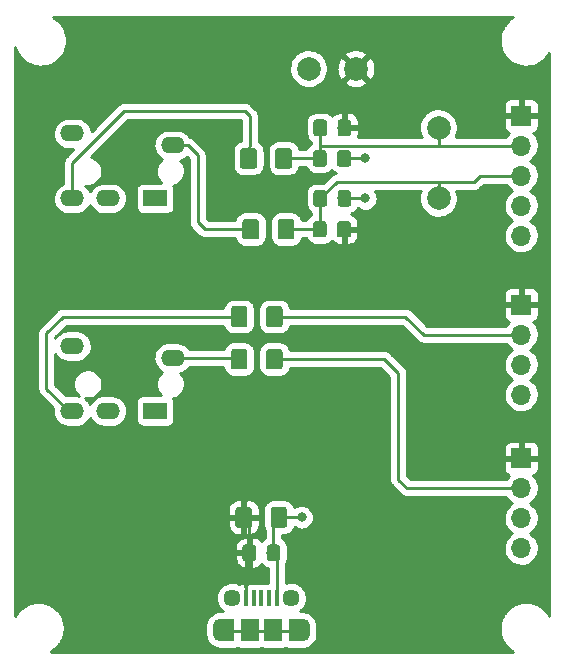
<source format=gbr>
G04 #@! TF.GenerationSoftware,KiCad,Pcbnew,6.0.0-unknown-ea0edab~86~ubuntu18.04.1*
G04 #@! TF.CreationDate,2019-07-07T14:50:01+02:00*
G04 #@! TF.ProjectId,interface,696e7465-7266-4616-9365-2e6b69636164,rev?*
G04 #@! TF.SameCoordinates,Original*
G04 #@! TF.FileFunction,Copper,L1,Top*
G04 #@! TF.FilePolarity,Positive*
%FSLAX46Y46*%
G04 Gerber Fmt 4.6, Leading zero omitted, Abs format (unit mm)*
G04 Created by KiCad (PCBNEW 6.0.0-unknown-ea0edab~86~ubuntu18.04.1) date 2019-07-07 14:50:01*
%MOMM*%
%LPD*%
G04 APERTURE LIST*
%ADD10O,1.700000X1.700000*%
%ADD11R,1.700000X1.700000*%
%ADD12C,2.000000*%
%ADD13O,2.000000X1.400000*%
%ADD14R,2.000000X1.400000*%
%ADD15C,0.100000*%
%ADD16C,1.425000*%
%ADD17R,1.200000X1.900000*%
%ADD18O,1.200000X1.900000*%
%ADD19R,1.500000X1.900000*%
%ADD20C,1.450000*%
%ADD21R,0.400000X1.350000*%
%ADD22C,1.150000*%
%ADD23C,0.800000*%
%ADD24C,0.250000*%
%ADD25C,0.254000*%
G04 APERTURE END LIST*
D10*
X125000000Y-110620000D03*
X125000000Y-108080000D03*
X125000000Y-105540000D03*
D11*
X125000000Y-103000000D03*
D12*
X107000000Y-70000000D03*
X111000000Y-70000000D03*
X118000000Y-81000000D03*
X118000000Y-75000000D03*
D13*
X87000000Y-99000000D03*
X90000000Y-99000000D03*
D14*
X94000000Y-99000000D03*
D13*
X95500000Y-94500000D03*
X87000000Y-93500000D03*
X87000000Y-81000000D03*
X90000000Y-81000000D03*
D14*
X94000000Y-81000000D03*
D13*
X95500000Y-76500000D03*
X87000000Y-75500000D03*
D15*
G36*
X101670671Y-93744030D02*
G01*
X101751777Y-93798223D01*
X101805970Y-93879329D01*
X101825000Y-93975000D01*
X101825000Y-95225000D01*
X101805970Y-95320671D01*
X101751777Y-95401777D01*
X101670671Y-95455970D01*
X101575000Y-95475000D01*
X100650000Y-95475000D01*
X100554329Y-95455970D01*
X100473223Y-95401777D01*
X100419030Y-95320671D01*
X100400000Y-95225000D01*
X100400000Y-93975000D01*
X100419030Y-93879329D01*
X100473223Y-93798223D01*
X100554329Y-93744030D01*
X100650000Y-93725000D01*
X101575000Y-93725000D01*
X101670671Y-93744030D01*
X101670671Y-93744030D01*
G37*
D16*
X101112500Y-94600000D03*
D15*
G36*
X104645671Y-93744030D02*
G01*
X104726777Y-93798223D01*
X104780970Y-93879329D01*
X104800000Y-93975000D01*
X104800000Y-95225000D01*
X104780970Y-95320671D01*
X104726777Y-95401777D01*
X104645671Y-95455970D01*
X104550000Y-95475000D01*
X103625000Y-95475000D01*
X103529329Y-95455970D01*
X103448223Y-95401777D01*
X103394030Y-95320671D01*
X103375000Y-95225000D01*
X103375000Y-93975000D01*
X103394030Y-93879329D01*
X103448223Y-93798223D01*
X103529329Y-93744030D01*
X103625000Y-93725000D01*
X104550000Y-93725000D01*
X104645671Y-93744030D01*
X104645671Y-93744030D01*
G37*
D16*
X104087500Y-94600000D03*
D17*
X100100000Y-117537500D03*
X105900000Y-117537500D03*
D18*
X106500000Y-117537500D03*
X99500000Y-117537500D03*
D19*
X102000000Y-117537500D03*
D20*
X105500000Y-114837500D03*
D21*
X103000000Y-114837500D03*
X103650000Y-114837500D03*
X104300000Y-114837500D03*
X101700000Y-114837500D03*
X102350000Y-114837500D03*
D20*
X100500000Y-114837500D03*
D19*
X104000000Y-117537500D03*
D10*
X125000000Y-97620000D03*
X125000000Y-95080000D03*
X125000000Y-92540000D03*
D11*
X125000000Y-90000000D03*
D10*
X125000000Y-84160000D03*
X125000000Y-81620000D03*
X125000000Y-79080000D03*
X125000000Y-76540000D03*
D11*
X125000000Y-74000000D03*
D15*
G36*
X110445671Y-80319030D02*
G01*
X110526777Y-80373223D01*
X110580970Y-80454329D01*
X110600000Y-80549999D01*
X110600000Y-81450001D01*
X110580970Y-81545671D01*
X110526777Y-81626777D01*
X110445671Y-81680970D01*
X110350001Y-81700000D01*
X109699999Y-81700000D01*
X109604329Y-81680970D01*
X109523223Y-81626777D01*
X109469030Y-81545671D01*
X109450000Y-81450001D01*
X109450000Y-80549999D01*
X109469030Y-80454329D01*
X109523223Y-80373223D01*
X109604329Y-80319030D01*
X109699999Y-80300000D01*
X110350001Y-80300000D01*
X110445671Y-80319030D01*
X110445671Y-80319030D01*
G37*
D22*
X110025000Y-81000000D03*
D15*
G36*
X108395671Y-80319030D02*
G01*
X108476777Y-80373223D01*
X108530970Y-80454329D01*
X108550000Y-80549999D01*
X108550000Y-81450001D01*
X108530970Y-81545671D01*
X108476777Y-81626777D01*
X108395671Y-81680970D01*
X108300001Y-81700000D01*
X107649999Y-81700000D01*
X107554329Y-81680970D01*
X107473223Y-81626777D01*
X107419030Y-81545671D01*
X107400000Y-81450001D01*
X107400000Y-80549999D01*
X107419030Y-80454329D01*
X107473223Y-80373223D01*
X107554329Y-80319030D01*
X107649999Y-80300000D01*
X108300001Y-80300000D01*
X108395671Y-80319030D01*
X108395671Y-80319030D01*
G37*
D22*
X107975000Y-81000000D03*
D15*
G36*
X108370671Y-82919030D02*
G01*
X108451777Y-82973223D01*
X108505970Y-83054329D01*
X108525000Y-83149999D01*
X108525000Y-84050001D01*
X108505970Y-84145671D01*
X108451777Y-84226777D01*
X108370671Y-84280970D01*
X108275001Y-84300000D01*
X107624999Y-84300000D01*
X107529329Y-84280970D01*
X107448223Y-84226777D01*
X107394030Y-84145671D01*
X107375000Y-84050001D01*
X107375000Y-83149999D01*
X107394030Y-83054329D01*
X107448223Y-82973223D01*
X107529329Y-82919030D01*
X107624999Y-82900000D01*
X108275001Y-82900000D01*
X108370671Y-82919030D01*
X108370671Y-82919030D01*
G37*
D22*
X107950000Y-83600000D03*
D15*
G36*
X110420671Y-82919030D02*
G01*
X110501777Y-82973223D01*
X110555970Y-83054329D01*
X110575000Y-83149999D01*
X110575000Y-84050001D01*
X110555970Y-84145671D01*
X110501777Y-84226777D01*
X110420671Y-84280970D01*
X110325001Y-84300000D01*
X109674999Y-84300000D01*
X109579329Y-84280970D01*
X109498223Y-84226777D01*
X109444030Y-84145671D01*
X109425000Y-84050001D01*
X109425000Y-83149999D01*
X109444030Y-83054329D01*
X109498223Y-82973223D01*
X109579329Y-82919030D01*
X109674999Y-82900000D01*
X110325001Y-82900000D01*
X110420671Y-82919030D01*
X110420671Y-82919030D01*
G37*
D22*
X110000000Y-83600000D03*
D15*
G36*
X110420671Y-76919030D02*
G01*
X110501777Y-76973223D01*
X110555970Y-77054329D01*
X110575000Y-77149999D01*
X110575000Y-78050001D01*
X110555970Y-78145671D01*
X110501777Y-78226777D01*
X110420671Y-78280970D01*
X110325001Y-78300000D01*
X109674999Y-78300000D01*
X109579329Y-78280970D01*
X109498223Y-78226777D01*
X109444030Y-78145671D01*
X109425000Y-78050001D01*
X109425000Y-77149999D01*
X109444030Y-77054329D01*
X109498223Y-76973223D01*
X109579329Y-76919030D01*
X109674999Y-76900000D01*
X110325001Y-76900000D01*
X110420671Y-76919030D01*
X110420671Y-76919030D01*
G37*
D22*
X110000000Y-77600000D03*
D15*
G36*
X108370671Y-76919030D02*
G01*
X108451777Y-76973223D01*
X108505970Y-77054329D01*
X108525000Y-77149999D01*
X108525000Y-78050001D01*
X108505970Y-78145671D01*
X108451777Y-78226777D01*
X108370671Y-78280970D01*
X108275001Y-78300000D01*
X107624999Y-78300000D01*
X107529329Y-78280970D01*
X107448223Y-78226777D01*
X107394030Y-78145671D01*
X107375000Y-78050001D01*
X107375000Y-77149999D01*
X107394030Y-77054329D01*
X107448223Y-76973223D01*
X107529329Y-76919030D01*
X107624999Y-76900000D01*
X108275001Y-76900000D01*
X108370671Y-76919030D01*
X108370671Y-76919030D01*
G37*
D22*
X107950000Y-77600000D03*
D15*
G36*
X108395671Y-74319030D02*
G01*
X108476777Y-74373223D01*
X108530970Y-74454329D01*
X108550000Y-74549999D01*
X108550000Y-75450001D01*
X108530970Y-75545671D01*
X108476777Y-75626777D01*
X108395671Y-75680970D01*
X108300001Y-75700000D01*
X107649999Y-75700000D01*
X107554329Y-75680970D01*
X107473223Y-75626777D01*
X107419030Y-75545671D01*
X107400000Y-75450001D01*
X107400000Y-74549999D01*
X107419030Y-74454329D01*
X107473223Y-74373223D01*
X107554329Y-74319030D01*
X107649999Y-74300000D01*
X108300001Y-74300000D01*
X108395671Y-74319030D01*
X108395671Y-74319030D01*
G37*
D22*
X107975000Y-75000000D03*
D15*
G36*
X110445671Y-74319030D02*
G01*
X110526777Y-74373223D01*
X110580970Y-74454329D01*
X110600000Y-74549999D01*
X110600000Y-75450001D01*
X110580970Y-75545671D01*
X110526777Y-75626777D01*
X110445671Y-75680970D01*
X110350001Y-75700000D01*
X109699999Y-75700000D01*
X109604329Y-75680970D01*
X109523223Y-75626777D01*
X109469030Y-75545671D01*
X109450000Y-75450001D01*
X109450000Y-74549999D01*
X109469030Y-74454329D01*
X109523223Y-74373223D01*
X109604329Y-74319030D01*
X109699999Y-74300000D01*
X110350001Y-74300000D01*
X110445671Y-74319030D01*
X110445671Y-74319030D01*
G37*
D22*
X110025000Y-75000000D03*
D15*
G36*
X105045671Y-107144030D02*
G01*
X105126777Y-107198223D01*
X105180970Y-107279329D01*
X105200000Y-107375000D01*
X105200000Y-108625000D01*
X105180970Y-108720671D01*
X105126777Y-108801777D01*
X105045671Y-108855970D01*
X104950000Y-108875000D01*
X104025000Y-108875000D01*
X103929329Y-108855970D01*
X103848223Y-108801777D01*
X103794030Y-108720671D01*
X103775000Y-108625000D01*
X103775000Y-107375000D01*
X103794030Y-107279329D01*
X103848223Y-107198223D01*
X103929329Y-107144030D01*
X104025000Y-107125000D01*
X104950000Y-107125000D01*
X105045671Y-107144030D01*
X105045671Y-107144030D01*
G37*
D16*
X104487500Y-108000000D03*
D15*
G36*
X102070671Y-107144030D02*
G01*
X102151777Y-107198223D01*
X102205970Y-107279329D01*
X102225000Y-107375000D01*
X102225000Y-108625000D01*
X102205970Y-108720671D01*
X102151777Y-108801777D01*
X102070671Y-108855970D01*
X101975000Y-108875000D01*
X101050000Y-108875000D01*
X100954329Y-108855970D01*
X100873223Y-108801777D01*
X100819030Y-108720671D01*
X100800000Y-108625000D01*
X100800000Y-107375000D01*
X100819030Y-107279329D01*
X100873223Y-107198223D01*
X100954329Y-107144030D01*
X101050000Y-107125000D01*
X101975000Y-107125000D01*
X102070671Y-107144030D01*
X102070671Y-107144030D01*
G37*
D16*
X101512500Y-108000000D03*
D15*
G36*
X104445671Y-110319030D02*
G01*
X104526777Y-110373223D01*
X104580970Y-110454329D01*
X104600000Y-110549999D01*
X104600000Y-111450001D01*
X104580970Y-111545671D01*
X104526777Y-111626777D01*
X104445671Y-111680970D01*
X104350001Y-111700000D01*
X103699999Y-111700000D01*
X103604329Y-111680970D01*
X103523223Y-111626777D01*
X103469030Y-111545671D01*
X103450000Y-111450001D01*
X103450000Y-110549999D01*
X103469030Y-110454329D01*
X103523223Y-110373223D01*
X103604329Y-110319030D01*
X103699999Y-110300000D01*
X104350001Y-110300000D01*
X104445671Y-110319030D01*
X104445671Y-110319030D01*
G37*
D22*
X104025000Y-111000000D03*
D15*
G36*
X102395671Y-110319030D02*
G01*
X102476777Y-110373223D01*
X102530970Y-110454329D01*
X102550000Y-110549999D01*
X102550000Y-111450001D01*
X102530970Y-111545671D01*
X102476777Y-111626777D01*
X102395671Y-111680970D01*
X102300001Y-111700000D01*
X101649999Y-111700000D01*
X101554329Y-111680970D01*
X101473223Y-111626777D01*
X101419030Y-111545671D01*
X101400000Y-111450001D01*
X101400000Y-110549999D01*
X101419030Y-110454329D01*
X101473223Y-110373223D01*
X101554329Y-110319030D01*
X101649999Y-110300000D01*
X102300001Y-110300000D01*
X102395671Y-110319030D01*
X102395671Y-110319030D01*
G37*
D22*
X101975000Y-111000000D03*
D15*
G36*
X101670671Y-90144030D02*
G01*
X101751777Y-90198223D01*
X101805970Y-90279329D01*
X101825000Y-90375000D01*
X101825000Y-91625000D01*
X101805970Y-91720671D01*
X101751777Y-91801777D01*
X101670671Y-91855970D01*
X101575000Y-91875000D01*
X100650000Y-91875000D01*
X100554329Y-91855970D01*
X100473223Y-91801777D01*
X100419030Y-91720671D01*
X100400000Y-91625000D01*
X100400000Y-90375000D01*
X100419030Y-90279329D01*
X100473223Y-90198223D01*
X100554329Y-90144030D01*
X100650000Y-90125000D01*
X101575000Y-90125000D01*
X101670671Y-90144030D01*
X101670671Y-90144030D01*
G37*
D16*
X101112500Y-91000000D03*
D15*
G36*
X104645671Y-90144030D02*
G01*
X104726777Y-90198223D01*
X104780970Y-90279329D01*
X104800000Y-90375000D01*
X104800000Y-91625000D01*
X104780970Y-91720671D01*
X104726777Y-91801777D01*
X104645671Y-91855970D01*
X104550000Y-91875000D01*
X103625000Y-91875000D01*
X103529329Y-91855970D01*
X103448223Y-91801777D01*
X103394030Y-91720671D01*
X103375000Y-91625000D01*
X103375000Y-90375000D01*
X103394030Y-90279329D01*
X103448223Y-90198223D01*
X103529329Y-90144030D01*
X103625000Y-90125000D01*
X104550000Y-90125000D01*
X104645671Y-90144030D01*
X104645671Y-90144030D01*
G37*
D16*
X104087500Y-91000000D03*
D15*
G36*
X102670671Y-82744030D02*
G01*
X102751777Y-82798223D01*
X102805970Y-82879329D01*
X102825000Y-82975000D01*
X102825000Y-84225000D01*
X102805970Y-84320671D01*
X102751777Y-84401777D01*
X102670671Y-84455970D01*
X102575000Y-84475000D01*
X101650000Y-84475000D01*
X101554329Y-84455970D01*
X101473223Y-84401777D01*
X101419030Y-84320671D01*
X101400000Y-84225000D01*
X101400000Y-82975000D01*
X101419030Y-82879329D01*
X101473223Y-82798223D01*
X101554329Y-82744030D01*
X101650000Y-82725000D01*
X102575000Y-82725000D01*
X102670671Y-82744030D01*
X102670671Y-82744030D01*
G37*
D16*
X102112500Y-83600000D03*
D15*
G36*
X105645671Y-82744030D02*
G01*
X105726777Y-82798223D01*
X105780970Y-82879329D01*
X105800000Y-82975000D01*
X105800000Y-84225000D01*
X105780970Y-84320671D01*
X105726777Y-84401777D01*
X105645671Y-84455970D01*
X105550000Y-84475000D01*
X104625000Y-84475000D01*
X104529329Y-84455970D01*
X104448223Y-84401777D01*
X104394030Y-84320671D01*
X104375000Y-84225000D01*
X104375000Y-82975000D01*
X104394030Y-82879329D01*
X104448223Y-82798223D01*
X104529329Y-82744030D01*
X104625000Y-82725000D01*
X105550000Y-82725000D01*
X105645671Y-82744030D01*
X105645671Y-82744030D01*
G37*
D16*
X105087500Y-83600000D03*
D15*
G36*
X102470671Y-76744030D02*
G01*
X102551777Y-76798223D01*
X102605970Y-76879329D01*
X102625000Y-76975000D01*
X102625000Y-78225000D01*
X102605970Y-78320671D01*
X102551777Y-78401777D01*
X102470671Y-78455970D01*
X102375000Y-78475000D01*
X101450000Y-78475000D01*
X101354329Y-78455970D01*
X101273223Y-78401777D01*
X101219030Y-78320671D01*
X101200000Y-78225000D01*
X101200000Y-76975000D01*
X101219030Y-76879329D01*
X101273223Y-76798223D01*
X101354329Y-76744030D01*
X101450000Y-76725000D01*
X102375000Y-76725000D01*
X102470671Y-76744030D01*
X102470671Y-76744030D01*
G37*
D16*
X101912500Y-77600000D03*
D15*
G36*
X105445671Y-76744030D02*
G01*
X105526777Y-76798223D01*
X105580970Y-76879329D01*
X105600000Y-76975000D01*
X105600000Y-78225000D01*
X105580970Y-78320671D01*
X105526777Y-78401777D01*
X105445671Y-78455970D01*
X105350000Y-78475000D01*
X104425000Y-78475000D01*
X104329329Y-78455970D01*
X104248223Y-78401777D01*
X104194030Y-78320671D01*
X104175000Y-78225000D01*
X104175000Y-76975000D01*
X104194030Y-76879329D01*
X104248223Y-76798223D01*
X104329329Y-76744030D01*
X104425000Y-76725000D01*
X105350000Y-76725000D01*
X105445671Y-76744030D01*
X105445671Y-76744030D01*
G37*
D16*
X104887500Y-77600000D03*
D23*
X111800000Y-77600000D03*
X111800000Y-81000000D03*
X106400000Y-108000000D03*
D24*
X105800000Y-117600000D02*
X100000000Y-117600000D01*
X110025000Y-81000000D02*
X111800000Y-81000000D01*
X110000000Y-77600000D02*
X111800000Y-77600000D01*
X105300000Y-108000000D02*
X106400000Y-108000000D01*
X104487500Y-108000000D02*
X105300000Y-108000000D01*
X107950000Y-76650000D02*
X107950000Y-75025000D01*
X107950000Y-77600000D02*
X107950000Y-76650000D01*
X108060000Y-76540000D02*
X107950000Y-76650000D01*
X115340000Y-76540000D02*
X108060000Y-76540000D01*
X109375000Y-79600000D02*
X118000000Y-79600000D01*
X118000000Y-79600000D02*
X121000000Y-79600000D01*
X118000000Y-79600000D02*
X118000000Y-81000000D01*
X118060000Y-76540000D02*
X125000000Y-76540000D01*
X115340000Y-76540000D02*
X118060000Y-76540000D01*
X118000000Y-75000000D02*
X118000000Y-76414213D01*
X118060000Y-76474213D02*
X118060000Y-76540000D01*
X118000000Y-76414213D02*
X118060000Y-76474213D01*
X121000000Y-79600000D02*
X121520000Y-79080000D01*
X121520000Y-79080000D02*
X125000000Y-79080000D01*
X107975000Y-81000000D02*
X109375000Y-79600000D01*
X91400000Y-73600000D02*
X87000000Y-78000000D01*
X87000000Y-78000000D02*
X87000000Y-81000000D01*
X101600000Y-73600000D02*
X91400000Y-73600000D01*
X102000000Y-74000000D02*
X101600000Y-73600000D01*
X102000000Y-76537500D02*
X102000000Y-74000000D01*
X101912500Y-77600000D02*
X101912500Y-76625000D01*
X101912500Y-76625000D02*
X102000000Y-76537500D01*
X97600000Y-83000000D02*
X98200000Y-83600000D01*
X98200000Y-83600000D02*
X102112500Y-83600000D01*
X97600000Y-77350000D02*
X97600000Y-83000000D01*
X95500000Y-76500000D02*
X96750000Y-76500000D01*
X96750000Y-76500000D02*
X97600000Y-77350000D01*
X107950000Y-83600000D02*
X107950000Y-81025000D01*
X107950000Y-81025000D02*
X107975000Y-81000000D01*
X105087500Y-83600000D02*
X105900000Y-83600000D01*
X105900000Y-83600000D02*
X107950000Y-83600000D01*
X107950000Y-75025000D02*
X107975000Y-75000000D01*
X104887500Y-77600000D02*
X107950000Y-77600000D01*
X102012500Y-83500000D02*
X102112500Y-83600000D01*
X113400000Y-94600000D02*
X114600000Y-95800000D01*
X104087500Y-94600000D02*
X113400000Y-94600000D01*
X114600000Y-95800000D02*
X114600000Y-104800000D01*
X114600000Y-104800000D02*
X115340000Y-105540000D01*
X115340000Y-105540000D02*
X125000000Y-105540000D01*
X115200000Y-91000000D02*
X116740000Y-92540000D01*
X116740000Y-92540000D02*
X125000000Y-92540000D01*
X104087500Y-91000000D02*
X115200000Y-91000000D01*
X95500000Y-94500000D02*
X101012500Y-94500000D01*
X101012500Y-94500000D02*
X101112500Y-94600000D01*
X84800000Y-92400000D02*
X86200000Y-91000000D01*
X86200000Y-91000000D02*
X101112500Y-91000000D01*
X84800000Y-97100000D02*
X84800000Y-92400000D01*
X87000000Y-99000000D02*
X86700000Y-99000000D01*
X86700000Y-99000000D02*
X84800000Y-97100000D01*
X104025000Y-111000000D02*
X104025000Y-108462500D01*
X104025000Y-108462500D02*
X104487500Y-108000000D01*
X101975000Y-111000000D02*
X101975000Y-108462500D01*
X101975000Y-108462500D02*
X101512500Y-108000000D01*
X104300000Y-114537500D02*
X104300000Y-111275000D01*
X104300000Y-111275000D02*
X104025000Y-111000000D01*
X101700000Y-114537500D02*
X101700000Y-111275000D01*
X101700000Y-111275000D02*
X101975000Y-111000000D01*
D25*
G36*
X124257269Y-65673815D02*
G01*
X124242445Y-65682687D01*
X124006428Y-65846723D01*
X123992946Y-65857525D01*
X123781375Y-66052074D01*
X123769483Y-66064605D01*
X123586273Y-66286068D01*
X123576191Y-66300098D01*
X123424733Y-66544376D01*
X123416650Y-66559643D01*
X123299744Y-66822217D01*
X123293807Y-66838441D01*
X123213619Y-67114451D01*
X123209938Y-67131330D01*
X123167950Y-67415669D01*
X123166595Y-67432892D01*
X123164899Y-67594841D01*
X123163586Y-67720298D01*
X123164580Y-67737545D01*
X123200603Y-68022701D01*
X123203929Y-68039654D01*
X123278320Y-68317283D01*
X123283916Y-68333627D01*
X123395296Y-68598591D01*
X123403059Y-68614025D01*
X123549369Y-68861422D01*
X123559154Y-68875660D01*
X123737686Y-69100911D01*
X123749313Y-69113689D01*
X123956763Y-69312626D01*
X123970016Y-69323707D01*
X124202546Y-69492650D01*
X124217181Y-69501830D01*
X124470487Y-69637652D01*
X124486233Y-69644762D01*
X124755629Y-69744949D01*
X124772193Y-69749855D01*
X125052693Y-69812554D01*
X125069770Y-69815168D01*
X125356185Y-69839219D01*
X125373458Y-69839490D01*
X125660486Y-69824448D01*
X125677638Y-69822372D01*
X125959970Y-69768514D01*
X125976680Y-69764131D01*
X126249089Y-69672455D01*
X126265050Y-69665843D01*
X126522498Y-69538045D01*
X126537413Y-69529329D01*
X126775135Y-69367774D01*
X126788731Y-69357114D01*
X127002327Y-69164791D01*
X127014349Y-69152385D01*
X127199868Y-68932852D01*
X127210095Y-68918929D01*
X127364104Y-68676251D01*
X127365001Y-68674599D01*
X127365000Y-116330091D01*
X127237320Y-116119267D01*
X127227386Y-116105133D01*
X127046505Y-115881764D01*
X127034745Y-115869109D01*
X126825223Y-115672355D01*
X126811855Y-115661413D01*
X126577569Y-115494914D01*
X126562839Y-115485887D01*
X126308125Y-115352726D01*
X126292306Y-115345782D01*
X126021875Y-115248421D01*
X126005260Y-115243688D01*
X125724119Y-115183929D01*
X125707015Y-115181495D01*
X125420364Y-115160445D01*
X125403089Y-115160355D01*
X125116234Y-115178402D01*
X125099105Y-115180657D01*
X124817353Y-115237469D01*
X124800690Y-115242027D01*
X124529255Y-115336550D01*
X124513364Y-115343328D01*
X124257269Y-115473815D01*
X124242445Y-115482687D01*
X124006428Y-115646723D01*
X123992946Y-115657525D01*
X123781375Y-115852074D01*
X123769483Y-115864605D01*
X123586273Y-116086068D01*
X123576191Y-116100098D01*
X123424733Y-116344376D01*
X123416650Y-116359643D01*
X123299744Y-116622217D01*
X123293807Y-116638441D01*
X123213619Y-116914451D01*
X123209938Y-116931330D01*
X123167950Y-117215669D01*
X123166595Y-117232892D01*
X123164899Y-117394841D01*
X123163586Y-117520298D01*
X123164580Y-117537545D01*
X123200603Y-117822701D01*
X123203929Y-117839654D01*
X123278320Y-118117283D01*
X123283916Y-118133627D01*
X123395296Y-118398591D01*
X123403059Y-118414025D01*
X123549369Y-118661422D01*
X123559154Y-118675660D01*
X123737686Y-118900911D01*
X123749313Y-118913689D01*
X123956763Y-119112626D01*
X123970016Y-119123707D01*
X124202546Y-119292650D01*
X124217181Y-119301830D01*
X124334992Y-119365000D01*
X85168197Y-119365000D01*
X85222498Y-119338045D01*
X85237413Y-119329329D01*
X85475135Y-119167774D01*
X85488731Y-119157114D01*
X85702327Y-118964791D01*
X85714349Y-118952385D01*
X85899868Y-118732852D01*
X85910095Y-118718929D01*
X86064104Y-118476251D01*
X86072348Y-118461068D01*
X86191996Y-118199733D01*
X86198103Y-118183573D01*
X86281177Y-117908418D01*
X86285033Y-117891578D01*
X86329996Y-117607694D01*
X86331553Y-117589157D01*
X86335025Y-117257619D01*
X86333857Y-117239053D01*
X86322035Y-117152746D01*
X98265000Y-117152746D01*
X98265000Y-117940313D01*
X98265574Y-117952375D01*
X98280616Y-118110032D01*
X98285178Y-118133721D01*
X98344695Y-118336597D01*
X98353654Y-118358996D01*
X98450461Y-118546959D01*
X98463494Y-118567260D01*
X98594096Y-118733524D01*
X98610732Y-118750994D01*
X98770419Y-118889563D01*
X98790059Y-118903572D01*
X98973067Y-119009445D01*
X98995002Y-119019487D01*
X99194729Y-119088844D01*
X99218166Y-119094558D01*
X99427404Y-119124896D01*
X99451498Y-119126074D01*
X99461964Y-119125590D01*
X99477948Y-119128408D01*
X99500000Y-119130337D01*
X100700000Y-119130337D01*
X100732870Y-119126010D01*
X100974016Y-119061395D01*
X101010073Y-119082213D01*
X101051520Y-119097299D01*
X101227947Y-119128408D01*
X101250000Y-119130337D01*
X102750000Y-119130337D01*
X102782870Y-119126010D01*
X102989865Y-119070546D01*
X103010073Y-119082213D01*
X103051520Y-119097299D01*
X103227947Y-119128408D01*
X103250000Y-119130337D01*
X104750000Y-119130337D01*
X104782870Y-119126010D01*
X105024016Y-119061395D01*
X105060073Y-119082213D01*
X105101520Y-119097299D01*
X105277947Y-119128408D01*
X105300000Y-119130337D01*
X106500000Y-119130337D01*
X106532871Y-119126009D01*
X106549569Y-119121535D01*
X106662700Y-119116299D01*
X106686584Y-119112900D01*
X106892125Y-119063364D01*
X106914935Y-119055510D01*
X107107401Y-118968001D01*
X107128314Y-118955975D01*
X107300761Y-118833650D01*
X107319023Y-118817887D01*
X107465227Y-118665160D01*
X107480179Y-118646228D01*
X107594865Y-118468610D01*
X107605967Y-118447192D01*
X107684998Y-118251091D01*
X107692890Y-118221843D01*
X107733686Y-117940477D01*
X107735000Y-117922253D01*
X107735000Y-117134686D01*
X107734426Y-117122624D01*
X107719384Y-116964967D01*
X107714822Y-116941278D01*
X107655305Y-116738402D01*
X107646346Y-116716003D01*
X107549539Y-116528041D01*
X107536506Y-116507740D01*
X107405904Y-116341476D01*
X107389268Y-116324006D01*
X107229581Y-116185437D01*
X107209941Y-116171428D01*
X107026932Y-116065555D01*
X107004997Y-116055513D01*
X106805270Y-115986156D01*
X106781833Y-115980442D01*
X106572595Y-115950104D01*
X106548501Y-115948926D01*
X106538036Y-115949410D01*
X106522053Y-115946592D01*
X106500000Y-115944663D01*
X106290030Y-115944663D01*
X106388468Y-115873144D01*
X106405482Y-115858301D01*
X106557823Y-115699442D01*
X106571941Y-115681821D01*
X106693742Y-115498495D01*
X106704516Y-115478652D01*
X106791928Y-115276655D01*
X106799018Y-115255217D01*
X106849277Y-115040933D01*
X106852588Y-115015258D01*
X106860038Y-114730775D01*
X106858075Y-114704960D01*
X106819099Y-114488340D01*
X106813141Y-114466561D01*
X106736420Y-114260266D01*
X106726699Y-114239887D01*
X106614660Y-114050438D01*
X106601484Y-114032101D01*
X106457666Y-113865487D01*
X106441452Y-113849775D01*
X106270403Y-113711262D01*
X106251662Y-113698668D01*
X106058788Y-113592634D01*
X106038112Y-113583558D01*
X105829508Y-113513356D01*
X105807554Y-113508085D01*
X105589816Y-113475932D01*
X105567274Y-113474633D01*
X105347284Y-113481546D01*
X105324868Y-113484258D01*
X105109578Y-113530019D01*
X105087997Y-113536659D01*
X105060000Y-113548085D01*
X105060000Y-111976511D01*
X105087637Y-111944616D01*
X105107180Y-111914207D01*
X105197727Y-111715937D01*
X105207911Y-111681253D01*
X105238931Y-111465504D01*
X105240224Y-111447430D01*
X105240224Y-110552570D01*
X105237322Y-110525574D01*
X105168119Y-110207452D01*
X105150860Y-110165786D01*
X105033017Y-109982420D01*
X105009345Y-109955102D01*
X104844616Y-109812363D01*
X104814207Y-109792820D01*
X104785000Y-109779481D01*
X104785000Y-109515224D01*
X104947429Y-109515224D01*
X104974425Y-109512322D01*
X105292548Y-109443119D01*
X105334214Y-109425860D01*
X105517580Y-109308017D01*
X105544898Y-109284345D01*
X105687637Y-109119616D01*
X105707180Y-109089207D01*
X105797727Y-108890936D01*
X105807911Y-108856252D01*
X105808307Y-108853501D01*
X105986025Y-108956106D01*
X106016655Y-108968794D01*
X106247590Y-109030673D01*
X106280460Y-109035000D01*
X106519540Y-109035000D01*
X106552410Y-109030673D01*
X106783345Y-108968794D01*
X106813975Y-108956106D01*
X107021025Y-108836566D01*
X107047328Y-108816384D01*
X107216384Y-108647328D01*
X107236566Y-108621025D01*
X107356106Y-108413975D01*
X107368794Y-108383345D01*
X107430673Y-108152410D01*
X107435000Y-108119540D01*
X107435000Y-107880460D01*
X107430673Y-107847590D01*
X107368794Y-107616655D01*
X107356106Y-107586025D01*
X107236566Y-107378975D01*
X107216384Y-107352672D01*
X107047328Y-107183616D01*
X107021025Y-107163434D01*
X106813975Y-107043894D01*
X106783345Y-107031206D01*
X106552410Y-106969327D01*
X106519540Y-106965000D01*
X106280460Y-106965000D01*
X106247590Y-106969327D01*
X106016655Y-107031206D01*
X105986025Y-107043894D01*
X105794644Y-107154388D01*
X105768119Y-107032453D01*
X105750860Y-106990786D01*
X105633017Y-106807420D01*
X105609345Y-106780102D01*
X105444616Y-106637363D01*
X105414207Y-106617820D01*
X105215936Y-106527273D01*
X105181252Y-106517089D01*
X104965503Y-106486069D01*
X104947429Y-106484776D01*
X104027571Y-106484776D01*
X104000575Y-106487678D01*
X103682452Y-106556881D01*
X103640786Y-106574140D01*
X103457420Y-106691983D01*
X103430102Y-106715655D01*
X103287363Y-106880384D01*
X103267820Y-106910793D01*
X103177273Y-107109064D01*
X103167089Y-107143748D01*
X103136069Y-107359497D01*
X103134776Y-107377571D01*
X103134776Y-108622429D01*
X103137678Y-108649425D01*
X103206881Y-108967548D01*
X103224140Y-109009214D01*
X103265001Y-109072794D01*
X103265000Y-109781778D01*
X103132420Y-109866983D01*
X103105102Y-109890655D01*
X103001145Y-110010627D01*
X102983017Y-109982420D01*
X102959345Y-109955102D01*
X102794616Y-109812363D01*
X102764207Y-109792820D01*
X102565937Y-109702273D01*
X102531253Y-109692089D01*
X102315504Y-109661069D01*
X102297430Y-109659776D01*
X102229000Y-109659776D01*
X102160339Y-109679937D01*
X102113477Y-109734018D01*
X102102000Y-109786776D01*
X102102000Y-112213224D01*
X102122161Y-112281885D01*
X102176242Y-112328747D01*
X102229000Y-112340224D01*
X102297430Y-112340224D01*
X102324426Y-112337322D01*
X102642548Y-112268119D01*
X102684214Y-112250860D01*
X102867580Y-112133017D01*
X102894898Y-112109345D01*
X102998855Y-111989373D01*
X103016983Y-112017580D01*
X103040655Y-112044898D01*
X103205384Y-112187637D01*
X103235793Y-112207180D01*
X103434063Y-112297727D01*
X103468747Y-112307911D01*
X103540001Y-112318156D01*
X103540000Y-113519663D01*
X103450000Y-113519663D01*
X103417131Y-113523990D01*
X103345105Y-113543289D01*
X103222053Y-113521592D01*
X103200000Y-113519663D01*
X102800000Y-113519663D01*
X102767131Y-113523990D01*
X102695105Y-113543289D01*
X102572053Y-113521592D01*
X102550000Y-113519663D01*
X102150000Y-113519663D01*
X102117131Y-113523990D01*
X102045104Y-113543289D01*
X101976053Y-113531114D01*
X101904933Y-113539046D01*
X101849393Y-113584169D01*
X101844184Y-113600922D01*
X101810448Y-113618484D01*
X101673212Y-113733638D01*
X101644861Y-113767426D01*
X101573000Y-113891893D01*
X101573000Y-113661132D01*
X101552839Y-113592471D01*
X101498758Y-113545609D01*
X101413130Y-113538459D01*
X101209212Y-113593099D01*
X101160448Y-113618484D01*
X101138820Y-113636632D01*
X101058788Y-113592634D01*
X101038112Y-113583558D01*
X100829508Y-113513356D01*
X100807554Y-113508085D01*
X100589816Y-113475932D01*
X100567274Y-113474633D01*
X100347284Y-113481546D01*
X100324868Y-113484258D01*
X100109578Y-113530019D01*
X100087997Y-113536659D01*
X99884214Y-113619822D01*
X99864150Y-113630177D01*
X99678314Y-113748112D01*
X99660401Y-113761858D01*
X99498386Y-113910838D01*
X99483190Y-113927538D01*
X99350118Y-114102854D01*
X99338119Y-114121981D01*
X99238196Y-114318090D01*
X99229774Y-114339040D01*
X99166159Y-114549746D01*
X99161581Y-114571856D01*
X99136283Y-114790496D01*
X99135692Y-114813067D01*
X99149512Y-115032732D01*
X99152927Y-115055052D01*
X99205428Y-115268798D01*
X99212742Y-115290160D01*
X99302265Y-115491231D01*
X99313246Y-115510959D01*
X99436960Y-115692999D01*
X99451261Y-115710472D01*
X99605256Y-115867727D01*
X99622425Y-115882391D01*
X99710050Y-115944663D01*
X99500000Y-115944663D01*
X99467129Y-115948991D01*
X99450431Y-115953465D01*
X99337301Y-115958701D01*
X99313417Y-115962100D01*
X99107876Y-116011636D01*
X99085066Y-116019490D01*
X98892600Y-116106999D01*
X98871687Y-116119025D01*
X98699240Y-116241350D01*
X98680978Y-116257113D01*
X98534774Y-116409840D01*
X98519822Y-116428772D01*
X98405136Y-116606390D01*
X98394034Y-116627807D01*
X98315002Y-116823907D01*
X98307110Y-116853156D01*
X98266314Y-117134522D01*
X98265000Y-117152746D01*
X86322035Y-117152746D01*
X86294849Y-116954290D01*
X86291346Y-116937373D01*
X86214053Y-116660538D01*
X86208286Y-116644253D01*
X86094137Y-116380470D01*
X86086213Y-116365118D01*
X85937320Y-116119267D01*
X85927386Y-116105133D01*
X85746505Y-115881764D01*
X85734745Y-115869109D01*
X85525223Y-115672355D01*
X85511855Y-115661413D01*
X85277569Y-115494914D01*
X85262839Y-115485887D01*
X85008125Y-115352726D01*
X84992306Y-115345782D01*
X84721875Y-115248421D01*
X84705260Y-115243688D01*
X84424119Y-115183929D01*
X84407015Y-115181495D01*
X84120364Y-115160445D01*
X84103089Y-115160355D01*
X83816234Y-115178402D01*
X83799105Y-115180657D01*
X83517353Y-115237469D01*
X83500690Y-115242027D01*
X83229255Y-115336550D01*
X83213364Y-115343328D01*
X82957269Y-115473815D01*
X82942445Y-115482687D01*
X82706428Y-115646723D01*
X82692946Y-115657525D01*
X82481375Y-115852074D01*
X82469483Y-115864605D01*
X82286273Y-116086068D01*
X82276191Y-116100098D01*
X82135000Y-116327817D01*
X82135000Y-111254000D01*
X100759776Y-111254000D01*
X100759776Y-111447430D01*
X100762678Y-111474426D01*
X100831881Y-111792548D01*
X100849140Y-111834214D01*
X100966983Y-112017580D01*
X100990655Y-112044898D01*
X101155384Y-112187637D01*
X101185793Y-112207180D01*
X101384063Y-112297727D01*
X101418747Y-112307911D01*
X101634496Y-112338931D01*
X101652570Y-112340224D01*
X101721000Y-112340224D01*
X101789661Y-112320063D01*
X101836523Y-112265982D01*
X101848000Y-112213224D01*
X101848000Y-111254000D01*
X101827839Y-111185339D01*
X101773758Y-111138477D01*
X101721000Y-111127000D01*
X100886776Y-111127000D01*
X100818115Y-111147161D01*
X100771253Y-111201242D01*
X100759776Y-111254000D01*
X82135000Y-111254000D01*
X82135000Y-110552570D01*
X100759776Y-110552570D01*
X100759776Y-110746000D01*
X100779937Y-110814661D01*
X100834018Y-110861523D01*
X100886776Y-110873000D01*
X101721000Y-110873000D01*
X101789661Y-110852839D01*
X101836523Y-110798758D01*
X101848000Y-110746000D01*
X101848000Y-109786776D01*
X101827839Y-109718115D01*
X101773758Y-109671253D01*
X101721000Y-109659776D01*
X101652570Y-109659776D01*
X101625574Y-109662678D01*
X101307452Y-109731881D01*
X101265786Y-109749140D01*
X101082420Y-109866983D01*
X101055102Y-109890655D01*
X100912363Y-110055384D01*
X100892820Y-110085793D01*
X100802273Y-110284063D01*
X100792089Y-110318747D01*
X100761069Y-110534496D01*
X100759776Y-110552570D01*
X82135000Y-110552570D01*
X82135000Y-108254000D01*
X100159776Y-108254000D01*
X100159776Y-108622429D01*
X100162678Y-108649425D01*
X100231881Y-108967548D01*
X100249140Y-109009214D01*
X100366983Y-109192580D01*
X100390655Y-109219898D01*
X100555384Y-109362637D01*
X100585793Y-109382180D01*
X100784064Y-109472727D01*
X100818748Y-109482911D01*
X101034497Y-109513931D01*
X101052571Y-109515224D01*
X101258500Y-109515224D01*
X101327161Y-109495063D01*
X101374023Y-109440982D01*
X101385500Y-109388224D01*
X101385500Y-108254000D01*
X101639500Y-108254000D01*
X101639500Y-109388224D01*
X101659661Y-109456885D01*
X101713742Y-109503747D01*
X101766500Y-109515224D01*
X101972429Y-109515224D01*
X101999425Y-109512322D01*
X102317548Y-109443119D01*
X102359214Y-109425860D01*
X102542580Y-109308017D01*
X102569898Y-109284345D01*
X102712637Y-109119616D01*
X102732180Y-109089207D01*
X102822727Y-108890936D01*
X102832911Y-108856252D01*
X102863931Y-108640503D01*
X102865224Y-108622429D01*
X102865224Y-108254000D01*
X102845063Y-108185339D01*
X102790982Y-108138477D01*
X102738224Y-108127000D01*
X101766500Y-108127000D01*
X101697839Y-108147161D01*
X101650977Y-108201242D01*
X101639500Y-108254000D01*
X101385500Y-108254000D01*
X101365339Y-108185339D01*
X101311258Y-108138477D01*
X101258500Y-108127000D01*
X100286776Y-108127000D01*
X100218115Y-108147161D01*
X100171253Y-108201242D01*
X100159776Y-108254000D01*
X82135000Y-108254000D01*
X82135000Y-107377571D01*
X100159776Y-107377571D01*
X100159776Y-107746000D01*
X100179937Y-107814661D01*
X100234018Y-107861523D01*
X100286776Y-107873000D01*
X101258500Y-107873000D01*
X101327161Y-107852839D01*
X101374023Y-107798758D01*
X101385500Y-107746000D01*
X101385500Y-106611776D01*
X101639500Y-106611776D01*
X101639500Y-107746000D01*
X101659661Y-107814661D01*
X101713742Y-107861523D01*
X101766500Y-107873000D01*
X102738224Y-107873000D01*
X102806885Y-107852839D01*
X102853747Y-107798758D01*
X102865224Y-107746000D01*
X102865224Y-107377571D01*
X102862322Y-107350575D01*
X102793119Y-107032452D01*
X102775860Y-106990786D01*
X102658017Y-106807420D01*
X102634345Y-106780102D01*
X102469616Y-106637363D01*
X102439207Y-106617820D01*
X102240936Y-106527273D01*
X102206252Y-106517089D01*
X101990503Y-106486069D01*
X101972429Y-106484776D01*
X101766500Y-106484776D01*
X101697839Y-106504937D01*
X101650977Y-106559018D01*
X101639500Y-106611776D01*
X101385500Y-106611776D01*
X101365339Y-106543115D01*
X101311258Y-106496253D01*
X101258500Y-106484776D01*
X101052571Y-106484776D01*
X101025575Y-106487678D01*
X100707452Y-106556881D01*
X100665786Y-106574140D01*
X100482420Y-106691983D01*
X100455102Y-106715655D01*
X100312363Y-106880384D01*
X100292820Y-106910793D01*
X100202273Y-107109064D01*
X100192089Y-107143748D01*
X100161069Y-107359497D01*
X100159776Y-107377571D01*
X82135000Y-107377571D01*
X82135000Y-97149815D01*
X84040000Y-97149815D01*
X84040001Y-97149827D01*
X84040001Y-97200257D01*
X84046217Y-97239501D01*
X84058713Y-97277962D01*
X84065041Y-97317912D01*
X84077320Y-97355703D01*
X84095683Y-97391741D01*
X84108179Y-97430202D01*
X84126218Y-97465607D01*
X84149989Y-97498325D01*
X84168351Y-97534362D01*
X84191706Y-97566507D01*
X84333491Y-97708293D01*
X85384717Y-98759519D01*
X85376638Y-98793171D01*
X85373340Y-98815508D01*
X85360927Y-99030787D01*
X85361636Y-99053355D01*
X85387542Y-99267429D01*
X85392236Y-99289515D01*
X85455642Y-99495619D01*
X85464174Y-99516525D01*
X85563076Y-99708144D01*
X85575174Y-99727208D01*
X85706445Y-99898284D01*
X85721729Y-99914904D01*
X85881221Y-100060030D01*
X85899205Y-100073681D01*
X86081875Y-100188270D01*
X86101994Y-100198521D01*
X86302070Y-100278951D01*
X86330887Y-100286754D01*
X86648387Y-100333638D01*
X86666939Y-100335000D01*
X87354701Y-100335000D01*
X87365991Y-100334497D01*
X87526073Y-100320210D01*
X87548295Y-100316212D01*
X87756289Y-100259311D01*
X87777452Y-100251441D01*
X87972082Y-100158608D01*
X87991517Y-100147114D01*
X88166632Y-100021281D01*
X88183724Y-100006527D01*
X88333788Y-99851672D01*
X88347997Y-99834125D01*
X88468268Y-99655144D01*
X88479146Y-99635357D01*
X88500454Y-99586816D01*
X88563076Y-99708144D01*
X88575174Y-99727208D01*
X88706445Y-99898284D01*
X88721729Y-99914904D01*
X88881221Y-100060030D01*
X88899205Y-100073681D01*
X89081875Y-100188270D01*
X89101994Y-100198521D01*
X89302070Y-100278951D01*
X89330887Y-100286754D01*
X89648387Y-100333638D01*
X89666939Y-100335000D01*
X90354701Y-100335000D01*
X90365991Y-100334497D01*
X90526073Y-100320210D01*
X90548295Y-100316212D01*
X90756289Y-100259311D01*
X90777452Y-100251441D01*
X90972082Y-100158608D01*
X90991517Y-100147114D01*
X91166632Y-100021281D01*
X91183724Y-100006527D01*
X91333788Y-99851672D01*
X91347997Y-99834125D01*
X91468268Y-99655144D01*
X91479146Y-99635357D01*
X91565820Y-99437907D01*
X91573022Y-99416508D01*
X91623362Y-99206829D01*
X91626660Y-99184492D01*
X91639073Y-98969213D01*
X91638364Y-98946645D01*
X91612458Y-98732571D01*
X91607764Y-98710485D01*
X91544358Y-98504381D01*
X91535826Y-98483475D01*
X91441128Y-98300000D01*
X92357163Y-98300000D01*
X92357163Y-99700000D01*
X92361490Y-99732870D01*
X92430599Y-99990789D01*
X92455984Y-100039553D01*
X92571138Y-100176788D01*
X92604926Y-100205139D01*
X92760073Y-100294713D01*
X92801520Y-100309799D01*
X92977947Y-100340908D01*
X93000000Y-100342837D01*
X95000000Y-100342837D01*
X95032870Y-100338510D01*
X95290789Y-100269401D01*
X95339553Y-100244016D01*
X95476788Y-100128862D01*
X95505139Y-100095074D01*
X95594713Y-99939927D01*
X95609799Y-99898480D01*
X95640908Y-99722053D01*
X95642837Y-99700000D01*
X95642837Y-98300000D01*
X95638510Y-98267130D01*
X95569401Y-98009212D01*
X95544016Y-97960448D01*
X95509694Y-97919544D01*
X95688018Y-97877226D01*
X95710855Y-97869452D01*
X95903626Y-97782615D01*
X95924581Y-97770662D01*
X96097453Y-97648940D01*
X96115770Y-97633241D01*
X96262506Y-97481025D01*
X96277524Y-97462145D01*
X96392830Y-97284929D01*
X96404006Y-97263550D01*
X96483721Y-97067726D01*
X96490654Y-97044619D01*
X96531901Y-96837256D01*
X96534340Y-96812923D01*
X96535098Y-96595697D01*
X96532829Y-96571348D01*
X96493031Y-96363701D01*
X96486260Y-96340546D01*
X96407914Y-96144171D01*
X96396887Y-96122715D01*
X96282821Y-95944698D01*
X96267935Y-95925714D01*
X96139993Y-95791126D01*
X96256289Y-95759311D01*
X96277452Y-95751441D01*
X96472082Y-95658608D01*
X96491517Y-95647114D01*
X96666632Y-95521281D01*
X96683724Y-95506527D01*
X96833788Y-95351672D01*
X96847998Y-95334125D01*
X96897808Y-95260000D01*
X99764978Y-95260000D01*
X99831881Y-95567548D01*
X99849140Y-95609214D01*
X99966983Y-95792580D01*
X99990655Y-95819898D01*
X100155384Y-95962637D01*
X100185793Y-95982180D01*
X100384064Y-96072727D01*
X100418748Y-96082911D01*
X100634497Y-96113931D01*
X100652571Y-96115224D01*
X101572429Y-96115224D01*
X101599425Y-96112322D01*
X101917548Y-96043119D01*
X101959214Y-96025860D01*
X102142580Y-95908017D01*
X102169898Y-95884345D01*
X102312637Y-95719616D01*
X102332180Y-95689207D01*
X102422727Y-95490936D01*
X102432911Y-95456252D01*
X102463931Y-95240503D01*
X102465224Y-95222429D01*
X102465224Y-93977571D01*
X102734776Y-93977571D01*
X102734776Y-95222429D01*
X102737678Y-95249425D01*
X102806881Y-95567548D01*
X102824140Y-95609214D01*
X102941983Y-95792580D01*
X102965655Y-95819898D01*
X103130384Y-95962637D01*
X103160793Y-95982180D01*
X103359064Y-96072727D01*
X103393748Y-96082911D01*
X103609497Y-96113931D01*
X103627571Y-96115224D01*
X104547429Y-96115224D01*
X104574425Y-96112322D01*
X104892548Y-96043119D01*
X104934214Y-96025860D01*
X105117580Y-95908017D01*
X105144898Y-95884345D01*
X105287637Y-95719616D01*
X105307180Y-95689207D01*
X105397727Y-95490936D01*
X105407911Y-95456252D01*
X105421750Y-95360000D01*
X113085198Y-95360000D01*
X113840000Y-96114803D01*
X113840001Y-104699743D01*
X113840001Y-104900257D01*
X113846217Y-104939502D01*
X113858714Y-104977963D01*
X113865041Y-105017913D01*
X113877320Y-105055703D01*
X113895682Y-105091740D01*
X113908179Y-105130203D01*
X113926219Y-105165608D01*
X113949992Y-105198328D01*
X113968352Y-105234362D01*
X113991707Y-105266509D01*
X114027374Y-105302176D01*
X114731706Y-106006509D01*
X114873491Y-106148294D01*
X114905637Y-106171649D01*
X114941674Y-106190011D01*
X114974392Y-106213782D01*
X115009797Y-106231821D01*
X115048258Y-106244317D01*
X115084296Y-106262680D01*
X115122087Y-106274959D01*
X115162037Y-106281287D01*
X115200498Y-106293783D01*
X115239742Y-106299999D01*
X115290172Y-106299999D01*
X115290184Y-106300000D01*
X123724124Y-106300000D01*
X123790209Y-106408905D01*
X123802862Y-106426257D01*
X123953906Y-106600320D01*
X123969302Y-106615292D01*
X124147515Y-106761417D01*
X124165213Y-106773580D01*
X124228164Y-106809414D01*
X124075070Y-106912483D01*
X124058334Y-106925940D01*
X123891580Y-107085016D01*
X123877350Y-107101099D01*
X123739782Y-107285997D01*
X123728466Y-107304249D01*
X123624018Y-107509683D01*
X123615938Y-107529580D01*
X123547597Y-107749674D01*
X123542986Y-107770648D01*
X123512705Y-107999111D01*
X123511693Y-108020563D01*
X123520339Y-108250862D01*
X123522957Y-108272176D01*
X123570282Y-108497725D01*
X123576453Y-108518295D01*
X123661104Y-108732646D01*
X123670652Y-108751881D01*
X123790209Y-108948905D01*
X123802862Y-108966257D01*
X123953906Y-109140320D01*
X123969302Y-109155292D01*
X124147515Y-109301417D01*
X124165213Y-109313580D01*
X124228164Y-109349414D01*
X124075070Y-109452483D01*
X124058334Y-109465940D01*
X123891580Y-109625016D01*
X123877350Y-109641099D01*
X123739782Y-109825997D01*
X123728466Y-109844249D01*
X123624018Y-110049683D01*
X123615938Y-110069580D01*
X123547597Y-110289674D01*
X123542986Y-110310648D01*
X123512705Y-110539111D01*
X123511693Y-110560563D01*
X123520339Y-110790862D01*
X123522957Y-110812176D01*
X123570282Y-111037725D01*
X123576453Y-111058295D01*
X123661104Y-111272646D01*
X123670652Y-111291881D01*
X123790209Y-111488905D01*
X123802862Y-111506257D01*
X123953906Y-111680320D01*
X123969302Y-111695292D01*
X124147515Y-111841417D01*
X124165213Y-111853580D01*
X124365498Y-111967589D01*
X124384993Y-111976597D01*
X124601624Y-112055230D01*
X124628269Y-112061750D01*
X124946275Y-112103899D01*
X124962962Y-112105000D01*
X125057854Y-112105000D01*
X125068592Y-112104545D01*
X125240374Y-112089969D01*
X125261541Y-112086351D01*
X125484610Y-112028454D01*
X125504866Y-112021321D01*
X125714992Y-111926666D01*
X125733757Y-111916222D01*
X125924930Y-111787517D01*
X125941666Y-111774060D01*
X126108420Y-111614984D01*
X126122650Y-111598901D01*
X126260218Y-111414003D01*
X126271534Y-111395751D01*
X126375982Y-111190317D01*
X126384062Y-111170420D01*
X126452403Y-110950326D01*
X126457014Y-110929352D01*
X126487295Y-110700889D01*
X126488307Y-110679437D01*
X126479661Y-110449138D01*
X126477043Y-110427824D01*
X126429718Y-110202275D01*
X126423547Y-110181705D01*
X126338896Y-109967354D01*
X126329348Y-109948119D01*
X126209791Y-109751095D01*
X126197138Y-109733743D01*
X126046094Y-109559680D01*
X126030698Y-109544708D01*
X125852485Y-109398583D01*
X125834787Y-109386420D01*
X125771836Y-109350586D01*
X125924930Y-109247517D01*
X125941666Y-109234060D01*
X126108420Y-109074984D01*
X126122650Y-109058901D01*
X126260218Y-108874003D01*
X126271534Y-108855751D01*
X126375982Y-108650317D01*
X126384062Y-108630420D01*
X126452403Y-108410326D01*
X126457014Y-108389352D01*
X126487295Y-108160889D01*
X126488307Y-108139437D01*
X126479661Y-107909138D01*
X126477043Y-107887824D01*
X126429718Y-107662275D01*
X126423547Y-107641705D01*
X126338896Y-107427354D01*
X126329348Y-107408119D01*
X126209791Y-107211095D01*
X126197138Y-107193743D01*
X126046094Y-107019680D01*
X126030698Y-107004708D01*
X125852485Y-106858583D01*
X125834787Y-106846420D01*
X125771836Y-106810586D01*
X125924930Y-106707517D01*
X125941666Y-106694060D01*
X126108420Y-106534984D01*
X126122650Y-106518901D01*
X126260218Y-106334003D01*
X126271534Y-106315751D01*
X126375982Y-106110317D01*
X126384062Y-106090420D01*
X126452403Y-105870326D01*
X126457014Y-105849352D01*
X126487295Y-105620889D01*
X126488307Y-105599437D01*
X126479661Y-105369138D01*
X126477043Y-105347824D01*
X126429718Y-105122275D01*
X126423547Y-105101705D01*
X126338896Y-104887354D01*
X126329348Y-104868119D01*
X126209791Y-104671095D01*
X126197138Y-104653743D01*
X126046094Y-104479680D01*
X126030698Y-104464708D01*
X126016167Y-104452793D01*
X126140789Y-104419401D01*
X126189553Y-104394016D01*
X126326788Y-104278862D01*
X126355139Y-104245074D01*
X126444713Y-104089927D01*
X126459799Y-104048480D01*
X126490908Y-103872053D01*
X126492837Y-103850000D01*
X126492837Y-103254000D01*
X126472676Y-103185339D01*
X126418595Y-103138477D01*
X126365837Y-103127000D01*
X123634163Y-103127000D01*
X123565502Y-103147161D01*
X123518640Y-103201242D01*
X123507163Y-103254000D01*
X123507163Y-103850000D01*
X123511490Y-103882870D01*
X123580599Y-104140789D01*
X123605984Y-104189553D01*
X123721138Y-104326788D01*
X123754926Y-104355139D01*
X123910073Y-104444713D01*
X123951520Y-104459799D01*
X123976325Y-104464173D01*
X123891580Y-104545016D01*
X123877350Y-104561099D01*
X123739782Y-104745997D01*
X123728466Y-104764249D01*
X123720458Y-104780000D01*
X115654802Y-104780000D01*
X115360000Y-104485199D01*
X115360000Y-102150000D01*
X123507163Y-102150000D01*
X123507163Y-102746000D01*
X123527324Y-102814661D01*
X123581405Y-102861523D01*
X123634163Y-102873000D01*
X124746000Y-102873000D01*
X124814661Y-102852839D01*
X124861523Y-102798758D01*
X124873000Y-102746000D01*
X124873000Y-101634163D01*
X125127000Y-101634163D01*
X125127000Y-102746000D01*
X125147161Y-102814661D01*
X125201242Y-102861523D01*
X125254000Y-102873000D01*
X126365837Y-102873000D01*
X126434498Y-102852839D01*
X126481360Y-102798758D01*
X126492837Y-102746000D01*
X126492837Y-102150000D01*
X126488510Y-102117130D01*
X126419401Y-101859212D01*
X126394016Y-101810448D01*
X126278862Y-101673212D01*
X126245074Y-101644861D01*
X126089927Y-101555287D01*
X126048480Y-101540201D01*
X125872053Y-101509092D01*
X125850000Y-101507163D01*
X125254000Y-101507163D01*
X125185339Y-101527324D01*
X125138477Y-101581405D01*
X125127000Y-101634163D01*
X124873000Y-101634163D01*
X124852839Y-101565502D01*
X124798758Y-101518640D01*
X124746000Y-101507163D01*
X124150000Y-101507163D01*
X124117130Y-101511490D01*
X123859212Y-101580599D01*
X123810448Y-101605984D01*
X123673212Y-101721138D01*
X123644861Y-101754926D01*
X123555287Y-101910073D01*
X123540201Y-101951520D01*
X123509092Y-102127947D01*
X123507163Y-102150000D01*
X115360000Y-102150000D01*
X115360000Y-95750184D01*
X115359999Y-95750172D01*
X115359999Y-95699742D01*
X115353783Y-95660498D01*
X115341287Y-95622037D01*
X115334959Y-95582087D01*
X115322680Y-95544296D01*
X115304317Y-95508258D01*
X115291821Y-95469797D01*
X115273782Y-95434392D01*
X115250011Y-95401674D01*
X115231649Y-95365637D01*
X115208294Y-95333491D01*
X115157665Y-95282862D01*
X114008295Y-94133493D01*
X114008294Y-94133491D01*
X113866509Y-93991706D01*
X113834364Y-93968352D01*
X113798325Y-93949989D01*
X113765607Y-93926218D01*
X113730202Y-93908179D01*
X113691744Y-93895684D01*
X113655704Y-93877320D01*
X113617913Y-93865041D01*
X113577963Y-93858714D01*
X113539502Y-93846217D01*
X113500257Y-93840001D01*
X113449828Y-93840001D01*
X113449816Y-93840000D01*
X105413268Y-93840000D01*
X105368119Y-93632453D01*
X105350860Y-93590786D01*
X105233017Y-93407420D01*
X105209345Y-93380102D01*
X105044616Y-93237363D01*
X105014207Y-93217820D01*
X104815936Y-93127273D01*
X104781252Y-93117089D01*
X104565503Y-93086069D01*
X104547429Y-93084776D01*
X103627571Y-93084776D01*
X103600575Y-93087678D01*
X103282452Y-93156881D01*
X103240786Y-93174140D01*
X103057420Y-93291983D01*
X103030102Y-93315655D01*
X102887363Y-93480384D01*
X102867820Y-93510793D01*
X102777273Y-93709064D01*
X102767089Y-93743748D01*
X102736069Y-93959497D01*
X102734776Y-93977571D01*
X102465224Y-93977571D01*
X102462322Y-93950575D01*
X102393119Y-93632452D01*
X102375860Y-93590786D01*
X102258017Y-93407420D01*
X102234345Y-93380102D01*
X102069616Y-93237363D01*
X102039207Y-93217820D01*
X101840936Y-93127273D01*
X101806252Y-93117089D01*
X101590503Y-93086069D01*
X101572429Y-93084776D01*
X100652571Y-93084776D01*
X100625575Y-93087678D01*
X100307452Y-93156881D01*
X100265786Y-93174140D01*
X100082420Y-93291983D01*
X100055102Y-93315655D01*
X99912363Y-93480384D01*
X99892820Y-93510793D01*
X99802273Y-93709064D01*
X99793189Y-93740000D01*
X96899664Y-93740000D01*
X96793555Y-93601716D01*
X96778271Y-93585096D01*
X96618779Y-93439970D01*
X96600795Y-93426319D01*
X96418125Y-93311730D01*
X96398006Y-93301479D01*
X96197930Y-93221049D01*
X96169113Y-93213246D01*
X95851613Y-93166362D01*
X95833061Y-93165000D01*
X95145299Y-93165000D01*
X95134009Y-93165503D01*
X94973927Y-93179790D01*
X94951705Y-93183788D01*
X94743711Y-93240689D01*
X94722548Y-93248559D01*
X94527918Y-93341392D01*
X94508483Y-93352886D01*
X94333368Y-93478719D01*
X94316276Y-93493473D01*
X94166212Y-93648328D01*
X94152003Y-93665875D01*
X94031732Y-93844856D01*
X94020854Y-93864643D01*
X93934180Y-94062093D01*
X93926978Y-94083492D01*
X93876638Y-94293171D01*
X93873340Y-94315508D01*
X93860927Y-94530787D01*
X93861636Y-94553355D01*
X93887542Y-94767429D01*
X93892236Y-94789515D01*
X93955642Y-94995619D01*
X93964174Y-95016525D01*
X94063076Y-95208144D01*
X94075174Y-95227208D01*
X94206445Y-95398284D01*
X94221729Y-95414904D01*
X94381221Y-95560030D01*
X94399205Y-95573681D01*
X94581875Y-95688270D01*
X94583102Y-95688895D01*
X94573921Y-95695396D01*
X94413752Y-95833407D01*
X94397055Y-95850819D01*
X94265872Y-96016627D01*
X94252769Y-96036882D01*
X94155307Y-96224504D01*
X94146269Y-96246872D01*
X94086044Y-96449540D01*
X94081400Y-96473213D01*
X94060585Y-96683612D01*
X94060501Y-96707736D01*
X94079847Y-96918275D01*
X94084326Y-96941979D01*
X94143135Y-97145062D01*
X94152015Y-97167492D01*
X94248164Y-97355790D01*
X94261126Y-97376137D01*
X94391148Y-97542857D01*
X94407724Y-97560385D01*
X94518467Y-97657163D01*
X93000000Y-97657163D01*
X92967130Y-97661490D01*
X92709212Y-97730599D01*
X92660448Y-97755984D01*
X92523212Y-97871138D01*
X92494861Y-97904926D01*
X92405287Y-98060073D01*
X92390201Y-98101520D01*
X92359092Y-98277947D01*
X92357163Y-98300000D01*
X91441128Y-98300000D01*
X91436924Y-98291856D01*
X91424826Y-98272792D01*
X91293555Y-98101716D01*
X91278271Y-98085096D01*
X91118779Y-97939970D01*
X91100795Y-97926319D01*
X90918125Y-97811730D01*
X90898006Y-97801479D01*
X90697930Y-97721049D01*
X90669113Y-97713246D01*
X90351613Y-97666362D01*
X90333061Y-97665000D01*
X89645299Y-97665000D01*
X89634009Y-97665503D01*
X89473927Y-97679790D01*
X89451705Y-97683788D01*
X89243711Y-97740689D01*
X89222548Y-97748559D01*
X89027918Y-97841392D01*
X89008483Y-97852886D01*
X88833368Y-97978719D01*
X88816276Y-97993473D01*
X88666212Y-98148328D01*
X88652003Y-98165875D01*
X88531732Y-98344856D01*
X88520854Y-98364643D01*
X88499546Y-98413184D01*
X88436924Y-98291856D01*
X88424826Y-98272792D01*
X88293555Y-98101716D01*
X88278271Y-98085096D01*
X88118779Y-97939970D01*
X88100795Y-97926319D01*
X88085439Y-97916686D01*
X88223085Y-97937135D01*
X88247177Y-97938398D01*
X88458410Y-97929360D01*
X88482305Y-97926044D01*
X88688018Y-97877226D01*
X88710855Y-97869452D01*
X88903626Y-97782615D01*
X88924581Y-97770662D01*
X89097453Y-97648940D01*
X89115770Y-97633241D01*
X89262506Y-97481025D01*
X89277524Y-97462145D01*
X89392830Y-97284929D01*
X89404006Y-97263550D01*
X89483721Y-97067726D01*
X89490654Y-97044619D01*
X89531901Y-96837256D01*
X89534340Y-96812923D01*
X89535098Y-96595697D01*
X89532829Y-96571348D01*
X89493031Y-96363701D01*
X89486260Y-96340546D01*
X89407914Y-96144171D01*
X89396887Y-96122715D01*
X89282821Y-95944698D01*
X89267935Y-95925714D01*
X89122265Y-95772478D01*
X89104059Y-95756651D01*
X88932041Y-95633725D01*
X88911170Y-95621626D01*
X88719010Y-95533445D01*
X88696227Y-95525512D01*
X88490860Y-95475259D01*
X88466988Y-95471776D01*
X88255823Y-95461264D01*
X88231725Y-95462358D01*
X88022382Y-95491965D01*
X87998923Y-95497597D01*
X87798956Y-95566257D01*
X87776987Y-95576223D01*
X87593610Y-95681456D01*
X87573921Y-95695396D01*
X87413752Y-95833407D01*
X87397055Y-95850819D01*
X87265872Y-96016627D01*
X87252769Y-96036882D01*
X87155307Y-96224504D01*
X87146269Y-96246872D01*
X87086044Y-96449540D01*
X87081400Y-96473213D01*
X87060585Y-96683612D01*
X87060501Y-96707736D01*
X87079847Y-96918275D01*
X87084326Y-96941979D01*
X87143135Y-97145062D01*
X87152015Y-97167492D01*
X87248164Y-97355790D01*
X87261126Y-97376137D01*
X87391148Y-97542857D01*
X87407724Y-97560385D01*
X87565061Y-97697881D01*
X87351613Y-97666362D01*
X87333061Y-97665000D01*
X86645299Y-97665000D01*
X86634009Y-97665503D01*
X86473927Y-97679790D01*
X86457541Y-97682738D01*
X85560000Y-96785198D01*
X85560000Y-94202184D01*
X85563076Y-94208144D01*
X85575174Y-94227208D01*
X85706445Y-94398284D01*
X85721729Y-94414904D01*
X85881221Y-94560030D01*
X85899205Y-94573681D01*
X86081875Y-94688270D01*
X86101994Y-94698521D01*
X86302070Y-94778951D01*
X86330887Y-94786754D01*
X86648387Y-94833638D01*
X86666939Y-94835000D01*
X87354701Y-94835000D01*
X87365991Y-94834497D01*
X87526073Y-94820210D01*
X87548295Y-94816212D01*
X87756289Y-94759311D01*
X87777452Y-94751441D01*
X87972082Y-94658608D01*
X87991517Y-94647114D01*
X88166632Y-94521281D01*
X88183724Y-94506527D01*
X88333788Y-94351672D01*
X88347997Y-94334125D01*
X88468268Y-94155144D01*
X88479146Y-94135357D01*
X88565820Y-93937907D01*
X88573022Y-93916508D01*
X88623362Y-93706829D01*
X88626660Y-93684492D01*
X88639073Y-93469213D01*
X88638364Y-93446645D01*
X88612458Y-93232571D01*
X88607764Y-93210485D01*
X88544358Y-93004381D01*
X88535826Y-92983475D01*
X88436924Y-92791856D01*
X88424826Y-92772792D01*
X88293555Y-92601716D01*
X88278271Y-92585096D01*
X88118779Y-92439970D01*
X88100795Y-92426319D01*
X87918125Y-92311730D01*
X87898006Y-92301479D01*
X87697930Y-92221049D01*
X87669113Y-92213246D01*
X87351613Y-92166362D01*
X87333061Y-92165000D01*
X86645299Y-92165000D01*
X86634009Y-92165503D01*
X86473927Y-92179790D01*
X86451705Y-92183788D01*
X86243711Y-92240689D01*
X86222548Y-92248559D01*
X86027918Y-92341392D01*
X86008483Y-92352886D01*
X85833368Y-92478719D01*
X85816276Y-92493473D01*
X85666212Y-92648328D01*
X85652003Y-92665875D01*
X85560000Y-92802789D01*
X85560000Y-92714802D01*
X86514803Y-91760000D01*
X99786732Y-91760000D01*
X99831881Y-91967547D01*
X99849140Y-92009214D01*
X99966983Y-92192580D01*
X99990655Y-92219898D01*
X100155384Y-92362637D01*
X100185793Y-92382180D01*
X100384064Y-92472727D01*
X100418748Y-92482911D01*
X100634497Y-92513931D01*
X100652571Y-92515224D01*
X101572429Y-92515224D01*
X101599425Y-92512322D01*
X101917548Y-92443119D01*
X101959214Y-92425860D01*
X102142580Y-92308017D01*
X102169898Y-92284345D01*
X102312637Y-92119616D01*
X102332180Y-92089207D01*
X102422727Y-91890936D01*
X102432911Y-91856252D01*
X102463931Y-91640503D01*
X102465224Y-91622429D01*
X102465224Y-90377571D01*
X102734776Y-90377571D01*
X102734776Y-91622429D01*
X102737678Y-91649425D01*
X102806881Y-91967548D01*
X102824140Y-92009214D01*
X102941983Y-92192580D01*
X102965655Y-92219898D01*
X103130384Y-92362637D01*
X103160793Y-92382180D01*
X103359064Y-92472727D01*
X103393748Y-92482911D01*
X103609497Y-92513931D01*
X103627571Y-92515224D01*
X104547429Y-92515224D01*
X104574425Y-92512322D01*
X104892548Y-92443119D01*
X104934214Y-92425860D01*
X105117580Y-92308017D01*
X105144898Y-92284345D01*
X105287637Y-92119616D01*
X105307180Y-92089207D01*
X105397727Y-91890936D01*
X105407911Y-91856252D01*
X105421750Y-91760000D01*
X114885198Y-91760000D01*
X116131706Y-93006509D01*
X116273491Y-93148294D01*
X116305637Y-93171649D01*
X116341674Y-93190011D01*
X116374392Y-93213782D01*
X116409797Y-93231821D01*
X116448258Y-93244317D01*
X116484296Y-93262680D01*
X116522087Y-93274959D01*
X116562037Y-93281287D01*
X116600498Y-93293783D01*
X116639742Y-93299999D01*
X116690172Y-93299999D01*
X116690184Y-93300000D01*
X123724124Y-93300000D01*
X123790209Y-93408905D01*
X123802862Y-93426257D01*
X123953906Y-93600320D01*
X123969302Y-93615292D01*
X124147515Y-93761417D01*
X124165213Y-93773580D01*
X124228164Y-93809414D01*
X124075070Y-93912483D01*
X124058334Y-93925940D01*
X123891580Y-94085016D01*
X123877350Y-94101099D01*
X123739782Y-94285997D01*
X123728466Y-94304249D01*
X123624018Y-94509683D01*
X123615938Y-94529580D01*
X123547597Y-94749674D01*
X123542986Y-94770648D01*
X123512705Y-94999111D01*
X123511693Y-95020563D01*
X123520339Y-95250862D01*
X123522957Y-95272176D01*
X123570282Y-95497725D01*
X123576453Y-95518295D01*
X123661104Y-95732646D01*
X123670652Y-95751881D01*
X123790209Y-95948905D01*
X123802862Y-95966257D01*
X123953906Y-96140320D01*
X123969302Y-96155292D01*
X124147515Y-96301417D01*
X124165213Y-96313580D01*
X124228164Y-96349414D01*
X124075070Y-96452483D01*
X124058334Y-96465940D01*
X123891580Y-96625016D01*
X123877350Y-96641099D01*
X123739782Y-96825997D01*
X123728466Y-96844249D01*
X123624018Y-97049683D01*
X123615938Y-97069580D01*
X123547597Y-97289674D01*
X123542986Y-97310648D01*
X123512705Y-97539111D01*
X123511693Y-97560563D01*
X123520339Y-97790862D01*
X123522957Y-97812176D01*
X123570282Y-98037725D01*
X123576453Y-98058295D01*
X123661104Y-98272646D01*
X123670652Y-98291881D01*
X123790209Y-98488905D01*
X123802862Y-98506257D01*
X123953906Y-98680320D01*
X123969302Y-98695292D01*
X124147515Y-98841417D01*
X124165213Y-98853580D01*
X124365498Y-98967589D01*
X124384993Y-98976597D01*
X124601624Y-99055230D01*
X124628269Y-99061750D01*
X124946275Y-99103899D01*
X124962962Y-99105000D01*
X125057854Y-99105000D01*
X125068592Y-99104545D01*
X125240374Y-99089969D01*
X125261541Y-99086351D01*
X125484610Y-99028454D01*
X125504866Y-99021321D01*
X125714992Y-98926666D01*
X125733757Y-98916222D01*
X125924930Y-98787517D01*
X125941666Y-98774060D01*
X126108420Y-98614984D01*
X126122650Y-98598901D01*
X126260218Y-98414003D01*
X126271534Y-98395751D01*
X126375982Y-98190317D01*
X126384062Y-98170420D01*
X126452403Y-97950326D01*
X126457014Y-97929352D01*
X126487295Y-97700889D01*
X126488307Y-97679437D01*
X126479661Y-97449138D01*
X126477043Y-97427824D01*
X126429718Y-97202275D01*
X126423547Y-97181705D01*
X126338896Y-96967354D01*
X126329348Y-96948119D01*
X126209791Y-96751095D01*
X126197138Y-96733743D01*
X126046094Y-96559680D01*
X126030698Y-96544708D01*
X125852485Y-96398583D01*
X125834787Y-96386420D01*
X125771836Y-96350586D01*
X125924930Y-96247517D01*
X125941666Y-96234060D01*
X126108420Y-96074984D01*
X126122650Y-96058901D01*
X126260218Y-95874003D01*
X126271534Y-95855751D01*
X126375982Y-95650317D01*
X126384062Y-95630420D01*
X126452403Y-95410326D01*
X126457014Y-95389352D01*
X126487295Y-95160889D01*
X126488307Y-95139437D01*
X126479661Y-94909138D01*
X126477043Y-94887824D01*
X126429718Y-94662275D01*
X126423547Y-94641705D01*
X126338896Y-94427354D01*
X126329348Y-94408119D01*
X126209791Y-94211095D01*
X126197138Y-94193743D01*
X126046094Y-94019680D01*
X126030698Y-94004708D01*
X125852485Y-93858583D01*
X125834787Y-93846420D01*
X125771836Y-93810586D01*
X125924930Y-93707517D01*
X125941666Y-93694060D01*
X126108420Y-93534984D01*
X126122650Y-93518901D01*
X126260218Y-93334003D01*
X126271534Y-93315751D01*
X126375982Y-93110317D01*
X126384062Y-93090420D01*
X126452403Y-92870326D01*
X126457014Y-92849352D01*
X126487295Y-92620889D01*
X126488307Y-92599437D01*
X126479661Y-92369138D01*
X126477043Y-92347824D01*
X126429718Y-92122275D01*
X126423547Y-92101705D01*
X126338896Y-91887354D01*
X126329348Y-91868119D01*
X126209791Y-91671095D01*
X126197138Y-91653743D01*
X126046094Y-91479680D01*
X126030698Y-91464708D01*
X126016167Y-91452793D01*
X126140789Y-91419401D01*
X126189553Y-91394016D01*
X126326788Y-91278862D01*
X126355139Y-91245074D01*
X126444713Y-91089927D01*
X126459799Y-91048480D01*
X126490908Y-90872053D01*
X126492837Y-90850000D01*
X126492837Y-90254000D01*
X126472676Y-90185339D01*
X126418595Y-90138477D01*
X126365837Y-90127000D01*
X123634163Y-90127000D01*
X123565502Y-90147161D01*
X123518640Y-90201242D01*
X123507163Y-90254000D01*
X123507163Y-90850000D01*
X123511490Y-90882870D01*
X123580599Y-91140789D01*
X123605984Y-91189553D01*
X123721138Y-91326788D01*
X123754926Y-91355139D01*
X123910073Y-91444713D01*
X123951520Y-91459799D01*
X123976325Y-91464173D01*
X123891580Y-91545016D01*
X123877350Y-91561099D01*
X123739782Y-91745997D01*
X123728466Y-91764249D01*
X123720458Y-91780000D01*
X117054803Y-91780000D01*
X115808295Y-90533493D01*
X115808294Y-90533491D01*
X115666509Y-90391706D01*
X115634364Y-90368352D01*
X115598325Y-90349989D01*
X115565607Y-90326218D01*
X115530202Y-90308179D01*
X115491744Y-90295684D01*
X115455704Y-90277320D01*
X115417913Y-90265041D01*
X115377963Y-90258714D01*
X115339502Y-90246217D01*
X115300257Y-90240001D01*
X115249828Y-90240001D01*
X115249816Y-90240000D01*
X105413268Y-90240000D01*
X105368119Y-90032453D01*
X105350860Y-89990786D01*
X105233017Y-89807420D01*
X105209345Y-89780102D01*
X105044616Y-89637363D01*
X105014207Y-89617820D01*
X104815936Y-89527273D01*
X104781252Y-89517089D01*
X104565503Y-89486069D01*
X104547429Y-89484776D01*
X103627571Y-89484776D01*
X103600575Y-89487678D01*
X103282452Y-89556881D01*
X103240786Y-89574140D01*
X103057420Y-89691983D01*
X103030102Y-89715655D01*
X102887363Y-89880384D01*
X102867820Y-89910793D01*
X102777273Y-90109064D01*
X102767089Y-90143748D01*
X102736069Y-90359497D01*
X102734776Y-90377571D01*
X102465224Y-90377571D01*
X102462322Y-90350575D01*
X102393119Y-90032452D01*
X102375860Y-89990786D01*
X102258017Y-89807420D01*
X102234345Y-89780102D01*
X102069616Y-89637363D01*
X102039207Y-89617820D01*
X101840936Y-89527273D01*
X101806252Y-89517089D01*
X101590503Y-89486069D01*
X101572429Y-89484776D01*
X100652571Y-89484776D01*
X100625575Y-89487678D01*
X100307452Y-89556881D01*
X100265786Y-89574140D01*
X100082420Y-89691983D01*
X100055102Y-89715655D01*
X99912363Y-89880384D01*
X99892820Y-89910793D01*
X99802273Y-90109064D01*
X99792089Y-90143748D01*
X99778250Y-90240000D01*
X86150184Y-90240000D01*
X86150172Y-90240001D01*
X86099742Y-90240001D01*
X86060498Y-90246217D01*
X86022037Y-90258713D01*
X85982087Y-90265041D01*
X85944296Y-90277320D01*
X85908258Y-90295683D01*
X85869797Y-90308179D01*
X85834392Y-90326218D01*
X85801674Y-90349989D01*
X85765637Y-90368351D01*
X85733491Y-90391706D01*
X85697823Y-90427374D01*
X84333492Y-91791706D01*
X84191707Y-91933491D01*
X84168352Y-91965638D01*
X84149992Y-92001672D01*
X84126219Y-92034392D01*
X84108179Y-92069797D01*
X84095682Y-92108260D01*
X84077320Y-92144297D01*
X84065041Y-92182087D01*
X84058714Y-92222037D01*
X84046217Y-92260498D01*
X84040001Y-92299743D01*
X84040001Y-92350184D01*
X84040000Y-97149815D01*
X82135000Y-97149815D01*
X82135000Y-89150000D01*
X123507163Y-89150000D01*
X123507163Y-89746000D01*
X123527324Y-89814661D01*
X123581405Y-89861523D01*
X123634163Y-89873000D01*
X124746000Y-89873000D01*
X124814661Y-89852839D01*
X124861523Y-89798758D01*
X124873000Y-89746000D01*
X124873000Y-88634163D01*
X125127000Y-88634163D01*
X125127000Y-89746000D01*
X125147161Y-89814661D01*
X125201242Y-89861523D01*
X125254000Y-89873000D01*
X126365837Y-89873000D01*
X126434498Y-89852839D01*
X126481360Y-89798758D01*
X126492837Y-89746000D01*
X126492837Y-89150000D01*
X126488510Y-89117130D01*
X126419401Y-88859212D01*
X126394016Y-88810448D01*
X126278862Y-88673212D01*
X126245074Y-88644861D01*
X126089927Y-88555287D01*
X126048480Y-88540201D01*
X125872053Y-88509092D01*
X125850000Y-88507163D01*
X125254000Y-88507163D01*
X125185339Y-88527324D01*
X125138477Y-88581405D01*
X125127000Y-88634163D01*
X124873000Y-88634163D01*
X124852839Y-88565502D01*
X124798758Y-88518640D01*
X124746000Y-88507163D01*
X124150000Y-88507163D01*
X124117130Y-88511490D01*
X123859212Y-88580599D01*
X123810448Y-88605984D01*
X123673212Y-88721138D01*
X123644861Y-88754926D01*
X123555287Y-88910073D01*
X123540201Y-88951520D01*
X123509092Y-89127947D01*
X123507163Y-89150000D01*
X82135000Y-89150000D01*
X82135000Y-75530787D01*
X85360927Y-75530787D01*
X85361636Y-75553355D01*
X85387542Y-75767429D01*
X85392236Y-75789515D01*
X85455642Y-75995619D01*
X85464174Y-76016525D01*
X85563076Y-76208144D01*
X85575174Y-76227208D01*
X85706445Y-76398284D01*
X85721729Y-76414904D01*
X85881221Y-76560030D01*
X85899205Y-76573681D01*
X86081875Y-76688270D01*
X86101994Y-76698521D01*
X86302070Y-76778951D01*
X86330887Y-76786754D01*
X86648387Y-76833638D01*
X86666939Y-76835000D01*
X87090197Y-76835000D01*
X86533493Y-77391705D01*
X86533491Y-77391707D01*
X86391706Y-77533493D01*
X86368351Y-77565638D01*
X86349989Y-77601675D01*
X86326218Y-77634393D01*
X86308179Y-77669798D01*
X86295683Y-77708259D01*
X86277320Y-77744297D01*
X86265041Y-77782088D01*
X86258713Y-77822038D01*
X86246217Y-77860499D01*
X86240001Y-77899743D01*
X86240001Y-77950173D01*
X86240000Y-77950185D01*
X86240001Y-79742069D01*
X86222548Y-79748559D01*
X86027918Y-79841392D01*
X86008483Y-79852886D01*
X85833368Y-79978719D01*
X85816276Y-79993473D01*
X85666212Y-80148328D01*
X85652003Y-80165875D01*
X85531732Y-80344856D01*
X85520854Y-80364643D01*
X85434180Y-80562093D01*
X85426978Y-80583492D01*
X85376638Y-80793171D01*
X85373340Y-80815508D01*
X85360927Y-81030787D01*
X85361636Y-81053355D01*
X85387542Y-81267429D01*
X85392236Y-81289515D01*
X85455642Y-81495619D01*
X85464174Y-81516525D01*
X85563076Y-81708144D01*
X85575174Y-81727208D01*
X85706445Y-81898284D01*
X85721729Y-81914904D01*
X85881221Y-82060030D01*
X85899205Y-82073681D01*
X86081875Y-82188270D01*
X86101994Y-82198521D01*
X86302070Y-82278951D01*
X86330887Y-82286754D01*
X86648387Y-82333638D01*
X86666939Y-82335000D01*
X87354701Y-82335000D01*
X87365991Y-82334497D01*
X87526073Y-82320210D01*
X87548295Y-82316212D01*
X87756289Y-82259311D01*
X87777452Y-82251441D01*
X87972082Y-82158608D01*
X87991517Y-82147114D01*
X88166632Y-82021281D01*
X88183724Y-82006527D01*
X88333788Y-81851672D01*
X88347997Y-81834125D01*
X88468268Y-81655144D01*
X88479146Y-81635357D01*
X88500454Y-81586816D01*
X88563076Y-81708144D01*
X88575174Y-81727208D01*
X88706445Y-81898284D01*
X88721729Y-81914904D01*
X88881221Y-82060030D01*
X88899205Y-82073681D01*
X89081875Y-82188270D01*
X89101994Y-82198521D01*
X89302070Y-82278951D01*
X89330887Y-82286754D01*
X89648387Y-82333638D01*
X89666939Y-82335000D01*
X90354701Y-82335000D01*
X90365991Y-82334497D01*
X90526073Y-82320210D01*
X90548295Y-82316212D01*
X90756289Y-82259311D01*
X90777452Y-82251441D01*
X90972082Y-82158608D01*
X90991517Y-82147114D01*
X91166632Y-82021281D01*
X91183724Y-82006527D01*
X91333788Y-81851672D01*
X91347997Y-81834125D01*
X91468268Y-81655144D01*
X91479146Y-81635357D01*
X91565820Y-81437907D01*
X91573022Y-81416508D01*
X91623362Y-81206829D01*
X91626660Y-81184492D01*
X91639073Y-80969213D01*
X91638364Y-80946645D01*
X91612458Y-80732571D01*
X91607764Y-80710485D01*
X91544358Y-80504381D01*
X91535826Y-80483475D01*
X91441128Y-80300000D01*
X92357163Y-80300000D01*
X92357163Y-81700000D01*
X92361490Y-81732870D01*
X92430599Y-81990789D01*
X92455984Y-82039553D01*
X92571138Y-82176788D01*
X92604926Y-82205139D01*
X92760073Y-82294713D01*
X92801520Y-82309799D01*
X92977947Y-82340908D01*
X93000000Y-82342837D01*
X95000000Y-82342837D01*
X95032870Y-82338510D01*
X95290789Y-82269401D01*
X95339553Y-82244016D01*
X95476788Y-82128862D01*
X95505139Y-82095074D01*
X95594713Y-81939927D01*
X95609799Y-81898480D01*
X95640908Y-81722053D01*
X95642837Y-81700000D01*
X95642837Y-80300000D01*
X95638510Y-80267130D01*
X95569401Y-80009212D01*
X95544016Y-79960448D01*
X95509694Y-79919544D01*
X95688018Y-79877226D01*
X95710855Y-79869452D01*
X95903626Y-79782615D01*
X95924581Y-79770662D01*
X96097453Y-79648940D01*
X96115770Y-79633241D01*
X96262506Y-79481025D01*
X96277524Y-79462145D01*
X96392830Y-79284929D01*
X96404006Y-79263550D01*
X96483721Y-79067726D01*
X96490654Y-79044619D01*
X96531901Y-78837256D01*
X96534340Y-78812923D01*
X96535098Y-78595697D01*
X96532829Y-78571348D01*
X96493031Y-78363701D01*
X96486260Y-78340546D01*
X96407914Y-78144171D01*
X96396887Y-78122715D01*
X96282821Y-77944698D01*
X96267935Y-77925714D01*
X96139993Y-77791126D01*
X96256289Y-77759311D01*
X96277452Y-77751441D01*
X96472082Y-77658608D01*
X96491517Y-77647114D01*
X96666632Y-77521281D01*
X96682651Y-77507453D01*
X96840000Y-77664803D01*
X96840001Y-82899743D01*
X96840001Y-83100257D01*
X96846217Y-83139502D01*
X96858714Y-83177963D01*
X96865041Y-83217913D01*
X96877320Y-83255703D01*
X96895682Y-83291740D01*
X96908179Y-83330203D01*
X96926219Y-83365608D01*
X96949992Y-83398328D01*
X96968352Y-83434362D01*
X96991707Y-83466509D01*
X97027374Y-83502176D01*
X97591705Y-84066508D01*
X97733491Y-84208294D01*
X97765637Y-84231649D01*
X97801674Y-84250011D01*
X97834392Y-84273782D01*
X97869797Y-84291821D01*
X97908258Y-84304317D01*
X97944296Y-84322680D01*
X97982087Y-84334959D01*
X98022037Y-84341287D01*
X98060498Y-84353783D01*
X98099742Y-84359999D01*
X98150172Y-84359999D01*
X98150184Y-84360000D01*
X100786732Y-84360000D01*
X100831881Y-84567547D01*
X100849140Y-84609214D01*
X100966983Y-84792580D01*
X100990655Y-84819898D01*
X101155384Y-84962637D01*
X101185793Y-84982180D01*
X101384064Y-85072727D01*
X101418748Y-85082911D01*
X101634497Y-85113931D01*
X101652571Y-85115224D01*
X102572429Y-85115224D01*
X102599425Y-85112322D01*
X102917548Y-85043119D01*
X102959214Y-85025860D01*
X103142580Y-84908017D01*
X103169898Y-84884345D01*
X103312637Y-84719616D01*
X103332180Y-84689207D01*
X103422727Y-84490936D01*
X103432911Y-84456252D01*
X103463931Y-84240503D01*
X103465224Y-84222429D01*
X103465224Y-82977571D01*
X103462322Y-82950575D01*
X103393119Y-82632452D01*
X103375860Y-82590786D01*
X103258017Y-82407420D01*
X103234345Y-82380102D01*
X103069616Y-82237363D01*
X103039207Y-82217820D01*
X102840936Y-82127273D01*
X102806252Y-82117089D01*
X102590503Y-82086069D01*
X102572429Y-82084776D01*
X101652571Y-82084776D01*
X101625575Y-82087678D01*
X101307452Y-82156881D01*
X101265786Y-82174140D01*
X101082420Y-82291983D01*
X101055102Y-82315655D01*
X100912363Y-82480384D01*
X100892820Y-82510793D01*
X100802273Y-82709064D01*
X100792089Y-82743748D01*
X100778250Y-82840000D01*
X98514802Y-82840000D01*
X98360000Y-82685199D01*
X98360000Y-77249743D01*
X98353784Y-77210496D01*
X98341286Y-77172034D01*
X98334960Y-77132088D01*
X98322681Y-77094297D01*
X98304318Y-77058258D01*
X98291821Y-77019796D01*
X98273782Y-76984393D01*
X98250009Y-76951673D01*
X98231649Y-76915638D01*
X98208292Y-76883490D01*
X98172633Y-76847832D01*
X98172626Y-76847823D01*
X97358299Y-76033498D01*
X97358294Y-76033491D01*
X97216509Y-75891706D01*
X97184364Y-75868352D01*
X97148325Y-75849989D01*
X97115607Y-75826218D01*
X97080202Y-75808179D01*
X97041744Y-75795684D01*
X97005704Y-75777320D01*
X96967913Y-75765041D01*
X96927963Y-75758714D01*
X96909394Y-75752680D01*
X96793555Y-75601716D01*
X96778271Y-75585096D01*
X96618779Y-75439970D01*
X96600795Y-75426319D01*
X96418125Y-75311730D01*
X96398006Y-75301479D01*
X96197930Y-75221049D01*
X96169113Y-75213246D01*
X95851613Y-75166362D01*
X95833061Y-75165000D01*
X95145299Y-75165000D01*
X95134009Y-75165503D01*
X94973927Y-75179790D01*
X94951705Y-75183788D01*
X94743711Y-75240689D01*
X94722548Y-75248559D01*
X94527918Y-75341392D01*
X94508483Y-75352886D01*
X94333368Y-75478719D01*
X94316276Y-75493473D01*
X94166212Y-75648328D01*
X94152003Y-75665875D01*
X94031732Y-75844856D01*
X94020854Y-75864643D01*
X93934180Y-76062093D01*
X93926978Y-76083492D01*
X93876638Y-76293171D01*
X93873340Y-76315508D01*
X93860927Y-76530787D01*
X93861636Y-76553355D01*
X93887542Y-76767429D01*
X93892236Y-76789515D01*
X93955642Y-76995619D01*
X93964174Y-77016525D01*
X94063076Y-77208144D01*
X94075174Y-77227208D01*
X94206445Y-77398284D01*
X94221729Y-77414904D01*
X94381221Y-77560030D01*
X94399205Y-77573681D01*
X94581875Y-77688270D01*
X94583102Y-77688895D01*
X94573921Y-77695396D01*
X94413752Y-77833407D01*
X94397055Y-77850819D01*
X94265872Y-78016627D01*
X94252769Y-78036882D01*
X94155307Y-78224504D01*
X94146269Y-78246872D01*
X94086044Y-78449540D01*
X94081400Y-78473213D01*
X94060585Y-78683612D01*
X94060501Y-78707736D01*
X94079847Y-78918275D01*
X94084326Y-78941979D01*
X94143135Y-79145062D01*
X94152015Y-79167492D01*
X94248164Y-79355790D01*
X94261126Y-79376137D01*
X94391148Y-79542857D01*
X94407724Y-79560385D01*
X94518467Y-79657163D01*
X93000000Y-79657163D01*
X92967130Y-79661490D01*
X92709212Y-79730599D01*
X92660448Y-79755984D01*
X92523212Y-79871138D01*
X92494861Y-79904926D01*
X92405287Y-80060073D01*
X92390201Y-80101520D01*
X92359092Y-80277947D01*
X92357163Y-80300000D01*
X91441128Y-80300000D01*
X91436924Y-80291856D01*
X91424826Y-80272792D01*
X91293555Y-80101716D01*
X91278271Y-80085096D01*
X91118779Y-79939970D01*
X91100795Y-79926319D01*
X90918125Y-79811730D01*
X90898006Y-79801479D01*
X90697930Y-79721049D01*
X90669113Y-79713246D01*
X90351613Y-79666362D01*
X90333061Y-79665000D01*
X89645299Y-79665000D01*
X89634009Y-79665503D01*
X89473927Y-79679790D01*
X89451705Y-79683788D01*
X89243711Y-79740689D01*
X89222548Y-79748559D01*
X89027918Y-79841392D01*
X89008483Y-79852886D01*
X88833368Y-79978719D01*
X88816276Y-79993473D01*
X88666212Y-80148328D01*
X88652003Y-80165875D01*
X88531732Y-80344856D01*
X88520854Y-80364643D01*
X88499546Y-80413184D01*
X88436924Y-80291856D01*
X88424826Y-80272792D01*
X88293555Y-80101716D01*
X88278271Y-80085096D01*
X88118779Y-79939970D01*
X88100795Y-79926319D01*
X88085439Y-79916686D01*
X88223085Y-79937135D01*
X88247177Y-79938398D01*
X88458410Y-79929360D01*
X88482305Y-79926044D01*
X88688018Y-79877226D01*
X88710855Y-79869452D01*
X88903626Y-79782615D01*
X88924581Y-79770662D01*
X89097453Y-79648940D01*
X89115770Y-79633241D01*
X89262506Y-79481025D01*
X89277524Y-79462145D01*
X89392830Y-79284929D01*
X89404006Y-79263550D01*
X89483721Y-79067726D01*
X89490654Y-79044619D01*
X89531901Y-78837256D01*
X89534340Y-78812923D01*
X89535098Y-78595697D01*
X89532829Y-78571348D01*
X89493031Y-78363701D01*
X89486260Y-78340546D01*
X89407914Y-78144171D01*
X89396887Y-78122715D01*
X89282821Y-77944698D01*
X89267935Y-77925714D01*
X89122265Y-77772478D01*
X89104059Y-77756651D01*
X88932041Y-77633725D01*
X88911170Y-77621626D01*
X88719010Y-77533445D01*
X88696227Y-77525512D01*
X88578177Y-77496625D01*
X91714804Y-74360000D01*
X101240001Y-74360000D01*
X101240000Y-76128047D01*
X101107453Y-76156881D01*
X101065786Y-76174140D01*
X100882420Y-76291983D01*
X100855102Y-76315655D01*
X100712363Y-76480384D01*
X100692820Y-76510793D01*
X100602273Y-76709064D01*
X100592089Y-76743748D01*
X100561069Y-76959497D01*
X100559776Y-76977571D01*
X100559776Y-78222429D01*
X100562678Y-78249425D01*
X100631881Y-78567548D01*
X100649140Y-78609214D01*
X100766983Y-78792580D01*
X100790655Y-78819898D01*
X100955384Y-78962637D01*
X100985793Y-78982180D01*
X101184064Y-79072727D01*
X101218748Y-79082911D01*
X101434497Y-79113931D01*
X101452571Y-79115224D01*
X102372429Y-79115224D01*
X102399425Y-79112322D01*
X102717548Y-79043119D01*
X102759214Y-79025860D01*
X102942580Y-78908017D01*
X102969898Y-78884345D01*
X103112637Y-78719616D01*
X103132180Y-78689207D01*
X103222727Y-78490936D01*
X103232911Y-78456252D01*
X103263931Y-78240503D01*
X103265224Y-78222429D01*
X103265224Y-76977571D01*
X103534776Y-76977571D01*
X103534776Y-78222429D01*
X103537678Y-78249425D01*
X103606881Y-78567548D01*
X103624140Y-78609214D01*
X103741983Y-78792580D01*
X103765655Y-78819898D01*
X103930384Y-78962637D01*
X103960793Y-78982180D01*
X104159064Y-79072727D01*
X104193748Y-79082911D01*
X104409497Y-79113931D01*
X104427571Y-79115224D01*
X105347429Y-79115224D01*
X105374425Y-79112322D01*
X105692548Y-79043119D01*
X105734214Y-79025860D01*
X105917580Y-78908017D01*
X105944898Y-78884345D01*
X106087637Y-78719616D01*
X106107180Y-78689207D01*
X106197727Y-78490936D01*
X106207911Y-78456252D01*
X106221750Y-78360000D01*
X106799801Y-78360000D01*
X106806881Y-78392548D01*
X106824140Y-78434214D01*
X106941983Y-78617580D01*
X106965655Y-78644898D01*
X107130384Y-78787637D01*
X107160793Y-78807180D01*
X107359063Y-78897727D01*
X107393747Y-78907911D01*
X107609496Y-78938931D01*
X107627570Y-78940224D01*
X108272430Y-78940224D01*
X108299426Y-78937322D01*
X108617548Y-78868119D01*
X108659214Y-78850860D01*
X108842580Y-78733017D01*
X108869898Y-78709345D01*
X108973855Y-78589373D01*
X108991983Y-78617580D01*
X109015655Y-78644898D01*
X109180384Y-78787637D01*
X109210793Y-78807180D01*
X109282661Y-78840001D01*
X109274742Y-78840001D01*
X109235498Y-78846217D01*
X109197037Y-78858713D01*
X109157087Y-78865041D01*
X109119296Y-78877320D01*
X109083258Y-78895683D01*
X109044797Y-78908179D01*
X109009392Y-78926218D01*
X108976674Y-78949989D01*
X108940637Y-78968351D01*
X108908491Y-78991706D01*
X108240421Y-79659776D01*
X107652570Y-79659776D01*
X107625574Y-79662678D01*
X107307452Y-79731881D01*
X107265786Y-79749140D01*
X107082420Y-79866983D01*
X107055102Y-79890655D01*
X106912363Y-80055384D01*
X106892820Y-80085793D01*
X106802273Y-80284063D01*
X106792089Y-80318747D01*
X106761069Y-80534496D01*
X106759776Y-80552570D01*
X106759776Y-81447430D01*
X106762678Y-81474426D01*
X106831881Y-81792548D01*
X106849140Y-81834214D01*
X106966983Y-82017580D01*
X106990655Y-82044898D01*
X107155384Y-82187637D01*
X107185793Y-82207180D01*
X107190001Y-82209102D01*
X107190000Y-82381778D01*
X107057420Y-82466983D01*
X107030102Y-82490655D01*
X106887363Y-82655384D01*
X106867820Y-82685793D01*
X106797396Y-82840000D01*
X106413268Y-82840000D01*
X106368119Y-82632453D01*
X106350860Y-82590786D01*
X106233017Y-82407420D01*
X106209345Y-82380102D01*
X106044616Y-82237363D01*
X106014207Y-82217820D01*
X105815936Y-82127273D01*
X105781252Y-82117089D01*
X105565503Y-82086069D01*
X105547429Y-82084776D01*
X104627571Y-82084776D01*
X104600575Y-82087678D01*
X104282452Y-82156881D01*
X104240786Y-82174140D01*
X104057420Y-82291983D01*
X104030102Y-82315655D01*
X103887363Y-82480384D01*
X103867820Y-82510793D01*
X103777273Y-82709064D01*
X103767089Y-82743748D01*
X103736069Y-82959497D01*
X103734776Y-82977571D01*
X103734776Y-84222429D01*
X103737678Y-84249425D01*
X103806881Y-84567548D01*
X103824140Y-84609214D01*
X103941983Y-84792580D01*
X103965655Y-84819898D01*
X104130384Y-84962637D01*
X104160793Y-84982180D01*
X104359064Y-85072727D01*
X104393748Y-85082911D01*
X104609497Y-85113931D01*
X104627571Y-85115224D01*
X105547429Y-85115224D01*
X105574425Y-85112322D01*
X105892548Y-85043119D01*
X105934214Y-85025860D01*
X106117580Y-84908017D01*
X106144898Y-84884345D01*
X106287637Y-84719616D01*
X106307180Y-84689207D01*
X106397727Y-84490936D01*
X106407911Y-84456252D01*
X106421750Y-84360000D01*
X106799801Y-84360000D01*
X106806881Y-84392548D01*
X106824140Y-84434214D01*
X106941983Y-84617580D01*
X106965655Y-84644898D01*
X107130384Y-84787637D01*
X107160793Y-84807180D01*
X107359063Y-84897727D01*
X107393747Y-84907911D01*
X107609496Y-84938931D01*
X107627570Y-84940224D01*
X108272430Y-84940224D01*
X108299426Y-84937322D01*
X108617548Y-84868119D01*
X108659214Y-84850860D01*
X108842580Y-84733017D01*
X108869898Y-84709345D01*
X108973855Y-84589373D01*
X108991983Y-84617580D01*
X109015655Y-84644898D01*
X109180384Y-84787637D01*
X109210793Y-84807180D01*
X109409063Y-84897727D01*
X109443747Y-84907911D01*
X109659496Y-84938931D01*
X109677570Y-84940224D01*
X109746000Y-84940224D01*
X109814661Y-84920063D01*
X109861523Y-84865982D01*
X109873000Y-84813224D01*
X109873000Y-83854000D01*
X110127000Y-83854000D01*
X110127000Y-84813224D01*
X110147161Y-84881885D01*
X110201242Y-84928747D01*
X110254000Y-84940224D01*
X110322430Y-84940224D01*
X110349426Y-84937322D01*
X110667548Y-84868119D01*
X110709214Y-84850860D01*
X110892580Y-84733017D01*
X110919898Y-84709345D01*
X111062637Y-84544616D01*
X111082180Y-84514207D01*
X111172727Y-84315937D01*
X111182911Y-84281253D01*
X111213931Y-84065504D01*
X111215224Y-84047430D01*
X111215224Y-83854000D01*
X111195063Y-83785339D01*
X111140982Y-83738477D01*
X111088224Y-83727000D01*
X110254000Y-83727000D01*
X110185339Y-83747161D01*
X110138477Y-83801242D01*
X110127000Y-83854000D01*
X109873000Y-83854000D01*
X109873000Y-83473000D01*
X111088224Y-83473000D01*
X111156885Y-83452839D01*
X111203747Y-83398758D01*
X111215224Y-83346000D01*
X111215224Y-83152570D01*
X111212322Y-83125574D01*
X111143119Y-82807452D01*
X111125860Y-82765786D01*
X111008017Y-82582420D01*
X110984345Y-82555102D01*
X110819616Y-82412363D01*
X110789207Y-82392820D01*
X110590937Y-82302273D01*
X110567363Y-82295351D01*
X110692548Y-82268119D01*
X110734214Y-82250860D01*
X110917580Y-82133017D01*
X110944898Y-82109345D01*
X111087637Y-81944616D01*
X111107180Y-81914207D01*
X111152111Y-81815823D01*
X111152672Y-81816384D01*
X111178975Y-81836566D01*
X111386025Y-81956106D01*
X111416655Y-81968794D01*
X111647590Y-82030673D01*
X111680460Y-82035000D01*
X111919540Y-82035000D01*
X111952410Y-82030673D01*
X112183345Y-81968794D01*
X112213975Y-81956106D01*
X112421025Y-81836566D01*
X112447328Y-81816384D01*
X112616384Y-81647328D01*
X112636566Y-81621025D01*
X112756106Y-81413975D01*
X112768794Y-81383345D01*
X112830673Y-81152410D01*
X112835000Y-81119540D01*
X112835000Y-80880460D01*
X112830673Y-80847590D01*
X112768794Y-80616655D01*
X112756106Y-80586025D01*
X112636566Y-80378975D01*
X112622007Y-80360000D01*
X116495346Y-80360000D01*
X116453142Y-80456601D01*
X116446510Y-80475862D01*
X116386161Y-80710905D01*
X116382694Y-80730979D01*
X116360701Y-80972647D01*
X116360487Y-80993016D01*
X116377415Y-81235092D01*
X116380461Y-81255234D01*
X116435874Y-81491489D01*
X116442102Y-81510884D01*
X116534575Y-81735240D01*
X116543823Y-81753390D01*
X116670977Y-81960076D01*
X116683007Y-81976514D01*
X116841570Y-82160212D01*
X116856075Y-82174516D01*
X117041969Y-82330499D01*
X117058573Y-82342299D01*
X117267014Y-82466555D01*
X117285292Y-82475549D01*
X117510917Y-82564880D01*
X117530398Y-82570835D01*
X117767404Y-82622944D01*
X117787586Y-82625709D01*
X118029875Y-82639255D01*
X118050239Y-82638757D01*
X118291576Y-82613392D01*
X118311599Y-82609645D01*
X118545776Y-82546020D01*
X118564942Y-82539120D01*
X118785935Y-82438874D01*
X118803752Y-82428998D01*
X119005874Y-82294708D01*
X119021882Y-82282111D01*
X119199934Y-82117233D01*
X119213722Y-82102238D01*
X119363123Y-81911014D01*
X119374337Y-81894008D01*
X119491242Y-81681358D01*
X119499592Y-81662777D01*
X119580995Y-81434171D01*
X119586268Y-81414495D01*
X119630074Y-81175815D01*
X119632153Y-81154219D01*
X119635025Y-80879997D01*
X119633398Y-80858362D01*
X119594600Y-80618817D01*
X119589741Y-80599034D01*
X119513143Y-80368773D01*
X119509419Y-80360000D01*
X121049816Y-80360000D01*
X121049828Y-80359999D01*
X121100257Y-80359999D01*
X121139502Y-80353783D01*
X121177963Y-80341286D01*
X121217913Y-80334959D01*
X121255704Y-80322680D01*
X121291744Y-80304316D01*
X121330202Y-80291821D01*
X121365607Y-80273782D01*
X121398325Y-80250011D01*
X121434364Y-80231648D01*
X121466509Y-80208294D01*
X121608294Y-80066509D01*
X121608299Y-80066502D01*
X121834802Y-79840000D01*
X123724124Y-79840000D01*
X123790209Y-79948905D01*
X123802862Y-79966257D01*
X123953906Y-80140320D01*
X123969302Y-80155292D01*
X124147515Y-80301417D01*
X124165213Y-80313580D01*
X124228164Y-80349414D01*
X124075070Y-80452483D01*
X124058334Y-80465940D01*
X123891580Y-80625016D01*
X123877350Y-80641099D01*
X123739782Y-80825997D01*
X123728466Y-80844249D01*
X123624018Y-81049683D01*
X123615938Y-81069580D01*
X123547597Y-81289674D01*
X123542986Y-81310648D01*
X123512705Y-81539111D01*
X123511693Y-81560563D01*
X123520339Y-81790862D01*
X123522957Y-81812176D01*
X123570282Y-82037725D01*
X123576453Y-82058295D01*
X123661104Y-82272646D01*
X123670652Y-82291881D01*
X123790209Y-82488905D01*
X123802862Y-82506257D01*
X123953906Y-82680320D01*
X123969302Y-82695292D01*
X124147515Y-82841417D01*
X124165213Y-82853580D01*
X124228164Y-82889414D01*
X124075070Y-82992483D01*
X124058334Y-83005940D01*
X123891580Y-83165016D01*
X123877350Y-83181099D01*
X123739782Y-83365997D01*
X123728466Y-83384249D01*
X123624018Y-83589683D01*
X123615938Y-83609580D01*
X123547597Y-83829674D01*
X123542986Y-83850648D01*
X123512705Y-84079111D01*
X123511693Y-84100563D01*
X123520339Y-84330862D01*
X123522957Y-84352176D01*
X123570282Y-84577725D01*
X123576453Y-84598295D01*
X123661104Y-84812646D01*
X123670652Y-84831881D01*
X123790209Y-85028905D01*
X123802862Y-85046257D01*
X123953906Y-85220320D01*
X123969302Y-85235292D01*
X124147515Y-85381417D01*
X124165213Y-85393580D01*
X124365498Y-85507589D01*
X124384993Y-85516597D01*
X124601624Y-85595230D01*
X124628269Y-85601750D01*
X124946275Y-85643899D01*
X124962962Y-85645000D01*
X125057854Y-85645000D01*
X125068592Y-85644545D01*
X125240374Y-85629969D01*
X125261541Y-85626351D01*
X125484610Y-85568454D01*
X125504866Y-85561321D01*
X125714992Y-85466666D01*
X125733757Y-85456222D01*
X125924930Y-85327517D01*
X125941666Y-85314060D01*
X126108420Y-85154984D01*
X126122650Y-85138901D01*
X126260218Y-84954003D01*
X126271534Y-84935751D01*
X126375982Y-84730317D01*
X126384062Y-84710420D01*
X126452403Y-84490326D01*
X126457014Y-84469352D01*
X126487295Y-84240889D01*
X126488307Y-84219437D01*
X126479661Y-83989138D01*
X126477043Y-83967824D01*
X126429718Y-83742275D01*
X126423547Y-83721705D01*
X126338896Y-83507354D01*
X126329348Y-83488119D01*
X126209791Y-83291095D01*
X126197138Y-83273743D01*
X126046094Y-83099680D01*
X126030698Y-83084708D01*
X125852485Y-82938583D01*
X125834787Y-82926420D01*
X125771836Y-82890586D01*
X125924930Y-82787517D01*
X125941666Y-82774060D01*
X126108420Y-82614984D01*
X126122650Y-82598901D01*
X126260218Y-82414003D01*
X126271534Y-82395751D01*
X126375982Y-82190317D01*
X126384062Y-82170420D01*
X126452403Y-81950326D01*
X126457014Y-81929352D01*
X126487295Y-81700889D01*
X126488307Y-81679437D01*
X126479661Y-81449138D01*
X126477043Y-81427824D01*
X126429718Y-81202275D01*
X126423547Y-81181705D01*
X126338896Y-80967354D01*
X126329348Y-80948119D01*
X126209791Y-80751095D01*
X126197138Y-80733743D01*
X126046094Y-80559680D01*
X126030698Y-80544708D01*
X125852485Y-80398583D01*
X125834787Y-80386420D01*
X125771836Y-80350586D01*
X125924930Y-80247517D01*
X125941666Y-80234060D01*
X126108420Y-80074984D01*
X126122650Y-80058901D01*
X126260218Y-79874003D01*
X126271534Y-79855751D01*
X126375982Y-79650317D01*
X126384062Y-79630420D01*
X126452403Y-79410326D01*
X126457014Y-79389352D01*
X126487295Y-79160889D01*
X126488307Y-79139437D01*
X126479661Y-78909138D01*
X126477043Y-78887824D01*
X126429718Y-78662275D01*
X126423547Y-78641705D01*
X126338896Y-78427354D01*
X126329348Y-78408119D01*
X126209791Y-78211095D01*
X126197138Y-78193743D01*
X126046094Y-78019680D01*
X126030698Y-78004708D01*
X125852485Y-77858583D01*
X125834787Y-77846420D01*
X125771836Y-77810586D01*
X125924930Y-77707517D01*
X125941666Y-77694060D01*
X126108420Y-77534984D01*
X126122650Y-77518901D01*
X126260218Y-77334003D01*
X126271534Y-77315751D01*
X126375982Y-77110317D01*
X126384062Y-77090420D01*
X126452403Y-76870326D01*
X126457014Y-76849352D01*
X126487295Y-76620889D01*
X126488307Y-76599437D01*
X126479661Y-76369138D01*
X126477043Y-76347824D01*
X126429718Y-76122275D01*
X126423547Y-76101705D01*
X126338896Y-75887354D01*
X126329348Y-75868119D01*
X126209791Y-75671095D01*
X126197138Y-75653743D01*
X126046094Y-75479680D01*
X126030698Y-75464708D01*
X126016167Y-75452793D01*
X126140789Y-75419401D01*
X126189553Y-75394016D01*
X126326788Y-75278862D01*
X126355139Y-75245074D01*
X126444713Y-75089927D01*
X126459799Y-75048480D01*
X126490908Y-74872053D01*
X126492837Y-74850000D01*
X126492837Y-74254000D01*
X126472676Y-74185339D01*
X126418595Y-74138477D01*
X126365837Y-74127000D01*
X123634163Y-74127000D01*
X123565502Y-74147161D01*
X123518640Y-74201242D01*
X123507163Y-74254000D01*
X123507163Y-74850000D01*
X123511490Y-74882870D01*
X123580599Y-75140789D01*
X123605984Y-75189553D01*
X123721138Y-75326788D01*
X123754926Y-75355139D01*
X123910073Y-75444713D01*
X123951520Y-75459799D01*
X123976325Y-75464173D01*
X123891580Y-75545016D01*
X123877350Y-75561099D01*
X123739782Y-75745997D01*
X123728466Y-75764249D01*
X123720458Y-75780000D01*
X119437013Y-75780000D01*
X119491242Y-75681358D01*
X119499592Y-75662777D01*
X119580995Y-75434171D01*
X119586268Y-75414495D01*
X119630074Y-75175815D01*
X119632153Y-75154219D01*
X119635025Y-74879997D01*
X119633398Y-74858362D01*
X119594600Y-74618817D01*
X119589741Y-74599034D01*
X119513143Y-74368773D01*
X119505184Y-74350023D01*
X119392758Y-74134971D01*
X119381903Y-74117733D01*
X119236540Y-73923422D01*
X119223068Y-73908142D01*
X119048508Y-73739572D01*
X119032768Y-73726642D01*
X118833502Y-73588148D01*
X118815896Y-73577901D01*
X118597052Y-73473049D01*
X118578034Y-73465749D01*
X118345240Y-73397234D01*
X118325301Y-73393068D01*
X118084548Y-73362653D01*
X118064198Y-73361729D01*
X117821679Y-73370198D01*
X117801443Y-73372540D01*
X117563398Y-73419675D01*
X117543798Y-73425221D01*
X117316351Y-73509807D01*
X117297888Y-73518416D01*
X117086890Y-73638280D01*
X117070042Y-73649730D01*
X116880923Y-73801786D01*
X116866123Y-73815782D01*
X116703747Y-73996118D01*
X116691374Y-74012301D01*
X116559920Y-74216279D01*
X116550294Y-74234231D01*
X116453142Y-74456601D01*
X116446510Y-74475862D01*
X116386161Y-74710905D01*
X116382694Y-74730979D01*
X116360701Y-74972647D01*
X116360487Y-74993016D01*
X116377415Y-75235092D01*
X116380461Y-75255234D01*
X116435874Y-75491489D01*
X116442102Y-75510884D01*
X116534575Y-75735240D01*
X116543823Y-75753390D01*
X116560194Y-75780000D01*
X111168470Y-75780000D01*
X111197727Y-75715937D01*
X111207911Y-75681253D01*
X111238931Y-75465504D01*
X111240224Y-75447430D01*
X111240224Y-75254000D01*
X111220063Y-75185339D01*
X111165982Y-75138477D01*
X111113224Y-75127000D01*
X109898000Y-75127000D01*
X109898000Y-73786776D01*
X110152000Y-73786776D01*
X110152000Y-74746000D01*
X110172161Y-74814661D01*
X110226242Y-74861523D01*
X110279000Y-74873000D01*
X111113224Y-74873000D01*
X111181885Y-74852839D01*
X111228747Y-74798758D01*
X111240224Y-74746000D01*
X111240224Y-74552570D01*
X111237322Y-74525574D01*
X111168119Y-74207452D01*
X111150860Y-74165786D01*
X111033017Y-73982420D01*
X111009345Y-73955102D01*
X110844616Y-73812363D01*
X110814207Y-73792820D01*
X110615937Y-73702273D01*
X110581253Y-73692089D01*
X110365504Y-73661069D01*
X110347430Y-73659776D01*
X110279000Y-73659776D01*
X110210339Y-73679937D01*
X110163477Y-73734018D01*
X110152000Y-73786776D01*
X109898000Y-73786776D01*
X109877839Y-73718115D01*
X109823758Y-73671253D01*
X109771000Y-73659776D01*
X109702570Y-73659776D01*
X109675574Y-73662678D01*
X109357452Y-73731881D01*
X109315786Y-73749140D01*
X109132420Y-73866983D01*
X109105102Y-73890655D01*
X109001145Y-74010627D01*
X108983017Y-73982420D01*
X108959345Y-73955102D01*
X108794616Y-73812363D01*
X108764207Y-73792820D01*
X108565937Y-73702273D01*
X108531253Y-73692089D01*
X108315504Y-73661069D01*
X108297430Y-73659776D01*
X107652570Y-73659776D01*
X107625574Y-73662678D01*
X107307452Y-73731881D01*
X107265786Y-73749140D01*
X107082420Y-73866983D01*
X107055102Y-73890655D01*
X106912363Y-74055384D01*
X106892820Y-74085793D01*
X106802273Y-74284063D01*
X106792089Y-74318747D01*
X106761069Y-74534496D01*
X106759776Y-74552570D01*
X106759776Y-75447430D01*
X106762678Y-75474426D01*
X106831881Y-75792548D01*
X106849140Y-75834214D01*
X106966983Y-76017580D01*
X106990655Y-76044898D01*
X107155384Y-76187637D01*
X107185793Y-76207180D01*
X107190000Y-76209101D01*
X107190000Y-76381778D01*
X107057420Y-76466983D01*
X107030102Y-76490655D01*
X106887363Y-76655384D01*
X106867820Y-76685793D01*
X106797396Y-76840000D01*
X106213268Y-76840000D01*
X106168119Y-76632453D01*
X106150860Y-76590786D01*
X106033017Y-76407420D01*
X106009345Y-76380102D01*
X105844616Y-76237363D01*
X105814207Y-76217820D01*
X105615936Y-76127273D01*
X105581252Y-76117089D01*
X105365503Y-76086069D01*
X105347429Y-76084776D01*
X104427571Y-76084776D01*
X104400575Y-76087678D01*
X104082452Y-76156881D01*
X104040786Y-76174140D01*
X103857420Y-76291983D01*
X103830102Y-76315655D01*
X103687363Y-76480384D01*
X103667820Y-76510793D01*
X103577273Y-76709064D01*
X103567089Y-76743748D01*
X103536069Y-76959497D01*
X103534776Y-76977571D01*
X103265224Y-76977571D01*
X103262322Y-76950575D01*
X103193119Y-76632452D01*
X103175860Y-76590786D01*
X103058017Y-76407420D01*
X103034345Y-76380102D01*
X102869616Y-76237363D01*
X102839207Y-76217820D01*
X102760000Y-76181647D01*
X102760000Y-73950184D01*
X102759999Y-73950172D01*
X102759999Y-73899742D01*
X102753783Y-73860498D01*
X102741287Y-73822037D01*
X102734959Y-73782087D01*
X102722680Y-73744296D01*
X102704317Y-73708258D01*
X102691821Y-73669797D01*
X102673782Y-73634392D01*
X102650010Y-73601673D01*
X102631648Y-73565636D01*
X102608294Y-73533491D01*
X102466509Y-73391706D01*
X102466505Y-73391703D01*
X102224802Y-73150000D01*
X123507163Y-73150000D01*
X123507163Y-73746000D01*
X123527324Y-73814661D01*
X123581405Y-73861523D01*
X123634163Y-73873000D01*
X124746000Y-73873000D01*
X124814661Y-73852839D01*
X124861523Y-73798758D01*
X124873000Y-73746000D01*
X124873000Y-72634163D01*
X125127000Y-72634163D01*
X125127000Y-73746000D01*
X125147161Y-73814661D01*
X125201242Y-73861523D01*
X125254000Y-73873000D01*
X126365837Y-73873000D01*
X126434498Y-73852839D01*
X126481360Y-73798758D01*
X126492837Y-73746000D01*
X126492837Y-73150000D01*
X126488510Y-73117130D01*
X126419401Y-72859212D01*
X126394016Y-72810448D01*
X126278862Y-72673212D01*
X126245074Y-72644861D01*
X126089927Y-72555287D01*
X126048480Y-72540201D01*
X125872053Y-72509092D01*
X125850000Y-72507163D01*
X125254000Y-72507163D01*
X125185339Y-72527324D01*
X125138477Y-72581405D01*
X125127000Y-72634163D01*
X124873000Y-72634163D01*
X124852839Y-72565502D01*
X124798758Y-72518640D01*
X124746000Y-72507163D01*
X124150000Y-72507163D01*
X124117130Y-72511490D01*
X123859212Y-72580599D01*
X123810448Y-72605984D01*
X123673212Y-72721138D01*
X123644861Y-72754926D01*
X123555287Y-72910073D01*
X123540201Y-72951520D01*
X123509092Y-73127947D01*
X123507163Y-73150000D01*
X102224802Y-73150000D01*
X102208295Y-73133493D01*
X102208294Y-73133491D01*
X102066509Y-72991706D01*
X102034364Y-72968352D01*
X101998325Y-72949989D01*
X101965607Y-72926218D01*
X101930202Y-72908179D01*
X101891744Y-72895684D01*
X101855704Y-72877320D01*
X101817913Y-72865041D01*
X101777963Y-72858714D01*
X101739502Y-72846217D01*
X101700257Y-72840001D01*
X101649828Y-72840001D01*
X101649816Y-72840000D01*
X91299743Y-72840000D01*
X91260496Y-72846216D01*
X91222034Y-72858714D01*
X91182088Y-72865040D01*
X91144297Y-72877319D01*
X91108258Y-72895682D01*
X91069796Y-72908179D01*
X91034393Y-72926218D01*
X91001673Y-72949991D01*
X90965638Y-72968351D01*
X90933491Y-72991706D01*
X90897831Y-73027366D01*
X90897823Y-73027373D01*
X88621112Y-75304085D01*
X88612458Y-75232571D01*
X88607764Y-75210485D01*
X88544358Y-75004381D01*
X88535826Y-74983475D01*
X88436924Y-74791856D01*
X88424826Y-74772792D01*
X88293555Y-74601716D01*
X88278271Y-74585096D01*
X88118779Y-74439970D01*
X88100795Y-74426319D01*
X87918125Y-74311730D01*
X87898006Y-74301479D01*
X87697930Y-74221049D01*
X87669113Y-74213246D01*
X87351613Y-74166362D01*
X87333061Y-74165000D01*
X86645299Y-74165000D01*
X86634009Y-74165503D01*
X86473927Y-74179790D01*
X86451705Y-74183788D01*
X86243711Y-74240689D01*
X86222548Y-74248559D01*
X86027918Y-74341392D01*
X86008483Y-74352886D01*
X85833368Y-74478719D01*
X85816276Y-74493473D01*
X85666212Y-74648328D01*
X85652003Y-74665875D01*
X85531732Y-74844856D01*
X85520854Y-74864643D01*
X85434180Y-75062093D01*
X85426978Y-75083492D01*
X85376638Y-75293171D01*
X85373340Y-75315508D01*
X85360927Y-75530787D01*
X82135000Y-75530787D01*
X82135000Y-69993016D01*
X105360487Y-69993016D01*
X105377415Y-70235092D01*
X105380461Y-70255234D01*
X105435874Y-70491489D01*
X105442102Y-70510884D01*
X105534575Y-70735240D01*
X105543823Y-70753390D01*
X105670977Y-70960076D01*
X105683007Y-70976514D01*
X105841570Y-71160212D01*
X105856075Y-71174516D01*
X106041969Y-71330499D01*
X106058573Y-71342299D01*
X106267014Y-71466555D01*
X106285292Y-71475549D01*
X106510917Y-71564880D01*
X106530398Y-71570835D01*
X106767404Y-71622944D01*
X106787586Y-71625709D01*
X107029875Y-71639255D01*
X107050239Y-71638757D01*
X107291576Y-71613392D01*
X107311599Y-71609645D01*
X107545776Y-71546020D01*
X107564942Y-71539120D01*
X107785935Y-71438874D01*
X107803752Y-71428998D01*
X108005874Y-71294708D01*
X108021882Y-71282111D01*
X108102875Y-71207110D01*
X110001006Y-71207110D01*
X110006111Y-71278488D01*
X110060075Y-71343194D01*
X110267015Y-71466555D01*
X110285292Y-71475549D01*
X110510917Y-71564880D01*
X110530398Y-71570835D01*
X110767404Y-71622944D01*
X110787586Y-71625709D01*
X111029875Y-71639255D01*
X111050239Y-71638757D01*
X111291576Y-71613392D01*
X111311599Y-71609645D01*
X111545776Y-71546020D01*
X111564942Y-71539120D01*
X111785935Y-71438874D01*
X111803752Y-71428998D01*
X111942262Y-71336972D01*
X111988294Y-71282183D01*
X111997398Y-71211204D01*
X111961784Y-71141388D01*
X111089803Y-70269407D01*
X111026996Y-70235112D01*
X110955618Y-70240217D01*
X110910197Y-70269407D01*
X110035301Y-71144303D01*
X110001006Y-71207110D01*
X108102875Y-71207110D01*
X108199934Y-71117233D01*
X108213722Y-71102238D01*
X108363123Y-70911014D01*
X108374337Y-70894008D01*
X108491242Y-70681358D01*
X108499592Y-70662777D01*
X108580995Y-70434171D01*
X108586268Y-70414495D01*
X108630074Y-70175815D01*
X108632153Y-70154219D01*
X108633841Y-69993016D01*
X109360487Y-69993016D01*
X109377415Y-70235092D01*
X109380461Y-70255234D01*
X109435874Y-70491489D01*
X109442102Y-70510884D01*
X109534575Y-70735240D01*
X109543823Y-70753390D01*
X109658832Y-70940335D01*
X109711981Y-70988252D01*
X109782598Y-70999828D01*
X109856804Y-70963592D01*
X110730593Y-70089803D01*
X110764888Y-70026996D01*
X110761027Y-69973004D01*
X111235112Y-69973004D01*
X111240217Y-70044382D01*
X111269407Y-70089803D01*
X112142097Y-70962493D01*
X112204904Y-70996788D01*
X112276282Y-70991683D01*
X112331977Y-70950879D01*
X112363123Y-70911014D01*
X112374337Y-70894008D01*
X112491242Y-70681358D01*
X112499592Y-70662777D01*
X112580995Y-70434171D01*
X112586268Y-70414495D01*
X112630074Y-70175815D01*
X112632153Y-70154219D01*
X112635025Y-69879997D01*
X112633398Y-69858362D01*
X112594600Y-69618817D01*
X112589741Y-69599034D01*
X112513143Y-69368773D01*
X112505184Y-69350023D01*
X112392758Y-69134971D01*
X112381903Y-69117734D01*
X112332771Y-69052057D01*
X112275498Y-69009154D01*
X112204122Y-69004026D01*
X112141275Y-69038329D01*
X111269407Y-69910197D01*
X111235112Y-69973004D01*
X110761027Y-69973004D01*
X110759783Y-69955618D01*
X110730593Y-69910197D01*
X109858052Y-69037656D01*
X109795245Y-69003361D01*
X109723867Y-69008466D01*
X109661497Y-69058662D01*
X109559920Y-69216279D01*
X109550294Y-69234231D01*
X109453142Y-69456601D01*
X109446510Y-69475862D01*
X109386161Y-69710905D01*
X109382694Y-69730979D01*
X109360701Y-69972647D01*
X109360487Y-69993016D01*
X108633841Y-69993016D01*
X108635025Y-69879997D01*
X108633398Y-69858362D01*
X108594600Y-69618817D01*
X108589741Y-69599034D01*
X108513143Y-69368773D01*
X108505184Y-69350023D01*
X108392758Y-69134971D01*
X108381903Y-69117733D01*
X108236540Y-68923422D01*
X108223068Y-68908142D01*
X108109596Y-68798563D01*
X110003413Y-68798563D01*
X110036700Y-68857096D01*
X110910197Y-69730593D01*
X110973004Y-69764888D01*
X111044382Y-69759783D01*
X111089803Y-69730593D01*
X111961345Y-68859051D01*
X111995640Y-68796244D01*
X111990535Y-68724866D01*
X111944023Y-68664962D01*
X111833502Y-68588148D01*
X111815896Y-68577901D01*
X111597052Y-68473049D01*
X111578034Y-68465749D01*
X111345240Y-68397234D01*
X111325301Y-68393068D01*
X111084548Y-68362653D01*
X111064198Y-68361729D01*
X110821679Y-68370198D01*
X110801443Y-68372540D01*
X110563398Y-68419675D01*
X110543798Y-68425221D01*
X110316351Y-68509807D01*
X110297888Y-68518416D01*
X110086890Y-68638280D01*
X110070043Y-68649729D01*
X110046925Y-68668316D01*
X110006047Y-68727052D01*
X110003413Y-68798563D01*
X108109596Y-68798563D01*
X108048508Y-68739572D01*
X108032768Y-68726642D01*
X107833502Y-68588148D01*
X107815896Y-68577901D01*
X107597052Y-68473049D01*
X107578034Y-68465749D01*
X107345240Y-68397234D01*
X107325301Y-68393068D01*
X107084548Y-68362653D01*
X107064198Y-68361729D01*
X106821679Y-68370198D01*
X106801443Y-68372540D01*
X106563398Y-68419675D01*
X106543798Y-68425221D01*
X106316351Y-68509807D01*
X106297888Y-68518416D01*
X106086890Y-68638280D01*
X106070042Y-68649730D01*
X105880923Y-68801786D01*
X105866123Y-68815782D01*
X105703747Y-68996118D01*
X105691374Y-69012301D01*
X105559920Y-69216279D01*
X105550294Y-69234231D01*
X105453142Y-69456601D01*
X105446510Y-69475862D01*
X105386161Y-69710905D01*
X105382694Y-69730979D01*
X105360701Y-69972647D01*
X105360487Y-69993016D01*
X82135000Y-69993016D01*
X82135000Y-68155612D01*
X82178320Y-68317283D01*
X82183916Y-68333627D01*
X82295296Y-68598591D01*
X82303059Y-68614025D01*
X82449369Y-68861422D01*
X82459154Y-68875660D01*
X82637686Y-69100911D01*
X82649313Y-69113689D01*
X82856763Y-69312626D01*
X82870016Y-69323707D01*
X83102546Y-69492650D01*
X83117181Y-69501830D01*
X83370487Y-69637652D01*
X83386233Y-69644762D01*
X83655629Y-69744949D01*
X83672193Y-69749855D01*
X83952693Y-69812554D01*
X83969770Y-69815168D01*
X84256185Y-69839219D01*
X84273458Y-69839490D01*
X84560486Y-69824448D01*
X84577638Y-69822372D01*
X84859970Y-69768514D01*
X84876680Y-69764131D01*
X85149089Y-69672455D01*
X85165050Y-69665843D01*
X85422498Y-69538045D01*
X85437413Y-69529329D01*
X85675135Y-69367774D01*
X85688731Y-69357114D01*
X85902327Y-69164791D01*
X85914349Y-69152385D01*
X86099868Y-68932852D01*
X86110095Y-68918929D01*
X86264104Y-68676251D01*
X86272348Y-68661068D01*
X86391996Y-68399733D01*
X86398103Y-68383573D01*
X86481177Y-68108418D01*
X86485033Y-68091578D01*
X86529996Y-67807694D01*
X86531553Y-67789157D01*
X86535025Y-67457619D01*
X86533857Y-67439053D01*
X86494849Y-67154290D01*
X86491346Y-67137373D01*
X86414053Y-66860538D01*
X86408286Y-66844253D01*
X86294137Y-66580470D01*
X86286213Y-66565118D01*
X86137320Y-66319267D01*
X86127386Y-66305133D01*
X85946505Y-66081764D01*
X85934745Y-66069109D01*
X85725223Y-65872355D01*
X85711855Y-65861413D01*
X85477569Y-65694914D01*
X85462839Y-65685887D01*
X85365501Y-65635000D01*
X124333448Y-65635000D01*
X124257269Y-65673815D01*
X124257269Y-65673815D01*
G37*
X124257269Y-65673815D02*
X124242445Y-65682687D01*
X124006428Y-65846723D01*
X123992946Y-65857525D01*
X123781375Y-66052074D01*
X123769483Y-66064605D01*
X123586273Y-66286068D01*
X123576191Y-66300098D01*
X123424733Y-66544376D01*
X123416650Y-66559643D01*
X123299744Y-66822217D01*
X123293807Y-66838441D01*
X123213619Y-67114451D01*
X123209938Y-67131330D01*
X123167950Y-67415669D01*
X123166595Y-67432892D01*
X123164899Y-67594841D01*
X123163586Y-67720298D01*
X123164580Y-67737545D01*
X123200603Y-68022701D01*
X123203929Y-68039654D01*
X123278320Y-68317283D01*
X123283916Y-68333627D01*
X123395296Y-68598591D01*
X123403059Y-68614025D01*
X123549369Y-68861422D01*
X123559154Y-68875660D01*
X123737686Y-69100911D01*
X123749313Y-69113689D01*
X123956763Y-69312626D01*
X123970016Y-69323707D01*
X124202546Y-69492650D01*
X124217181Y-69501830D01*
X124470487Y-69637652D01*
X124486233Y-69644762D01*
X124755629Y-69744949D01*
X124772193Y-69749855D01*
X125052693Y-69812554D01*
X125069770Y-69815168D01*
X125356185Y-69839219D01*
X125373458Y-69839490D01*
X125660486Y-69824448D01*
X125677638Y-69822372D01*
X125959970Y-69768514D01*
X125976680Y-69764131D01*
X126249089Y-69672455D01*
X126265050Y-69665843D01*
X126522498Y-69538045D01*
X126537413Y-69529329D01*
X126775135Y-69367774D01*
X126788731Y-69357114D01*
X127002327Y-69164791D01*
X127014349Y-69152385D01*
X127199868Y-68932852D01*
X127210095Y-68918929D01*
X127364104Y-68676251D01*
X127365001Y-68674599D01*
X127365000Y-116330091D01*
X127237320Y-116119267D01*
X127227386Y-116105133D01*
X127046505Y-115881764D01*
X127034745Y-115869109D01*
X126825223Y-115672355D01*
X126811855Y-115661413D01*
X126577569Y-115494914D01*
X126562839Y-115485887D01*
X126308125Y-115352726D01*
X126292306Y-115345782D01*
X126021875Y-115248421D01*
X126005260Y-115243688D01*
X125724119Y-115183929D01*
X125707015Y-115181495D01*
X125420364Y-115160445D01*
X125403089Y-115160355D01*
X125116234Y-115178402D01*
X125099105Y-115180657D01*
X124817353Y-115237469D01*
X124800690Y-115242027D01*
X124529255Y-115336550D01*
X124513364Y-115343328D01*
X124257269Y-115473815D01*
X124242445Y-115482687D01*
X124006428Y-115646723D01*
X123992946Y-115657525D01*
X123781375Y-115852074D01*
X123769483Y-115864605D01*
X123586273Y-116086068D01*
X123576191Y-116100098D01*
X123424733Y-116344376D01*
X123416650Y-116359643D01*
X123299744Y-116622217D01*
X123293807Y-116638441D01*
X123213619Y-116914451D01*
X123209938Y-116931330D01*
X123167950Y-117215669D01*
X123166595Y-117232892D01*
X123164899Y-117394841D01*
X123163586Y-117520298D01*
X123164580Y-117537545D01*
X123200603Y-117822701D01*
X123203929Y-117839654D01*
X123278320Y-118117283D01*
X123283916Y-118133627D01*
X123395296Y-118398591D01*
X123403059Y-118414025D01*
X123549369Y-118661422D01*
X123559154Y-118675660D01*
X123737686Y-118900911D01*
X123749313Y-118913689D01*
X123956763Y-119112626D01*
X123970016Y-119123707D01*
X124202546Y-119292650D01*
X124217181Y-119301830D01*
X124334992Y-119365000D01*
X85168197Y-119365000D01*
X85222498Y-119338045D01*
X85237413Y-119329329D01*
X85475135Y-119167774D01*
X85488731Y-119157114D01*
X85702327Y-118964791D01*
X85714349Y-118952385D01*
X85899868Y-118732852D01*
X85910095Y-118718929D01*
X86064104Y-118476251D01*
X86072348Y-118461068D01*
X86191996Y-118199733D01*
X86198103Y-118183573D01*
X86281177Y-117908418D01*
X86285033Y-117891578D01*
X86329996Y-117607694D01*
X86331553Y-117589157D01*
X86335025Y-117257619D01*
X86333857Y-117239053D01*
X86322035Y-117152746D01*
X98265000Y-117152746D01*
X98265000Y-117940313D01*
X98265574Y-117952375D01*
X98280616Y-118110032D01*
X98285178Y-118133721D01*
X98344695Y-118336597D01*
X98353654Y-118358996D01*
X98450461Y-118546959D01*
X98463494Y-118567260D01*
X98594096Y-118733524D01*
X98610732Y-118750994D01*
X98770419Y-118889563D01*
X98790059Y-118903572D01*
X98973067Y-119009445D01*
X98995002Y-119019487D01*
X99194729Y-119088844D01*
X99218166Y-119094558D01*
X99427404Y-119124896D01*
X99451498Y-119126074D01*
X99461964Y-119125590D01*
X99477948Y-119128408D01*
X99500000Y-119130337D01*
X100700000Y-119130337D01*
X100732870Y-119126010D01*
X100974016Y-119061395D01*
X101010073Y-119082213D01*
X101051520Y-119097299D01*
X101227947Y-119128408D01*
X101250000Y-119130337D01*
X102750000Y-119130337D01*
X102782870Y-119126010D01*
X102989865Y-119070546D01*
X103010073Y-119082213D01*
X103051520Y-119097299D01*
X103227947Y-119128408D01*
X103250000Y-119130337D01*
X104750000Y-119130337D01*
X104782870Y-119126010D01*
X105024016Y-119061395D01*
X105060073Y-119082213D01*
X105101520Y-119097299D01*
X105277947Y-119128408D01*
X105300000Y-119130337D01*
X106500000Y-119130337D01*
X106532871Y-119126009D01*
X106549569Y-119121535D01*
X106662700Y-119116299D01*
X106686584Y-119112900D01*
X106892125Y-119063364D01*
X106914935Y-119055510D01*
X107107401Y-118968001D01*
X107128314Y-118955975D01*
X107300761Y-118833650D01*
X107319023Y-118817887D01*
X107465227Y-118665160D01*
X107480179Y-118646228D01*
X107594865Y-118468610D01*
X107605967Y-118447192D01*
X107684998Y-118251091D01*
X107692890Y-118221843D01*
X107733686Y-117940477D01*
X107735000Y-117922253D01*
X107735000Y-117134686D01*
X107734426Y-117122624D01*
X107719384Y-116964967D01*
X107714822Y-116941278D01*
X107655305Y-116738402D01*
X107646346Y-116716003D01*
X107549539Y-116528041D01*
X107536506Y-116507740D01*
X107405904Y-116341476D01*
X107389268Y-116324006D01*
X107229581Y-116185437D01*
X107209941Y-116171428D01*
X107026932Y-116065555D01*
X107004997Y-116055513D01*
X106805270Y-115986156D01*
X106781833Y-115980442D01*
X106572595Y-115950104D01*
X106548501Y-115948926D01*
X106538036Y-115949410D01*
X106522053Y-115946592D01*
X106500000Y-115944663D01*
X106290030Y-115944663D01*
X106388468Y-115873144D01*
X106405482Y-115858301D01*
X106557823Y-115699442D01*
X106571941Y-115681821D01*
X106693742Y-115498495D01*
X106704516Y-115478652D01*
X106791928Y-115276655D01*
X106799018Y-115255217D01*
X106849277Y-115040933D01*
X106852588Y-115015258D01*
X106860038Y-114730775D01*
X106858075Y-114704960D01*
X106819099Y-114488340D01*
X106813141Y-114466561D01*
X106736420Y-114260266D01*
X106726699Y-114239887D01*
X106614660Y-114050438D01*
X106601484Y-114032101D01*
X106457666Y-113865487D01*
X106441452Y-113849775D01*
X106270403Y-113711262D01*
X106251662Y-113698668D01*
X106058788Y-113592634D01*
X106038112Y-113583558D01*
X105829508Y-113513356D01*
X105807554Y-113508085D01*
X105589816Y-113475932D01*
X105567274Y-113474633D01*
X105347284Y-113481546D01*
X105324868Y-113484258D01*
X105109578Y-113530019D01*
X105087997Y-113536659D01*
X105060000Y-113548085D01*
X105060000Y-111976511D01*
X105087637Y-111944616D01*
X105107180Y-111914207D01*
X105197727Y-111715937D01*
X105207911Y-111681253D01*
X105238931Y-111465504D01*
X105240224Y-111447430D01*
X105240224Y-110552570D01*
X105237322Y-110525574D01*
X105168119Y-110207452D01*
X105150860Y-110165786D01*
X105033017Y-109982420D01*
X105009345Y-109955102D01*
X104844616Y-109812363D01*
X104814207Y-109792820D01*
X104785000Y-109779481D01*
X104785000Y-109515224D01*
X104947429Y-109515224D01*
X104974425Y-109512322D01*
X105292548Y-109443119D01*
X105334214Y-109425860D01*
X105517580Y-109308017D01*
X105544898Y-109284345D01*
X105687637Y-109119616D01*
X105707180Y-109089207D01*
X105797727Y-108890936D01*
X105807911Y-108856252D01*
X105808307Y-108853501D01*
X105986025Y-108956106D01*
X106016655Y-108968794D01*
X106247590Y-109030673D01*
X106280460Y-109035000D01*
X106519540Y-109035000D01*
X106552410Y-109030673D01*
X106783345Y-108968794D01*
X106813975Y-108956106D01*
X107021025Y-108836566D01*
X107047328Y-108816384D01*
X107216384Y-108647328D01*
X107236566Y-108621025D01*
X107356106Y-108413975D01*
X107368794Y-108383345D01*
X107430673Y-108152410D01*
X107435000Y-108119540D01*
X107435000Y-107880460D01*
X107430673Y-107847590D01*
X107368794Y-107616655D01*
X107356106Y-107586025D01*
X107236566Y-107378975D01*
X107216384Y-107352672D01*
X107047328Y-107183616D01*
X107021025Y-107163434D01*
X106813975Y-107043894D01*
X106783345Y-107031206D01*
X106552410Y-106969327D01*
X106519540Y-106965000D01*
X106280460Y-106965000D01*
X106247590Y-106969327D01*
X106016655Y-107031206D01*
X105986025Y-107043894D01*
X105794644Y-107154388D01*
X105768119Y-107032453D01*
X105750860Y-106990786D01*
X105633017Y-106807420D01*
X105609345Y-106780102D01*
X105444616Y-106637363D01*
X105414207Y-106617820D01*
X105215936Y-106527273D01*
X105181252Y-106517089D01*
X104965503Y-106486069D01*
X104947429Y-106484776D01*
X104027571Y-106484776D01*
X104000575Y-106487678D01*
X103682452Y-106556881D01*
X103640786Y-106574140D01*
X103457420Y-106691983D01*
X103430102Y-106715655D01*
X103287363Y-106880384D01*
X103267820Y-106910793D01*
X103177273Y-107109064D01*
X103167089Y-107143748D01*
X103136069Y-107359497D01*
X103134776Y-107377571D01*
X103134776Y-108622429D01*
X103137678Y-108649425D01*
X103206881Y-108967548D01*
X103224140Y-109009214D01*
X103265001Y-109072794D01*
X103265000Y-109781778D01*
X103132420Y-109866983D01*
X103105102Y-109890655D01*
X103001145Y-110010627D01*
X102983017Y-109982420D01*
X102959345Y-109955102D01*
X102794616Y-109812363D01*
X102764207Y-109792820D01*
X102565937Y-109702273D01*
X102531253Y-109692089D01*
X102315504Y-109661069D01*
X102297430Y-109659776D01*
X102229000Y-109659776D01*
X102160339Y-109679937D01*
X102113477Y-109734018D01*
X102102000Y-109786776D01*
X102102000Y-112213224D01*
X102122161Y-112281885D01*
X102176242Y-112328747D01*
X102229000Y-112340224D01*
X102297430Y-112340224D01*
X102324426Y-112337322D01*
X102642548Y-112268119D01*
X102684214Y-112250860D01*
X102867580Y-112133017D01*
X102894898Y-112109345D01*
X102998855Y-111989373D01*
X103016983Y-112017580D01*
X103040655Y-112044898D01*
X103205384Y-112187637D01*
X103235793Y-112207180D01*
X103434063Y-112297727D01*
X103468747Y-112307911D01*
X103540001Y-112318156D01*
X103540000Y-113519663D01*
X103450000Y-113519663D01*
X103417131Y-113523990D01*
X103345105Y-113543289D01*
X103222053Y-113521592D01*
X103200000Y-113519663D01*
X102800000Y-113519663D01*
X102767131Y-113523990D01*
X102695105Y-113543289D01*
X102572053Y-113521592D01*
X102550000Y-113519663D01*
X102150000Y-113519663D01*
X102117131Y-113523990D01*
X102045104Y-113543289D01*
X101976053Y-113531114D01*
X101904933Y-113539046D01*
X101849393Y-113584169D01*
X101844184Y-113600922D01*
X101810448Y-113618484D01*
X101673212Y-113733638D01*
X101644861Y-113767426D01*
X101573000Y-113891893D01*
X101573000Y-113661132D01*
X101552839Y-113592471D01*
X101498758Y-113545609D01*
X101413130Y-113538459D01*
X101209212Y-113593099D01*
X101160448Y-113618484D01*
X101138820Y-113636632D01*
X101058788Y-113592634D01*
X101038112Y-113583558D01*
X100829508Y-113513356D01*
X100807554Y-113508085D01*
X100589816Y-113475932D01*
X100567274Y-113474633D01*
X100347284Y-113481546D01*
X100324868Y-113484258D01*
X100109578Y-113530019D01*
X100087997Y-113536659D01*
X99884214Y-113619822D01*
X99864150Y-113630177D01*
X99678314Y-113748112D01*
X99660401Y-113761858D01*
X99498386Y-113910838D01*
X99483190Y-113927538D01*
X99350118Y-114102854D01*
X99338119Y-114121981D01*
X99238196Y-114318090D01*
X99229774Y-114339040D01*
X99166159Y-114549746D01*
X99161581Y-114571856D01*
X99136283Y-114790496D01*
X99135692Y-114813067D01*
X99149512Y-115032732D01*
X99152927Y-115055052D01*
X99205428Y-115268798D01*
X99212742Y-115290160D01*
X99302265Y-115491231D01*
X99313246Y-115510959D01*
X99436960Y-115692999D01*
X99451261Y-115710472D01*
X99605256Y-115867727D01*
X99622425Y-115882391D01*
X99710050Y-115944663D01*
X99500000Y-115944663D01*
X99467129Y-115948991D01*
X99450431Y-115953465D01*
X99337301Y-115958701D01*
X99313417Y-115962100D01*
X99107876Y-116011636D01*
X99085066Y-116019490D01*
X98892600Y-116106999D01*
X98871687Y-116119025D01*
X98699240Y-116241350D01*
X98680978Y-116257113D01*
X98534774Y-116409840D01*
X98519822Y-116428772D01*
X98405136Y-116606390D01*
X98394034Y-116627807D01*
X98315002Y-116823907D01*
X98307110Y-116853156D01*
X98266314Y-117134522D01*
X98265000Y-117152746D01*
X86322035Y-117152746D01*
X86294849Y-116954290D01*
X86291346Y-116937373D01*
X86214053Y-116660538D01*
X86208286Y-116644253D01*
X86094137Y-116380470D01*
X86086213Y-116365118D01*
X85937320Y-116119267D01*
X85927386Y-116105133D01*
X85746505Y-115881764D01*
X85734745Y-115869109D01*
X85525223Y-115672355D01*
X85511855Y-115661413D01*
X85277569Y-115494914D01*
X85262839Y-115485887D01*
X85008125Y-115352726D01*
X84992306Y-115345782D01*
X84721875Y-115248421D01*
X84705260Y-115243688D01*
X84424119Y-115183929D01*
X84407015Y-115181495D01*
X84120364Y-115160445D01*
X84103089Y-115160355D01*
X83816234Y-115178402D01*
X83799105Y-115180657D01*
X83517353Y-115237469D01*
X83500690Y-115242027D01*
X83229255Y-115336550D01*
X83213364Y-115343328D01*
X82957269Y-115473815D01*
X82942445Y-115482687D01*
X82706428Y-115646723D01*
X82692946Y-115657525D01*
X82481375Y-115852074D01*
X82469483Y-115864605D01*
X82286273Y-116086068D01*
X82276191Y-116100098D01*
X82135000Y-116327817D01*
X82135000Y-111254000D01*
X100759776Y-111254000D01*
X100759776Y-111447430D01*
X100762678Y-111474426D01*
X100831881Y-111792548D01*
X100849140Y-111834214D01*
X100966983Y-112017580D01*
X100990655Y-112044898D01*
X101155384Y-112187637D01*
X101185793Y-112207180D01*
X101384063Y-112297727D01*
X101418747Y-112307911D01*
X101634496Y-112338931D01*
X101652570Y-112340224D01*
X101721000Y-112340224D01*
X101789661Y-112320063D01*
X101836523Y-112265982D01*
X101848000Y-112213224D01*
X101848000Y-111254000D01*
X101827839Y-111185339D01*
X101773758Y-111138477D01*
X101721000Y-111127000D01*
X100886776Y-111127000D01*
X100818115Y-111147161D01*
X100771253Y-111201242D01*
X100759776Y-111254000D01*
X82135000Y-111254000D01*
X82135000Y-110552570D01*
X100759776Y-110552570D01*
X100759776Y-110746000D01*
X100779937Y-110814661D01*
X100834018Y-110861523D01*
X100886776Y-110873000D01*
X101721000Y-110873000D01*
X101789661Y-110852839D01*
X101836523Y-110798758D01*
X101848000Y-110746000D01*
X101848000Y-109786776D01*
X101827839Y-109718115D01*
X101773758Y-109671253D01*
X101721000Y-109659776D01*
X101652570Y-109659776D01*
X101625574Y-109662678D01*
X101307452Y-109731881D01*
X101265786Y-109749140D01*
X101082420Y-109866983D01*
X101055102Y-109890655D01*
X100912363Y-110055384D01*
X100892820Y-110085793D01*
X100802273Y-110284063D01*
X100792089Y-110318747D01*
X100761069Y-110534496D01*
X100759776Y-110552570D01*
X82135000Y-110552570D01*
X82135000Y-108254000D01*
X100159776Y-108254000D01*
X100159776Y-108622429D01*
X100162678Y-108649425D01*
X100231881Y-108967548D01*
X100249140Y-109009214D01*
X100366983Y-109192580D01*
X100390655Y-109219898D01*
X100555384Y-109362637D01*
X100585793Y-109382180D01*
X100784064Y-109472727D01*
X100818748Y-109482911D01*
X101034497Y-109513931D01*
X101052571Y-109515224D01*
X101258500Y-109515224D01*
X101327161Y-109495063D01*
X101374023Y-109440982D01*
X101385500Y-109388224D01*
X101385500Y-108254000D01*
X101639500Y-108254000D01*
X101639500Y-109388224D01*
X101659661Y-109456885D01*
X101713742Y-109503747D01*
X101766500Y-109515224D01*
X101972429Y-109515224D01*
X101999425Y-109512322D01*
X102317548Y-109443119D01*
X102359214Y-109425860D01*
X102542580Y-109308017D01*
X102569898Y-109284345D01*
X102712637Y-109119616D01*
X102732180Y-109089207D01*
X102822727Y-108890936D01*
X102832911Y-108856252D01*
X102863931Y-108640503D01*
X102865224Y-108622429D01*
X102865224Y-108254000D01*
X102845063Y-108185339D01*
X102790982Y-108138477D01*
X102738224Y-108127000D01*
X101766500Y-108127000D01*
X101697839Y-108147161D01*
X101650977Y-108201242D01*
X101639500Y-108254000D01*
X101385500Y-108254000D01*
X101365339Y-108185339D01*
X101311258Y-108138477D01*
X101258500Y-108127000D01*
X100286776Y-108127000D01*
X100218115Y-108147161D01*
X100171253Y-108201242D01*
X100159776Y-108254000D01*
X82135000Y-108254000D01*
X82135000Y-107377571D01*
X100159776Y-107377571D01*
X100159776Y-107746000D01*
X100179937Y-107814661D01*
X100234018Y-107861523D01*
X100286776Y-107873000D01*
X101258500Y-107873000D01*
X101327161Y-107852839D01*
X101374023Y-107798758D01*
X101385500Y-107746000D01*
X101385500Y-106611776D01*
X101639500Y-106611776D01*
X101639500Y-107746000D01*
X101659661Y-107814661D01*
X101713742Y-107861523D01*
X101766500Y-107873000D01*
X102738224Y-107873000D01*
X102806885Y-107852839D01*
X102853747Y-107798758D01*
X102865224Y-107746000D01*
X102865224Y-107377571D01*
X102862322Y-107350575D01*
X102793119Y-107032452D01*
X102775860Y-106990786D01*
X102658017Y-106807420D01*
X102634345Y-106780102D01*
X102469616Y-106637363D01*
X102439207Y-106617820D01*
X102240936Y-106527273D01*
X102206252Y-106517089D01*
X101990503Y-106486069D01*
X101972429Y-106484776D01*
X101766500Y-106484776D01*
X101697839Y-106504937D01*
X101650977Y-106559018D01*
X101639500Y-106611776D01*
X101385500Y-106611776D01*
X101365339Y-106543115D01*
X101311258Y-106496253D01*
X101258500Y-106484776D01*
X101052571Y-106484776D01*
X101025575Y-106487678D01*
X100707452Y-106556881D01*
X100665786Y-106574140D01*
X100482420Y-106691983D01*
X100455102Y-106715655D01*
X100312363Y-106880384D01*
X100292820Y-106910793D01*
X100202273Y-107109064D01*
X100192089Y-107143748D01*
X100161069Y-107359497D01*
X100159776Y-107377571D01*
X82135000Y-107377571D01*
X82135000Y-97149815D01*
X84040000Y-97149815D01*
X84040001Y-97149827D01*
X84040001Y-97200257D01*
X84046217Y-97239501D01*
X84058713Y-97277962D01*
X84065041Y-97317912D01*
X84077320Y-97355703D01*
X84095683Y-97391741D01*
X84108179Y-97430202D01*
X84126218Y-97465607D01*
X84149989Y-97498325D01*
X84168351Y-97534362D01*
X84191706Y-97566507D01*
X84333491Y-97708293D01*
X85384717Y-98759519D01*
X85376638Y-98793171D01*
X85373340Y-98815508D01*
X85360927Y-99030787D01*
X85361636Y-99053355D01*
X85387542Y-99267429D01*
X85392236Y-99289515D01*
X85455642Y-99495619D01*
X85464174Y-99516525D01*
X85563076Y-99708144D01*
X85575174Y-99727208D01*
X85706445Y-99898284D01*
X85721729Y-99914904D01*
X85881221Y-100060030D01*
X85899205Y-100073681D01*
X86081875Y-100188270D01*
X86101994Y-100198521D01*
X86302070Y-100278951D01*
X86330887Y-100286754D01*
X86648387Y-100333638D01*
X86666939Y-100335000D01*
X87354701Y-100335000D01*
X87365991Y-100334497D01*
X87526073Y-100320210D01*
X87548295Y-100316212D01*
X87756289Y-100259311D01*
X87777452Y-100251441D01*
X87972082Y-100158608D01*
X87991517Y-100147114D01*
X88166632Y-100021281D01*
X88183724Y-100006527D01*
X88333788Y-99851672D01*
X88347997Y-99834125D01*
X88468268Y-99655144D01*
X88479146Y-99635357D01*
X88500454Y-99586816D01*
X88563076Y-99708144D01*
X88575174Y-99727208D01*
X88706445Y-99898284D01*
X88721729Y-99914904D01*
X88881221Y-100060030D01*
X88899205Y-100073681D01*
X89081875Y-100188270D01*
X89101994Y-100198521D01*
X89302070Y-100278951D01*
X89330887Y-100286754D01*
X89648387Y-100333638D01*
X89666939Y-100335000D01*
X90354701Y-100335000D01*
X90365991Y-100334497D01*
X90526073Y-100320210D01*
X90548295Y-100316212D01*
X90756289Y-100259311D01*
X90777452Y-100251441D01*
X90972082Y-100158608D01*
X90991517Y-100147114D01*
X91166632Y-100021281D01*
X91183724Y-100006527D01*
X91333788Y-99851672D01*
X91347997Y-99834125D01*
X91468268Y-99655144D01*
X91479146Y-99635357D01*
X91565820Y-99437907D01*
X91573022Y-99416508D01*
X91623362Y-99206829D01*
X91626660Y-99184492D01*
X91639073Y-98969213D01*
X91638364Y-98946645D01*
X91612458Y-98732571D01*
X91607764Y-98710485D01*
X91544358Y-98504381D01*
X91535826Y-98483475D01*
X91441128Y-98300000D01*
X92357163Y-98300000D01*
X92357163Y-99700000D01*
X92361490Y-99732870D01*
X92430599Y-99990789D01*
X92455984Y-100039553D01*
X92571138Y-100176788D01*
X92604926Y-100205139D01*
X92760073Y-100294713D01*
X92801520Y-100309799D01*
X92977947Y-100340908D01*
X93000000Y-100342837D01*
X95000000Y-100342837D01*
X95032870Y-100338510D01*
X95290789Y-100269401D01*
X95339553Y-100244016D01*
X95476788Y-100128862D01*
X95505139Y-100095074D01*
X95594713Y-99939927D01*
X95609799Y-99898480D01*
X95640908Y-99722053D01*
X95642837Y-99700000D01*
X95642837Y-98300000D01*
X95638510Y-98267130D01*
X95569401Y-98009212D01*
X95544016Y-97960448D01*
X95509694Y-97919544D01*
X95688018Y-97877226D01*
X95710855Y-97869452D01*
X95903626Y-97782615D01*
X95924581Y-97770662D01*
X96097453Y-97648940D01*
X96115770Y-97633241D01*
X96262506Y-97481025D01*
X96277524Y-97462145D01*
X96392830Y-97284929D01*
X96404006Y-97263550D01*
X96483721Y-97067726D01*
X96490654Y-97044619D01*
X96531901Y-96837256D01*
X96534340Y-96812923D01*
X96535098Y-96595697D01*
X96532829Y-96571348D01*
X96493031Y-96363701D01*
X96486260Y-96340546D01*
X96407914Y-96144171D01*
X96396887Y-96122715D01*
X96282821Y-95944698D01*
X96267935Y-95925714D01*
X96139993Y-95791126D01*
X96256289Y-95759311D01*
X96277452Y-95751441D01*
X96472082Y-95658608D01*
X96491517Y-95647114D01*
X96666632Y-95521281D01*
X96683724Y-95506527D01*
X96833788Y-95351672D01*
X96847998Y-95334125D01*
X96897808Y-95260000D01*
X99764978Y-95260000D01*
X99831881Y-95567548D01*
X99849140Y-95609214D01*
X99966983Y-95792580D01*
X99990655Y-95819898D01*
X100155384Y-95962637D01*
X100185793Y-95982180D01*
X100384064Y-96072727D01*
X100418748Y-96082911D01*
X100634497Y-96113931D01*
X100652571Y-96115224D01*
X101572429Y-96115224D01*
X101599425Y-96112322D01*
X101917548Y-96043119D01*
X101959214Y-96025860D01*
X102142580Y-95908017D01*
X102169898Y-95884345D01*
X102312637Y-95719616D01*
X102332180Y-95689207D01*
X102422727Y-95490936D01*
X102432911Y-95456252D01*
X102463931Y-95240503D01*
X102465224Y-95222429D01*
X102465224Y-93977571D01*
X102734776Y-93977571D01*
X102734776Y-95222429D01*
X102737678Y-95249425D01*
X102806881Y-95567548D01*
X102824140Y-95609214D01*
X102941983Y-95792580D01*
X102965655Y-95819898D01*
X103130384Y-95962637D01*
X103160793Y-95982180D01*
X103359064Y-96072727D01*
X103393748Y-96082911D01*
X103609497Y-96113931D01*
X103627571Y-96115224D01*
X104547429Y-96115224D01*
X104574425Y-96112322D01*
X104892548Y-96043119D01*
X104934214Y-96025860D01*
X105117580Y-95908017D01*
X105144898Y-95884345D01*
X105287637Y-95719616D01*
X105307180Y-95689207D01*
X105397727Y-95490936D01*
X105407911Y-95456252D01*
X105421750Y-95360000D01*
X113085198Y-95360000D01*
X113840000Y-96114803D01*
X113840001Y-104699743D01*
X113840001Y-104900257D01*
X113846217Y-104939502D01*
X113858714Y-104977963D01*
X113865041Y-105017913D01*
X113877320Y-105055703D01*
X113895682Y-105091740D01*
X113908179Y-105130203D01*
X113926219Y-105165608D01*
X113949992Y-105198328D01*
X113968352Y-105234362D01*
X113991707Y-105266509D01*
X114027374Y-105302176D01*
X114731706Y-106006509D01*
X114873491Y-106148294D01*
X114905637Y-106171649D01*
X114941674Y-106190011D01*
X114974392Y-106213782D01*
X115009797Y-106231821D01*
X115048258Y-106244317D01*
X115084296Y-106262680D01*
X115122087Y-106274959D01*
X115162037Y-106281287D01*
X115200498Y-106293783D01*
X115239742Y-106299999D01*
X115290172Y-106299999D01*
X115290184Y-106300000D01*
X123724124Y-106300000D01*
X123790209Y-106408905D01*
X123802862Y-106426257D01*
X123953906Y-106600320D01*
X123969302Y-106615292D01*
X124147515Y-106761417D01*
X124165213Y-106773580D01*
X124228164Y-106809414D01*
X124075070Y-106912483D01*
X124058334Y-106925940D01*
X123891580Y-107085016D01*
X123877350Y-107101099D01*
X123739782Y-107285997D01*
X123728466Y-107304249D01*
X123624018Y-107509683D01*
X123615938Y-107529580D01*
X123547597Y-107749674D01*
X123542986Y-107770648D01*
X123512705Y-107999111D01*
X123511693Y-108020563D01*
X123520339Y-108250862D01*
X123522957Y-108272176D01*
X123570282Y-108497725D01*
X123576453Y-108518295D01*
X123661104Y-108732646D01*
X123670652Y-108751881D01*
X123790209Y-108948905D01*
X123802862Y-108966257D01*
X123953906Y-109140320D01*
X123969302Y-109155292D01*
X124147515Y-109301417D01*
X124165213Y-109313580D01*
X124228164Y-109349414D01*
X124075070Y-109452483D01*
X124058334Y-109465940D01*
X123891580Y-109625016D01*
X123877350Y-109641099D01*
X123739782Y-109825997D01*
X123728466Y-109844249D01*
X123624018Y-110049683D01*
X123615938Y-110069580D01*
X123547597Y-110289674D01*
X123542986Y-110310648D01*
X123512705Y-110539111D01*
X123511693Y-110560563D01*
X123520339Y-110790862D01*
X123522957Y-110812176D01*
X123570282Y-111037725D01*
X123576453Y-111058295D01*
X123661104Y-111272646D01*
X123670652Y-111291881D01*
X123790209Y-111488905D01*
X123802862Y-111506257D01*
X123953906Y-111680320D01*
X123969302Y-111695292D01*
X124147515Y-111841417D01*
X124165213Y-111853580D01*
X124365498Y-111967589D01*
X124384993Y-111976597D01*
X124601624Y-112055230D01*
X124628269Y-112061750D01*
X124946275Y-112103899D01*
X124962962Y-112105000D01*
X125057854Y-112105000D01*
X125068592Y-112104545D01*
X125240374Y-112089969D01*
X125261541Y-112086351D01*
X125484610Y-112028454D01*
X125504866Y-112021321D01*
X125714992Y-111926666D01*
X125733757Y-111916222D01*
X125924930Y-111787517D01*
X125941666Y-111774060D01*
X126108420Y-111614984D01*
X126122650Y-111598901D01*
X126260218Y-111414003D01*
X126271534Y-111395751D01*
X126375982Y-111190317D01*
X126384062Y-111170420D01*
X126452403Y-110950326D01*
X126457014Y-110929352D01*
X126487295Y-110700889D01*
X126488307Y-110679437D01*
X126479661Y-110449138D01*
X126477043Y-110427824D01*
X126429718Y-110202275D01*
X126423547Y-110181705D01*
X126338896Y-109967354D01*
X126329348Y-109948119D01*
X126209791Y-109751095D01*
X126197138Y-109733743D01*
X126046094Y-109559680D01*
X126030698Y-109544708D01*
X125852485Y-109398583D01*
X125834787Y-109386420D01*
X125771836Y-109350586D01*
X125924930Y-109247517D01*
X125941666Y-109234060D01*
X126108420Y-109074984D01*
X126122650Y-109058901D01*
X126260218Y-108874003D01*
X126271534Y-108855751D01*
X126375982Y-108650317D01*
X126384062Y-108630420D01*
X126452403Y-108410326D01*
X126457014Y-108389352D01*
X126487295Y-108160889D01*
X126488307Y-108139437D01*
X126479661Y-107909138D01*
X126477043Y-107887824D01*
X126429718Y-107662275D01*
X126423547Y-107641705D01*
X126338896Y-107427354D01*
X126329348Y-107408119D01*
X126209791Y-107211095D01*
X126197138Y-107193743D01*
X126046094Y-107019680D01*
X126030698Y-107004708D01*
X125852485Y-106858583D01*
X125834787Y-106846420D01*
X125771836Y-106810586D01*
X125924930Y-106707517D01*
X125941666Y-106694060D01*
X126108420Y-106534984D01*
X126122650Y-106518901D01*
X126260218Y-106334003D01*
X126271534Y-106315751D01*
X126375982Y-106110317D01*
X126384062Y-106090420D01*
X126452403Y-105870326D01*
X126457014Y-105849352D01*
X126487295Y-105620889D01*
X126488307Y-105599437D01*
X126479661Y-105369138D01*
X126477043Y-105347824D01*
X126429718Y-105122275D01*
X126423547Y-105101705D01*
X126338896Y-104887354D01*
X126329348Y-104868119D01*
X126209791Y-104671095D01*
X126197138Y-104653743D01*
X126046094Y-104479680D01*
X126030698Y-104464708D01*
X126016167Y-104452793D01*
X126140789Y-104419401D01*
X126189553Y-104394016D01*
X126326788Y-104278862D01*
X126355139Y-104245074D01*
X126444713Y-104089927D01*
X126459799Y-104048480D01*
X126490908Y-103872053D01*
X126492837Y-103850000D01*
X126492837Y-103254000D01*
X126472676Y-103185339D01*
X126418595Y-103138477D01*
X126365837Y-103127000D01*
X123634163Y-103127000D01*
X123565502Y-103147161D01*
X123518640Y-103201242D01*
X123507163Y-103254000D01*
X123507163Y-103850000D01*
X123511490Y-103882870D01*
X123580599Y-104140789D01*
X123605984Y-104189553D01*
X123721138Y-104326788D01*
X123754926Y-104355139D01*
X123910073Y-104444713D01*
X123951520Y-104459799D01*
X123976325Y-104464173D01*
X123891580Y-104545016D01*
X123877350Y-104561099D01*
X123739782Y-104745997D01*
X123728466Y-104764249D01*
X123720458Y-104780000D01*
X115654802Y-104780000D01*
X115360000Y-104485199D01*
X115360000Y-102150000D01*
X123507163Y-102150000D01*
X123507163Y-102746000D01*
X123527324Y-102814661D01*
X123581405Y-102861523D01*
X123634163Y-102873000D01*
X124746000Y-102873000D01*
X124814661Y-102852839D01*
X124861523Y-102798758D01*
X124873000Y-102746000D01*
X124873000Y-101634163D01*
X125127000Y-101634163D01*
X125127000Y-102746000D01*
X125147161Y-102814661D01*
X125201242Y-102861523D01*
X125254000Y-102873000D01*
X126365837Y-102873000D01*
X126434498Y-102852839D01*
X126481360Y-102798758D01*
X126492837Y-102746000D01*
X126492837Y-102150000D01*
X126488510Y-102117130D01*
X126419401Y-101859212D01*
X126394016Y-101810448D01*
X126278862Y-101673212D01*
X126245074Y-101644861D01*
X126089927Y-101555287D01*
X126048480Y-101540201D01*
X125872053Y-101509092D01*
X125850000Y-101507163D01*
X125254000Y-101507163D01*
X125185339Y-101527324D01*
X125138477Y-101581405D01*
X125127000Y-101634163D01*
X124873000Y-101634163D01*
X124852839Y-101565502D01*
X124798758Y-101518640D01*
X124746000Y-101507163D01*
X124150000Y-101507163D01*
X124117130Y-101511490D01*
X123859212Y-101580599D01*
X123810448Y-101605984D01*
X123673212Y-101721138D01*
X123644861Y-101754926D01*
X123555287Y-101910073D01*
X123540201Y-101951520D01*
X123509092Y-102127947D01*
X123507163Y-102150000D01*
X115360000Y-102150000D01*
X115360000Y-95750184D01*
X115359999Y-95750172D01*
X115359999Y-95699742D01*
X115353783Y-95660498D01*
X115341287Y-95622037D01*
X115334959Y-95582087D01*
X115322680Y-95544296D01*
X115304317Y-95508258D01*
X115291821Y-95469797D01*
X115273782Y-95434392D01*
X115250011Y-95401674D01*
X115231649Y-95365637D01*
X115208294Y-95333491D01*
X115157665Y-95282862D01*
X114008295Y-94133493D01*
X114008294Y-94133491D01*
X113866509Y-93991706D01*
X113834364Y-93968352D01*
X113798325Y-93949989D01*
X113765607Y-93926218D01*
X113730202Y-93908179D01*
X113691744Y-93895684D01*
X113655704Y-93877320D01*
X113617913Y-93865041D01*
X113577963Y-93858714D01*
X113539502Y-93846217D01*
X113500257Y-93840001D01*
X113449828Y-93840001D01*
X113449816Y-93840000D01*
X105413268Y-93840000D01*
X105368119Y-93632453D01*
X105350860Y-93590786D01*
X105233017Y-93407420D01*
X105209345Y-93380102D01*
X105044616Y-93237363D01*
X105014207Y-93217820D01*
X104815936Y-93127273D01*
X104781252Y-93117089D01*
X104565503Y-93086069D01*
X104547429Y-93084776D01*
X103627571Y-93084776D01*
X103600575Y-93087678D01*
X103282452Y-93156881D01*
X103240786Y-93174140D01*
X103057420Y-93291983D01*
X103030102Y-93315655D01*
X102887363Y-93480384D01*
X102867820Y-93510793D01*
X102777273Y-93709064D01*
X102767089Y-93743748D01*
X102736069Y-93959497D01*
X102734776Y-93977571D01*
X102465224Y-93977571D01*
X102462322Y-93950575D01*
X102393119Y-93632452D01*
X102375860Y-93590786D01*
X102258017Y-93407420D01*
X102234345Y-93380102D01*
X102069616Y-93237363D01*
X102039207Y-93217820D01*
X101840936Y-93127273D01*
X101806252Y-93117089D01*
X101590503Y-93086069D01*
X101572429Y-93084776D01*
X100652571Y-93084776D01*
X100625575Y-93087678D01*
X100307452Y-93156881D01*
X100265786Y-93174140D01*
X100082420Y-93291983D01*
X100055102Y-93315655D01*
X99912363Y-93480384D01*
X99892820Y-93510793D01*
X99802273Y-93709064D01*
X99793189Y-93740000D01*
X96899664Y-93740000D01*
X96793555Y-93601716D01*
X96778271Y-93585096D01*
X96618779Y-93439970D01*
X96600795Y-93426319D01*
X96418125Y-93311730D01*
X96398006Y-93301479D01*
X96197930Y-93221049D01*
X96169113Y-93213246D01*
X95851613Y-93166362D01*
X95833061Y-93165000D01*
X95145299Y-93165000D01*
X95134009Y-93165503D01*
X94973927Y-93179790D01*
X94951705Y-93183788D01*
X94743711Y-93240689D01*
X94722548Y-93248559D01*
X94527918Y-93341392D01*
X94508483Y-93352886D01*
X94333368Y-93478719D01*
X94316276Y-93493473D01*
X94166212Y-93648328D01*
X94152003Y-93665875D01*
X94031732Y-93844856D01*
X94020854Y-93864643D01*
X93934180Y-94062093D01*
X93926978Y-94083492D01*
X93876638Y-94293171D01*
X93873340Y-94315508D01*
X93860927Y-94530787D01*
X93861636Y-94553355D01*
X93887542Y-94767429D01*
X93892236Y-94789515D01*
X93955642Y-94995619D01*
X93964174Y-95016525D01*
X94063076Y-95208144D01*
X94075174Y-95227208D01*
X94206445Y-95398284D01*
X94221729Y-95414904D01*
X94381221Y-95560030D01*
X94399205Y-95573681D01*
X94581875Y-95688270D01*
X94583102Y-95688895D01*
X94573921Y-95695396D01*
X94413752Y-95833407D01*
X94397055Y-95850819D01*
X94265872Y-96016627D01*
X94252769Y-96036882D01*
X94155307Y-96224504D01*
X94146269Y-96246872D01*
X94086044Y-96449540D01*
X94081400Y-96473213D01*
X94060585Y-96683612D01*
X94060501Y-96707736D01*
X94079847Y-96918275D01*
X94084326Y-96941979D01*
X94143135Y-97145062D01*
X94152015Y-97167492D01*
X94248164Y-97355790D01*
X94261126Y-97376137D01*
X94391148Y-97542857D01*
X94407724Y-97560385D01*
X94518467Y-97657163D01*
X93000000Y-97657163D01*
X92967130Y-97661490D01*
X92709212Y-97730599D01*
X92660448Y-97755984D01*
X92523212Y-97871138D01*
X92494861Y-97904926D01*
X92405287Y-98060073D01*
X92390201Y-98101520D01*
X92359092Y-98277947D01*
X92357163Y-98300000D01*
X91441128Y-98300000D01*
X91436924Y-98291856D01*
X91424826Y-98272792D01*
X91293555Y-98101716D01*
X91278271Y-98085096D01*
X91118779Y-97939970D01*
X91100795Y-97926319D01*
X90918125Y-97811730D01*
X90898006Y-97801479D01*
X90697930Y-97721049D01*
X90669113Y-97713246D01*
X90351613Y-97666362D01*
X90333061Y-97665000D01*
X89645299Y-97665000D01*
X89634009Y-97665503D01*
X89473927Y-97679790D01*
X89451705Y-97683788D01*
X89243711Y-97740689D01*
X89222548Y-97748559D01*
X89027918Y-97841392D01*
X89008483Y-97852886D01*
X88833368Y-97978719D01*
X88816276Y-97993473D01*
X88666212Y-98148328D01*
X88652003Y-98165875D01*
X88531732Y-98344856D01*
X88520854Y-98364643D01*
X88499546Y-98413184D01*
X88436924Y-98291856D01*
X88424826Y-98272792D01*
X88293555Y-98101716D01*
X88278271Y-98085096D01*
X88118779Y-97939970D01*
X88100795Y-97926319D01*
X88085439Y-97916686D01*
X88223085Y-97937135D01*
X88247177Y-97938398D01*
X88458410Y-97929360D01*
X88482305Y-97926044D01*
X88688018Y-97877226D01*
X88710855Y-97869452D01*
X88903626Y-97782615D01*
X88924581Y-97770662D01*
X89097453Y-97648940D01*
X89115770Y-97633241D01*
X89262506Y-97481025D01*
X89277524Y-97462145D01*
X89392830Y-97284929D01*
X89404006Y-97263550D01*
X89483721Y-97067726D01*
X89490654Y-97044619D01*
X89531901Y-96837256D01*
X89534340Y-96812923D01*
X89535098Y-96595697D01*
X89532829Y-96571348D01*
X89493031Y-96363701D01*
X89486260Y-96340546D01*
X89407914Y-96144171D01*
X89396887Y-96122715D01*
X89282821Y-95944698D01*
X89267935Y-95925714D01*
X89122265Y-95772478D01*
X89104059Y-95756651D01*
X88932041Y-95633725D01*
X88911170Y-95621626D01*
X88719010Y-95533445D01*
X88696227Y-95525512D01*
X88490860Y-95475259D01*
X88466988Y-95471776D01*
X88255823Y-95461264D01*
X88231725Y-95462358D01*
X88022382Y-95491965D01*
X87998923Y-95497597D01*
X87798956Y-95566257D01*
X87776987Y-95576223D01*
X87593610Y-95681456D01*
X87573921Y-95695396D01*
X87413752Y-95833407D01*
X87397055Y-95850819D01*
X87265872Y-96016627D01*
X87252769Y-96036882D01*
X87155307Y-96224504D01*
X87146269Y-96246872D01*
X87086044Y-96449540D01*
X87081400Y-96473213D01*
X87060585Y-96683612D01*
X87060501Y-96707736D01*
X87079847Y-96918275D01*
X87084326Y-96941979D01*
X87143135Y-97145062D01*
X87152015Y-97167492D01*
X87248164Y-97355790D01*
X87261126Y-97376137D01*
X87391148Y-97542857D01*
X87407724Y-97560385D01*
X87565061Y-97697881D01*
X87351613Y-97666362D01*
X87333061Y-97665000D01*
X86645299Y-97665000D01*
X86634009Y-97665503D01*
X86473927Y-97679790D01*
X86457541Y-97682738D01*
X85560000Y-96785198D01*
X85560000Y-94202184D01*
X85563076Y-94208144D01*
X85575174Y-94227208D01*
X85706445Y-94398284D01*
X85721729Y-94414904D01*
X85881221Y-94560030D01*
X85899205Y-94573681D01*
X86081875Y-94688270D01*
X86101994Y-94698521D01*
X86302070Y-94778951D01*
X86330887Y-94786754D01*
X86648387Y-94833638D01*
X86666939Y-94835000D01*
X87354701Y-94835000D01*
X87365991Y-94834497D01*
X87526073Y-94820210D01*
X87548295Y-94816212D01*
X87756289Y-94759311D01*
X87777452Y-94751441D01*
X87972082Y-94658608D01*
X87991517Y-94647114D01*
X88166632Y-94521281D01*
X88183724Y-94506527D01*
X88333788Y-94351672D01*
X88347997Y-94334125D01*
X88468268Y-94155144D01*
X88479146Y-94135357D01*
X88565820Y-93937907D01*
X88573022Y-93916508D01*
X88623362Y-93706829D01*
X88626660Y-93684492D01*
X88639073Y-93469213D01*
X88638364Y-93446645D01*
X88612458Y-93232571D01*
X88607764Y-93210485D01*
X88544358Y-93004381D01*
X88535826Y-92983475D01*
X88436924Y-92791856D01*
X88424826Y-92772792D01*
X88293555Y-92601716D01*
X88278271Y-92585096D01*
X88118779Y-92439970D01*
X88100795Y-92426319D01*
X87918125Y-92311730D01*
X87898006Y-92301479D01*
X87697930Y-92221049D01*
X87669113Y-92213246D01*
X87351613Y-92166362D01*
X87333061Y-92165000D01*
X86645299Y-92165000D01*
X86634009Y-92165503D01*
X86473927Y-92179790D01*
X86451705Y-92183788D01*
X86243711Y-92240689D01*
X86222548Y-92248559D01*
X86027918Y-92341392D01*
X86008483Y-92352886D01*
X85833368Y-92478719D01*
X85816276Y-92493473D01*
X85666212Y-92648328D01*
X85652003Y-92665875D01*
X85560000Y-92802789D01*
X85560000Y-92714802D01*
X86514803Y-91760000D01*
X99786732Y-91760000D01*
X99831881Y-91967547D01*
X99849140Y-92009214D01*
X99966983Y-92192580D01*
X99990655Y-92219898D01*
X100155384Y-92362637D01*
X100185793Y-92382180D01*
X100384064Y-92472727D01*
X100418748Y-92482911D01*
X100634497Y-92513931D01*
X100652571Y-92515224D01*
X101572429Y-92515224D01*
X101599425Y-92512322D01*
X101917548Y-92443119D01*
X101959214Y-92425860D01*
X102142580Y-92308017D01*
X102169898Y-92284345D01*
X102312637Y-92119616D01*
X102332180Y-92089207D01*
X102422727Y-91890936D01*
X102432911Y-91856252D01*
X102463931Y-91640503D01*
X102465224Y-91622429D01*
X102465224Y-90377571D01*
X102734776Y-90377571D01*
X102734776Y-91622429D01*
X102737678Y-91649425D01*
X102806881Y-91967548D01*
X102824140Y-92009214D01*
X102941983Y-92192580D01*
X102965655Y-92219898D01*
X103130384Y-92362637D01*
X103160793Y-92382180D01*
X103359064Y-92472727D01*
X103393748Y-92482911D01*
X103609497Y-92513931D01*
X103627571Y-92515224D01*
X104547429Y-92515224D01*
X104574425Y-92512322D01*
X104892548Y-92443119D01*
X104934214Y-92425860D01*
X105117580Y-92308017D01*
X105144898Y-92284345D01*
X105287637Y-92119616D01*
X105307180Y-92089207D01*
X105397727Y-91890936D01*
X105407911Y-91856252D01*
X105421750Y-91760000D01*
X114885198Y-91760000D01*
X116131706Y-93006509D01*
X116273491Y-93148294D01*
X116305637Y-93171649D01*
X116341674Y-93190011D01*
X116374392Y-93213782D01*
X116409797Y-93231821D01*
X116448258Y-93244317D01*
X116484296Y-93262680D01*
X116522087Y-93274959D01*
X116562037Y-93281287D01*
X116600498Y-93293783D01*
X116639742Y-93299999D01*
X116690172Y-93299999D01*
X116690184Y-93300000D01*
X123724124Y-93300000D01*
X123790209Y-93408905D01*
X123802862Y-93426257D01*
X123953906Y-93600320D01*
X123969302Y-93615292D01*
X124147515Y-93761417D01*
X124165213Y-93773580D01*
X124228164Y-93809414D01*
X124075070Y-93912483D01*
X124058334Y-93925940D01*
X123891580Y-94085016D01*
X123877350Y-94101099D01*
X123739782Y-94285997D01*
X123728466Y-94304249D01*
X123624018Y-94509683D01*
X123615938Y-94529580D01*
X123547597Y-94749674D01*
X123542986Y-94770648D01*
X123512705Y-94999111D01*
X123511693Y-95020563D01*
X123520339Y-95250862D01*
X123522957Y-95272176D01*
X123570282Y-95497725D01*
X123576453Y-95518295D01*
X123661104Y-95732646D01*
X123670652Y-95751881D01*
X123790209Y-95948905D01*
X123802862Y-95966257D01*
X123953906Y-96140320D01*
X123969302Y-96155292D01*
X124147515Y-96301417D01*
X124165213Y-96313580D01*
X124228164Y-96349414D01*
X124075070Y-96452483D01*
X124058334Y-96465940D01*
X123891580Y-96625016D01*
X123877350Y-96641099D01*
X123739782Y-96825997D01*
X123728466Y-96844249D01*
X123624018Y-97049683D01*
X123615938Y-97069580D01*
X123547597Y-97289674D01*
X123542986Y-97310648D01*
X123512705Y-97539111D01*
X123511693Y-97560563D01*
X123520339Y-97790862D01*
X123522957Y-97812176D01*
X123570282Y-98037725D01*
X123576453Y-98058295D01*
X123661104Y-98272646D01*
X123670652Y-98291881D01*
X123790209Y-98488905D01*
X123802862Y-98506257D01*
X123953906Y-98680320D01*
X123969302Y-98695292D01*
X124147515Y-98841417D01*
X124165213Y-98853580D01*
X124365498Y-98967589D01*
X124384993Y-98976597D01*
X124601624Y-99055230D01*
X124628269Y-99061750D01*
X124946275Y-99103899D01*
X124962962Y-99105000D01*
X125057854Y-99105000D01*
X125068592Y-99104545D01*
X125240374Y-99089969D01*
X125261541Y-99086351D01*
X125484610Y-99028454D01*
X125504866Y-99021321D01*
X125714992Y-98926666D01*
X125733757Y-98916222D01*
X125924930Y-98787517D01*
X125941666Y-98774060D01*
X126108420Y-98614984D01*
X126122650Y-98598901D01*
X126260218Y-98414003D01*
X126271534Y-98395751D01*
X126375982Y-98190317D01*
X126384062Y-98170420D01*
X126452403Y-97950326D01*
X126457014Y-97929352D01*
X126487295Y-97700889D01*
X126488307Y-97679437D01*
X126479661Y-97449138D01*
X126477043Y-97427824D01*
X126429718Y-97202275D01*
X126423547Y-97181705D01*
X126338896Y-96967354D01*
X126329348Y-96948119D01*
X126209791Y-96751095D01*
X126197138Y-96733743D01*
X126046094Y-96559680D01*
X126030698Y-96544708D01*
X125852485Y-96398583D01*
X125834787Y-96386420D01*
X125771836Y-96350586D01*
X125924930Y-96247517D01*
X125941666Y-96234060D01*
X126108420Y-96074984D01*
X126122650Y-96058901D01*
X126260218Y-95874003D01*
X126271534Y-95855751D01*
X126375982Y-95650317D01*
X126384062Y-95630420D01*
X126452403Y-95410326D01*
X126457014Y-95389352D01*
X126487295Y-95160889D01*
X126488307Y-95139437D01*
X126479661Y-94909138D01*
X126477043Y-94887824D01*
X126429718Y-94662275D01*
X126423547Y-94641705D01*
X126338896Y-94427354D01*
X126329348Y-94408119D01*
X126209791Y-94211095D01*
X126197138Y-94193743D01*
X126046094Y-94019680D01*
X126030698Y-94004708D01*
X125852485Y-93858583D01*
X125834787Y-93846420D01*
X125771836Y-93810586D01*
X125924930Y-93707517D01*
X125941666Y-93694060D01*
X126108420Y-93534984D01*
X126122650Y-93518901D01*
X126260218Y-93334003D01*
X126271534Y-93315751D01*
X126375982Y-93110317D01*
X126384062Y-93090420D01*
X126452403Y-92870326D01*
X126457014Y-92849352D01*
X126487295Y-92620889D01*
X126488307Y-92599437D01*
X126479661Y-92369138D01*
X126477043Y-92347824D01*
X126429718Y-92122275D01*
X126423547Y-92101705D01*
X126338896Y-91887354D01*
X126329348Y-91868119D01*
X126209791Y-91671095D01*
X126197138Y-91653743D01*
X126046094Y-91479680D01*
X126030698Y-91464708D01*
X126016167Y-91452793D01*
X126140789Y-91419401D01*
X126189553Y-91394016D01*
X126326788Y-91278862D01*
X126355139Y-91245074D01*
X126444713Y-91089927D01*
X126459799Y-91048480D01*
X126490908Y-90872053D01*
X126492837Y-90850000D01*
X126492837Y-90254000D01*
X126472676Y-90185339D01*
X126418595Y-90138477D01*
X126365837Y-90127000D01*
X123634163Y-90127000D01*
X123565502Y-90147161D01*
X123518640Y-90201242D01*
X123507163Y-90254000D01*
X123507163Y-90850000D01*
X123511490Y-90882870D01*
X123580599Y-91140789D01*
X123605984Y-91189553D01*
X123721138Y-91326788D01*
X123754926Y-91355139D01*
X123910073Y-91444713D01*
X123951520Y-91459799D01*
X123976325Y-91464173D01*
X123891580Y-91545016D01*
X123877350Y-91561099D01*
X123739782Y-91745997D01*
X123728466Y-91764249D01*
X123720458Y-91780000D01*
X117054803Y-91780000D01*
X115808295Y-90533493D01*
X115808294Y-90533491D01*
X115666509Y-90391706D01*
X115634364Y-90368352D01*
X115598325Y-90349989D01*
X115565607Y-90326218D01*
X115530202Y-90308179D01*
X115491744Y-90295684D01*
X115455704Y-90277320D01*
X115417913Y-90265041D01*
X115377963Y-90258714D01*
X115339502Y-90246217D01*
X115300257Y-90240001D01*
X115249828Y-90240001D01*
X115249816Y-90240000D01*
X105413268Y-90240000D01*
X105368119Y-90032453D01*
X105350860Y-89990786D01*
X105233017Y-89807420D01*
X105209345Y-89780102D01*
X105044616Y-89637363D01*
X105014207Y-89617820D01*
X104815936Y-89527273D01*
X104781252Y-89517089D01*
X104565503Y-89486069D01*
X104547429Y-89484776D01*
X103627571Y-89484776D01*
X103600575Y-89487678D01*
X103282452Y-89556881D01*
X103240786Y-89574140D01*
X103057420Y-89691983D01*
X103030102Y-89715655D01*
X102887363Y-89880384D01*
X102867820Y-89910793D01*
X102777273Y-90109064D01*
X102767089Y-90143748D01*
X102736069Y-90359497D01*
X102734776Y-90377571D01*
X102465224Y-90377571D01*
X102462322Y-90350575D01*
X102393119Y-90032452D01*
X102375860Y-89990786D01*
X102258017Y-89807420D01*
X102234345Y-89780102D01*
X102069616Y-89637363D01*
X102039207Y-89617820D01*
X101840936Y-89527273D01*
X101806252Y-89517089D01*
X101590503Y-89486069D01*
X101572429Y-89484776D01*
X100652571Y-89484776D01*
X100625575Y-89487678D01*
X100307452Y-89556881D01*
X100265786Y-89574140D01*
X100082420Y-89691983D01*
X100055102Y-89715655D01*
X99912363Y-89880384D01*
X99892820Y-89910793D01*
X99802273Y-90109064D01*
X99792089Y-90143748D01*
X99778250Y-90240000D01*
X86150184Y-90240000D01*
X86150172Y-90240001D01*
X86099742Y-90240001D01*
X86060498Y-90246217D01*
X86022037Y-90258713D01*
X85982087Y-90265041D01*
X85944296Y-90277320D01*
X85908258Y-90295683D01*
X85869797Y-90308179D01*
X85834392Y-90326218D01*
X85801674Y-90349989D01*
X85765637Y-90368351D01*
X85733491Y-90391706D01*
X85697823Y-90427374D01*
X84333492Y-91791706D01*
X84191707Y-91933491D01*
X84168352Y-91965638D01*
X84149992Y-92001672D01*
X84126219Y-92034392D01*
X84108179Y-92069797D01*
X84095682Y-92108260D01*
X84077320Y-92144297D01*
X84065041Y-92182087D01*
X84058714Y-92222037D01*
X84046217Y-92260498D01*
X84040001Y-92299743D01*
X84040001Y-92350184D01*
X84040000Y-97149815D01*
X82135000Y-97149815D01*
X82135000Y-89150000D01*
X123507163Y-89150000D01*
X123507163Y-89746000D01*
X123527324Y-89814661D01*
X123581405Y-89861523D01*
X123634163Y-89873000D01*
X124746000Y-89873000D01*
X124814661Y-89852839D01*
X124861523Y-89798758D01*
X124873000Y-89746000D01*
X124873000Y-88634163D01*
X125127000Y-88634163D01*
X125127000Y-89746000D01*
X125147161Y-89814661D01*
X125201242Y-89861523D01*
X125254000Y-89873000D01*
X126365837Y-89873000D01*
X126434498Y-89852839D01*
X126481360Y-89798758D01*
X126492837Y-89746000D01*
X126492837Y-89150000D01*
X126488510Y-89117130D01*
X126419401Y-88859212D01*
X126394016Y-88810448D01*
X126278862Y-88673212D01*
X126245074Y-88644861D01*
X126089927Y-88555287D01*
X126048480Y-88540201D01*
X125872053Y-88509092D01*
X125850000Y-88507163D01*
X125254000Y-88507163D01*
X125185339Y-88527324D01*
X125138477Y-88581405D01*
X125127000Y-88634163D01*
X124873000Y-88634163D01*
X124852839Y-88565502D01*
X124798758Y-88518640D01*
X124746000Y-88507163D01*
X124150000Y-88507163D01*
X124117130Y-88511490D01*
X123859212Y-88580599D01*
X123810448Y-88605984D01*
X123673212Y-88721138D01*
X123644861Y-88754926D01*
X123555287Y-88910073D01*
X123540201Y-88951520D01*
X123509092Y-89127947D01*
X123507163Y-89150000D01*
X82135000Y-89150000D01*
X82135000Y-75530787D01*
X85360927Y-75530787D01*
X85361636Y-75553355D01*
X85387542Y-75767429D01*
X85392236Y-75789515D01*
X85455642Y-75995619D01*
X85464174Y-76016525D01*
X85563076Y-76208144D01*
X85575174Y-76227208D01*
X85706445Y-76398284D01*
X85721729Y-76414904D01*
X85881221Y-76560030D01*
X85899205Y-76573681D01*
X86081875Y-76688270D01*
X86101994Y-76698521D01*
X86302070Y-76778951D01*
X86330887Y-76786754D01*
X86648387Y-76833638D01*
X86666939Y-76835000D01*
X87090197Y-76835000D01*
X86533493Y-77391705D01*
X86533491Y-77391707D01*
X86391706Y-77533493D01*
X86368351Y-77565638D01*
X86349989Y-77601675D01*
X86326218Y-77634393D01*
X86308179Y-77669798D01*
X86295683Y-77708259D01*
X86277320Y-77744297D01*
X86265041Y-77782088D01*
X86258713Y-77822038D01*
X86246217Y-77860499D01*
X86240001Y-77899743D01*
X86240001Y-77950173D01*
X86240000Y-77950185D01*
X86240001Y-79742069D01*
X86222548Y-79748559D01*
X86027918Y-79841392D01*
X86008483Y-79852886D01*
X85833368Y-79978719D01*
X85816276Y-79993473D01*
X85666212Y-80148328D01*
X85652003Y-80165875D01*
X85531732Y-80344856D01*
X85520854Y-80364643D01*
X85434180Y-80562093D01*
X85426978Y-80583492D01*
X85376638Y-80793171D01*
X85373340Y-80815508D01*
X85360927Y-81030787D01*
X85361636Y-81053355D01*
X85387542Y-81267429D01*
X85392236Y-81289515D01*
X85455642Y-81495619D01*
X85464174Y-81516525D01*
X85563076Y-81708144D01*
X85575174Y-81727208D01*
X85706445Y-81898284D01*
X85721729Y-81914904D01*
X85881221Y-82060030D01*
X85899205Y-82073681D01*
X86081875Y-82188270D01*
X86101994Y-82198521D01*
X86302070Y-82278951D01*
X86330887Y-82286754D01*
X86648387Y-82333638D01*
X86666939Y-82335000D01*
X87354701Y-82335000D01*
X87365991Y-82334497D01*
X87526073Y-82320210D01*
X87548295Y-82316212D01*
X87756289Y-82259311D01*
X87777452Y-82251441D01*
X87972082Y-82158608D01*
X87991517Y-82147114D01*
X88166632Y-82021281D01*
X88183724Y-82006527D01*
X88333788Y-81851672D01*
X88347997Y-81834125D01*
X88468268Y-81655144D01*
X88479146Y-81635357D01*
X88500454Y-81586816D01*
X88563076Y-81708144D01*
X88575174Y-81727208D01*
X88706445Y-81898284D01*
X88721729Y-81914904D01*
X88881221Y-82060030D01*
X88899205Y-82073681D01*
X89081875Y-82188270D01*
X89101994Y-82198521D01*
X89302070Y-82278951D01*
X89330887Y-82286754D01*
X89648387Y-82333638D01*
X89666939Y-82335000D01*
X90354701Y-82335000D01*
X90365991Y-82334497D01*
X90526073Y-82320210D01*
X90548295Y-82316212D01*
X90756289Y-82259311D01*
X90777452Y-82251441D01*
X90972082Y-82158608D01*
X90991517Y-82147114D01*
X91166632Y-82021281D01*
X91183724Y-82006527D01*
X91333788Y-81851672D01*
X91347997Y-81834125D01*
X91468268Y-81655144D01*
X91479146Y-81635357D01*
X91565820Y-81437907D01*
X91573022Y-81416508D01*
X91623362Y-81206829D01*
X91626660Y-81184492D01*
X91639073Y-80969213D01*
X91638364Y-80946645D01*
X91612458Y-80732571D01*
X91607764Y-80710485D01*
X91544358Y-80504381D01*
X91535826Y-80483475D01*
X91441128Y-80300000D01*
X92357163Y-80300000D01*
X92357163Y-81700000D01*
X92361490Y-81732870D01*
X92430599Y-81990789D01*
X92455984Y-82039553D01*
X92571138Y-82176788D01*
X92604926Y-82205139D01*
X92760073Y-82294713D01*
X92801520Y-82309799D01*
X92977947Y-82340908D01*
X93000000Y-82342837D01*
X95000000Y-82342837D01*
X95032870Y-82338510D01*
X95290789Y-82269401D01*
X95339553Y-82244016D01*
X95476788Y-82128862D01*
X95505139Y-82095074D01*
X95594713Y-81939927D01*
X95609799Y-81898480D01*
X95640908Y-81722053D01*
X95642837Y-81700000D01*
X95642837Y-80300000D01*
X95638510Y-80267130D01*
X95569401Y-80009212D01*
X95544016Y-79960448D01*
X95509694Y-79919544D01*
X95688018Y-79877226D01*
X95710855Y-79869452D01*
X95903626Y-79782615D01*
X95924581Y-79770662D01*
X96097453Y-79648940D01*
X96115770Y-79633241D01*
X96262506Y-79481025D01*
X96277524Y-79462145D01*
X96392830Y-79284929D01*
X96404006Y-79263550D01*
X96483721Y-79067726D01*
X96490654Y-79044619D01*
X96531901Y-78837256D01*
X96534340Y-78812923D01*
X96535098Y-78595697D01*
X96532829Y-78571348D01*
X96493031Y-78363701D01*
X96486260Y-78340546D01*
X96407914Y-78144171D01*
X96396887Y-78122715D01*
X96282821Y-77944698D01*
X96267935Y-77925714D01*
X96139993Y-77791126D01*
X96256289Y-77759311D01*
X96277452Y-77751441D01*
X96472082Y-77658608D01*
X96491517Y-77647114D01*
X96666632Y-77521281D01*
X96682651Y-77507453D01*
X96840000Y-77664803D01*
X96840001Y-82899743D01*
X96840001Y-83100257D01*
X96846217Y-83139502D01*
X96858714Y-83177963D01*
X96865041Y-83217913D01*
X96877320Y-83255703D01*
X96895682Y-83291740D01*
X96908179Y-83330203D01*
X96926219Y-83365608D01*
X96949992Y-83398328D01*
X96968352Y-83434362D01*
X96991707Y-83466509D01*
X97027374Y-83502176D01*
X97591705Y-84066508D01*
X97733491Y-84208294D01*
X97765637Y-84231649D01*
X97801674Y-84250011D01*
X97834392Y-84273782D01*
X97869797Y-84291821D01*
X97908258Y-84304317D01*
X97944296Y-84322680D01*
X97982087Y-84334959D01*
X98022037Y-84341287D01*
X98060498Y-84353783D01*
X98099742Y-84359999D01*
X98150172Y-84359999D01*
X98150184Y-84360000D01*
X100786732Y-84360000D01*
X100831881Y-84567547D01*
X100849140Y-84609214D01*
X100966983Y-84792580D01*
X100990655Y-84819898D01*
X101155384Y-84962637D01*
X101185793Y-84982180D01*
X101384064Y-85072727D01*
X101418748Y-85082911D01*
X101634497Y-85113931D01*
X101652571Y-85115224D01*
X102572429Y-85115224D01*
X102599425Y-85112322D01*
X102917548Y-85043119D01*
X102959214Y-85025860D01*
X103142580Y-84908017D01*
X103169898Y-84884345D01*
X103312637Y-84719616D01*
X103332180Y-84689207D01*
X103422727Y-84490936D01*
X103432911Y-84456252D01*
X103463931Y-84240503D01*
X103465224Y-84222429D01*
X103465224Y-82977571D01*
X103462322Y-82950575D01*
X103393119Y-82632452D01*
X103375860Y-82590786D01*
X103258017Y-82407420D01*
X103234345Y-82380102D01*
X103069616Y-82237363D01*
X103039207Y-82217820D01*
X102840936Y-82127273D01*
X102806252Y-82117089D01*
X102590503Y-82086069D01*
X102572429Y-82084776D01*
X101652571Y-82084776D01*
X101625575Y-82087678D01*
X101307452Y-82156881D01*
X101265786Y-82174140D01*
X101082420Y-82291983D01*
X101055102Y-82315655D01*
X100912363Y-82480384D01*
X100892820Y-82510793D01*
X100802273Y-82709064D01*
X100792089Y-82743748D01*
X100778250Y-82840000D01*
X98514802Y-82840000D01*
X98360000Y-82685199D01*
X98360000Y-77249743D01*
X98353784Y-77210496D01*
X98341286Y-77172034D01*
X98334960Y-77132088D01*
X98322681Y-77094297D01*
X98304318Y-77058258D01*
X98291821Y-77019796D01*
X98273782Y-76984393D01*
X98250009Y-76951673D01*
X98231649Y-76915638D01*
X98208292Y-76883490D01*
X98172633Y-76847832D01*
X98172626Y-76847823D01*
X97358299Y-76033498D01*
X97358294Y-76033491D01*
X97216509Y-75891706D01*
X97184364Y-75868352D01*
X97148325Y-75849989D01*
X97115607Y-75826218D01*
X97080202Y-75808179D01*
X97041744Y-75795684D01*
X97005704Y-75777320D01*
X96967913Y-75765041D01*
X96927963Y-75758714D01*
X96909394Y-75752680D01*
X96793555Y-75601716D01*
X96778271Y-75585096D01*
X96618779Y-75439970D01*
X96600795Y-75426319D01*
X96418125Y-75311730D01*
X96398006Y-75301479D01*
X96197930Y-75221049D01*
X96169113Y-75213246D01*
X95851613Y-75166362D01*
X95833061Y-75165000D01*
X95145299Y-75165000D01*
X95134009Y-75165503D01*
X94973927Y-75179790D01*
X94951705Y-75183788D01*
X94743711Y-75240689D01*
X94722548Y-75248559D01*
X94527918Y-75341392D01*
X94508483Y-75352886D01*
X94333368Y-75478719D01*
X94316276Y-75493473D01*
X94166212Y-75648328D01*
X94152003Y-75665875D01*
X94031732Y-75844856D01*
X94020854Y-75864643D01*
X93934180Y-76062093D01*
X93926978Y-76083492D01*
X93876638Y-76293171D01*
X93873340Y-76315508D01*
X93860927Y-76530787D01*
X93861636Y-76553355D01*
X93887542Y-76767429D01*
X93892236Y-76789515D01*
X93955642Y-76995619D01*
X93964174Y-77016525D01*
X94063076Y-77208144D01*
X94075174Y-77227208D01*
X94206445Y-77398284D01*
X94221729Y-77414904D01*
X94381221Y-77560030D01*
X94399205Y-77573681D01*
X94581875Y-77688270D01*
X94583102Y-77688895D01*
X94573921Y-77695396D01*
X94413752Y-77833407D01*
X94397055Y-77850819D01*
X94265872Y-78016627D01*
X94252769Y-78036882D01*
X94155307Y-78224504D01*
X94146269Y-78246872D01*
X94086044Y-78449540D01*
X94081400Y-78473213D01*
X94060585Y-78683612D01*
X94060501Y-78707736D01*
X94079847Y-78918275D01*
X94084326Y-78941979D01*
X94143135Y-79145062D01*
X94152015Y-79167492D01*
X94248164Y-79355790D01*
X94261126Y-79376137D01*
X94391148Y-79542857D01*
X94407724Y-79560385D01*
X94518467Y-79657163D01*
X93000000Y-79657163D01*
X92967130Y-79661490D01*
X92709212Y-79730599D01*
X92660448Y-79755984D01*
X92523212Y-79871138D01*
X92494861Y-79904926D01*
X92405287Y-80060073D01*
X92390201Y-80101520D01*
X92359092Y-80277947D01*
X92357163Y-80300000D01*
X91441128Y-80300000D01*
X91436924Y-80291856D01*
X91424826Y-80272792D01*
X91293555Y-80101716D01*
X91278271Y-80085096D01*
X91118779Y-79939970D01*
X91100795Y-79926319D01*
X90918125Y-79811730D01*
X90898006Y-79801479D01*
X90697930Y-79721049D01*
X90669113Y-79713246D01*
X90351613Y-79666362D01*
X90333061Y-79665000D01*
X89645299Y-79665000D01*
X89634009Y-79665503D01*
X89473927Y-79679790D01*
X89451705Y-79683788D01*
X89243711Y-79740689D01*
X89222548Y-79748559D01*
X89027918Y-79841392D01*
X89008483Y-79852886D01*
X88833368Y-79978719D01*
X88816276Y-79993473D01*
X88666212Y-80148328D01*
X88652003Y-80165875D01*
X88531732Y-80344856D01*
X88520854Y-80364643D01*
X88499546Y-80413184D01*
X88436924Y-80291856D01*
X88424826Y-80272792D01*
X88293555Y-80101716D01*
X88278271Y-80085096D01*
X88118779Y-79939970D01*
X88100795Y-79926319D01*
X88085439Y-79916686D01*
X88223085Y-79937135D01*
X88247177Y-79938398D01*
X88458410Y-79929360D01*
X88482305Y-79926044D01*
X88688018Y-79877226D01*
X88710855Y-79869452D01*
X88903626Y-79782615D01*
X88924581Y-79770662D01*
X89097453Y-79648940D01*
X89115770Y-79633241D01*
X89262506Y-79481025D01*
X89277524Y-79462145D01*
X89392830Y-79284929D01*
X89404006Y-79263550D01*
X89483721Y-79067726D01*
X89490654Y-79044619D01*
X89531901Y-78837256D01*
X89534340Y-78812923D01*
X89535098Y-78595697D01*
X89532829Y-78571348D01*
X89493031Y-78363701D01*
X89486260Y-78340546D01*
X89407914Y-78144171D01*
X89396887Y-78122715D01*
X89282821Y-77944698D01*
X89267935Y-77925714D01*
X89122265Y-77772478D01*
X89104059Y-77756651D01*
X88932041Y-77633725D01*
X88911170Y-77621626D01*
X88719010Y-77533445D01*
X88696227Y-77525512D01*
X88578177Y-77496625D01*
X91714804Y-74360000D01*
X101240001Y-74360000D01*
X101240000Y-76128047D01*
X101107453Y-76156881D01*
X101065786Y-76174140D01*
X100882420Y-76291983D01*
X100855102Y-76315655D01*
X100712363Y-76480384D01*
X100692820Y-76510793D01*
X100602273Y-76709064D01*
X100592089Y-76743748D01*
X100561069Y-76959497D01*
X100559776Y-76977571D01*
X100559776Y-78222429D01*
X100562678Y-78249425D01*
X100631881Y-78567548D01*
X100649140Y-78609214D01*
X100766983Y-78792580D01*
X100790655Y-78819898D01*
X100955384Y-78962637D01*
X100985793Y-78982180D01*
X101184064Y-79072727D01*
X101218748Y-79082911D01*
X101434497Y-79113931D01*
X101452571Y-79115224D01*
X102372429Y-79115224D01*
X102399425Y-79112322D01*
X102717548Y-79043119D01*
X102759214Y-79025860D01*
X102942580Y-78908017D01*
X102969898Y-78884345D01*
X103112637Y-78719616D01*
X103132180Y-78689207D01*
X103222727Y-78490936D01*
X103232911Y-78456252D01*
X103263931Y-78240503D01*
X103265224Y-78222429D01*
X103265224Y-76977571D01*
X103534776Y-76977571D01*
X103534776Y-78222429D01*
X103537678Y-78249425D01*
X103606881Y-78567548D01*
X103624140Y-78609214D01*
X103741983Y-78792580D01*
X103765655Y-78819898D01*
X103930384Y-78962637D01*
X103960793Y-78982180D01*
X104159064Y-79072727D01*
X104193748Y-79082911D01*
X104409497Y-79113931D01*
X104427571Y-79115224D01*
X105347429Y-79115224D01*
X105374425Y-79112322D01*
X105692548Y-79043119D01*
X105734214Y-79025860D01*
X105917580Y-78908017D01*
X105944898Y-78884345D01*
X106087637Y-78719616D01*
X106107180Y-78689207D01*
X106197727Y-78490936D01*
X106207911Y-78456252D01*
X106221750Y-78360000D01*
X106799801Y-78360000D01*
X106806881Y-78392548D01*
X106824140Y-78434214D01*
X106941983Y-78617580D01*
X106965655Y-78644898D01*
X107130384Y-78787637D01*
X107160793Y-78807180D01*
X107359063Y-78897727D01*
X107393747Y-78907911D01*
X107609496Y-78938931D01*
X107627570Y-78940224D01*
X108272430Y-78940224D01*
X108299426Y-78937322D01*
X108617548Y-78868119D01*
X108659214Y-78850860D01*
X108842580Y-78733017D01*
X108869898Y-78709345D01*
X108973855Y-78589373D01*
X108991983Y-78617580D01*
X109015655Y-78644898D01*
X109180384Y-78787637D01*
X109210793Y-78807180D01*
X109282661Y-78840001D01*
X109274742Y-78840001D01*
X109235498Y-78846217D01*
X109197037Y-78858713D01*
X109157087Y-78865041D01*
X109119296Y-78877320D01*
X109083258Y-78895683D01*
X109044797Y-78908179D01*
X109009392Y-78926218D01*
X108976674Y-78949989D01*
X108940637Y-78968351D01*
X108908491Y-78991706D01*
X108240421Y-79659776D01*
X107652570Y-79659776D01*
X107625574Y-79662678D01*
X107307452Y-79731881D01*
X107265786Y-79749140D01*
X107082420Y-79866983D01*
X107055102Y-79890655D01*
X106912363Y-80055384D01*
X106892820Y-80085793D01*
X106802273Y-80284063D01*
X106792089Y-80318747D01*
X106761069Y-80534496D01*
X106759776Y-80552570D01*
X106759776Y-81447430D01*
X106762678Y-81474426D01*
X106831881Y-81792548D01*
X106849140Y-81834214D01*
X106966983Y-82017580D01*
X106990655Y-82044898D01*
X107155384Y-82187637D01*
X107185793Y-82207180D01*
X107190001Y-82209102D01*
X107190000Y-82381778D01*
X107057420Y-82466983D01*
X107030102Y-82490655D01*
X106887363Y-82655384D01*
X106867820Y-82685793D01*
X106797396Y-82840000D01*
X106413268Y-82840000D01*
X106368119Y-82632453D01*
X106350860Y-82590786D01*
X106233017Y-82407420D01*
X106209345Y-82380102D01*
X106044616Y-82237363D01*
X106014207Y-82217820D01*
X105815936Y-82127273D01*
X105781252Y-82117089D01*
X105565503Y-82086069D01*
X105547429Y-82084776D01*
X104627571Y-82084776D01*
X104600575Y-82087678D01*
X104282452Y-82156881D01*
X104240786Y-82174140D01*
X104057420Y-82291983D01*
X104030102Y-82315655D01*
X103887363Y-82480384D01*
X103867820Y-82510793D01*
X103777273Y-82709064D01*
X103767089Y-82743748D01*
X103736069Y-82959497D01*
X103734776Y-82977571D01*
X103734776Y-84222429D01*
X103737678Y-84249425D01*
X103806881Y-84567548D01*
X103824140Y-84609214D01*
X103941983Y-84792580D01*
X103965655Y-84819898D01*
X104130384Y-84962637D01*
X104160793Y-84982180D01*
X104359064Y-85072727D01*
X104393748Y-85082911D01*
X104609497Y-85113931D01*
X104627571Y-85115224D01*
X105547429Y-85115224D01*
X105574425Y-85112322D01*
X105892548Y-85043119D01*
X105934214Y-85025860D01*
X106117580Y-84908017D01*
X106144898Y-84884345D01*
X106287637Y-84719616D01*
X106307180Y-84689207D01*
X106397727Y-84490936D01*
X106407911Y-84456252D01*
X106421750Y-84360000D01*
X106799801Y-84360000D01*
X106806881Y-84392548D01*
X106824140Y-84434214D01*
X106941983Y-84617580D01*
X106965655Y-84644898D01*
X107130384Y-84787637D01*
X107160793Y-84807180D01*
X107359063Y-84897727D01*
X107393747Y-84907911D01*
X107609496Y-84938931D01*
X107627570Y-84940224D01*
X108272430Y-84940224D01*
X108299426Y-84937322D01*
X108617548Y-84868119D01*
X108659214Y-84850860D01*
X108842580Y-84733017D01*
X108869898Y-84709345D01*
X108973855Y-84589373D01*
X108991983Y-84617580D01*
X109015655Y-84644898D01*
X109180384Y-84787637D01*
X109210793Y-84807180D01*
X109409063Y-84897727D01*
X109443747Y-84907911D01*
X109659496Y-84938931D01*
X109677570Y-84940224D01*
X109746000Y-84940224D01*
X109814661Y-84920063D01*
X109861523Y-84865982D01*
X109873000Y-84813224D01*
X109873000Y-83854000D01*
X110127000Y-83854000D01*
X110127000Y-84813224D01*
X110147161Y-84881885D01*
X110201242Y-84928747D01*
X110254000Y-84940224D01*
X110322430Y-84940224D01*
X110349426Y-84937322D01*
X110667548Y-84868119D01*
X110709214Y-84850860D01*
X110892580Y-84733017D01*
X110919898Y-84709345D01*
X111062637Y-84544616D01*
X111082180Y-84514207D01*
X111172727Y-84315937D01*
X111182911Y-84281253D01*
X111213931Y-84065504D01*
X111215224Y-84047430D01*
X111215224Y-83854000D01*
X111195063Y-83785339D01*
X111140982Y-83738477D01*
X111088224Y-83727000D01*
X110254000Y-83727000D01*
X110185339Y-83747161D01*
X110138477Y-83801242D01*
X110127000Y-83854000D01*
X109873000Y-83854000D01*
X109873000Y-83473000D01*
X111088224Y-83473000D01*
X111156885Y-83452839D01*
X111203747Y-83398758D01*
X111215224Y-83346000D01*
X111215224Y-83152570D01*
X111212322Y-83125574D01*
X111143119Y-82807452D01*
X111125860Y-82765786D01*
X111008017Y-82582420D01*
X110984345Y-82555102D01*
X110819616Y-82412363D01*
X110789207Y-82392820D01*
X110590937Y-82302273D01*
X110567363Y-82295351D01*
X110692548Y-82268119D01*
X110734214Y-82250860D01*
X110917580Y-82133017D01*
X110944898Y-82109345D01*
X111087637Y-81944616D01*
X111107180Y-81914207D01*
X111152111Y-81815823D01*
X111152672Y-81816384D01*
X111178975Y-81836566D01*
X111386025Y-81956106D01*
X111416655Y-81968794D01*
X111647590Y-82030673D01*
X111680460Y-82035000D01*
X111919540Y-82035000D01*
X111952410Y-82030673D01*
X112183345Y-81968794D01*
X112213975Y-81956106D01*
X112421025Y-81836566D01*
X112447328Y-81816384D01*
X112616384Y-81647328D01*
X112636566Y-81621025D01*
X112756106Y-81413975D01*
X112768794Y-81383345D01*
X112830673Y-81152410D01*
X112835000Y-81119540D01*
X112835000Y-80880460D01*
X112830673Y-80847590D01*
X112768794Y-80616655D01*
X112756106Y-80586025D01*
X112636566Y-80378975D01*
X112622007Y-80360000D01*
X116495346Y-80360000D01*
X116453142Y-80456601D01*
X116446510Y-80475862D01*
X116386161Y-80710905D01*
X116382694Y-80730979D01*
X116360701Y-80972647D01*
X116360487Y-80993016D01*
X116377415Y-81235092D01*
X116380461Y-81255234D01*
X116435874Y-81491489D01*
X116442102Y-81510884D01*
X116534575Y-81735240D01*
X116543823Y-81753390D01*
X116670977Y-81960076D01*
X116683007Y-81976514D01*
X116841570Y-82160212D01*
X116856075Y-82174516D01*
X117041969Y-82330499D01*
X117058573Y-82342299D01*
X117267014Y-82466555D01*
X117285292Y-82475549D01*
X117510917Y-82564880D01*
X117530398Y-82570835D01*
X117767404Y-82622944D01*
X117787586Y-82625709D01*
X118029875Y-82639255D01*
X118050239Y-82638757D01*
X118291576Y-82613392D01*
X118311599Y-82609645D01*
X118545776Y-82546020D01*
X118564942Y-82539120D01*
X118785935Y-82438874D01*
X118803752Y-82428998D01*
X119005874Y-82294708D01*
X119021882Y-82282111D01*
X119199934Y-82117233D01*
X119213722Y-82102238D01*
X119363123Y-81911014D01*
X119374337Y-81894008D01*
X119491242Y-81681358D01*
X119499592Y-81662777D01*
X119580995Y-81434171D01*
X119586268Y-81414495D01*
X119630074Y-81175815D01*
X119632153Y-81154219D01*
X119635025Y-80879997D01*
X119633398Y-80858362D01*
X119594600Y-80618817D01*
X119589741Y-80599034D01*
X119513143Y-80368773D01*
X119509419Y-80360000D01*
X121049816Y-80360000D01*
X121049828Y-80359999D01*
X121100257Y-80359999D01*
X121139502Y-80353783D01*
X121177963Y-80341286D01*
X121217913Y-80334959D01*
X121255704Y-80322680D01*
X121291744Y-80304316D01*
X121330202Y-80291821D01*
X121365607Y-80273782D01*
X121398325Y-80250011D01*
X121434364Y-80231648D01*
X121466509Y-80208294D01*
X121608294Y-80066509D01*
X121608299Y-80066502D01*
X121834802Y-79840000D01*
X123724124Y-79840000D01*
X123790209Y-79948905D01*
X123802862Y-79966257D01*
X123953906Y-80140320D01*
X123969302Y-80155292D01*
X124147515Y-80301417D01*
X124165213Y-80313580D01*
X124228164Y-80349414D01*
X124075070Y-80452483D01*
X124058334Y-80465940D01*
X123891580Y-80625016D01*
X123877350Y-80641099D01*
X123739782Y-80825997D01*
X123728466Y-80844249D01*
X123624018Y-81049683D01*
X123615938Y-81069580D01*
X123547597Y-81289674D01*
X123542986Y-81310648D01*
X123512705Y-81539111D01*
X123511693Y-81560563D01*
X123520339Y-81790862D01*
X123522957Y-81812176D01*
X123570282Y-82037725D01*
X123576453Y-82058295D01*
X123661104Y-82272646D01*
X123670652Y-82291881D01*
X123790209Y-82488905D01*
X123802862Y-82506257D01*
X123953906Y-82680320D01*
X123969302Y-82695292D01*
X124147515Y-82841417D01*
X124165213Y-82853580D01*
X124228164Y-82889414D01*
X124075070Y-82992483D01*
X124058334Y-83005940D01*
X123891580Y-83165016D01*
X123877350Y-83181099D01*
X123739782Y-83365997D01*
X123728466Y-83384249D01*
X123624018Y-83589683D01*
X123615938Y-83609580D01*
X123547597Y-83829674D01*
X123542986Y-83850648D01*
X123512705Y-84079111D01*
X123511693Y-84100563D01*
X123520339Y-84330862D01*
X123522957Y-84352176D01*
X123570282Y-84577725D01*
X123576453Y-84598295D01*
X123661104Y-84812646D01*
X123670652Y-84831881D01*
X123790209Y-85028905D01*
X123802862Y-85046257D01*
X123953906Y-85220320D01*
X123969302Y-85235292D01*
X124147515Y-85381417D01*
X124165213Y-85393580D01*
X124365498Y-85507589D01*
X124384993Y-85516597D01*
X124601624Y-85595230D01*
X124628269Y-85601750D01*
X124946275Y-85643899D01*
X124962962Y-85645000D01*
X125057854Y-85645000D01*
X125068592Y-85644545D01*
X125240374Y-85629969D01*
X125261541Y-85626351D01*
X125484610Y-85568454D01*
X125504866Y-85561321D01*
X125714992Y-85466666D01*
X125733757Y-85456222D01*
X125924930Y-85327517D01*
X125941666Y-85314060D01*
X126108420Y-85154984D01*
X126122650Y-85138901D01*
X126260218Y-84954003D01*
X126271534Y-84935751D01*
X126375982Y-84730317D01*
X126384062Y-84710420D01*
X126452403Y-84490326D01*
X126457014Y-84469352D01*
X126487295Y-84240889D01*
X126488307Y-84219437D01*
X126479661Y-83989138D01*
X126477043Y-83967824D01*
X126429718Y-83742275D01*
X126423547Y-83721705D01*
X126338896Y-83507354D01*
X126329348Y-83488119D01*
X126209791Y-83291095D01*
X126197138Y-83273743D01*
X126046094Y-83099680D01*
X126030698Y-83084708D01*
X125852485Y-82938583D01*
X125834787Y-82926420D01*
X125771836Y-82890586D01*
X125924930Y-82787517D01*
X125941666Y-82774060D01*
X126108420Y-82614984D01*
X126122650Y-82598901D01*
X126260218Y-82414003D01*
X126271534Y-82395751D01*
X126375982Y-82190317D01*
X126384062Y-82170420D01*
X126452403Y-81950326D01*
X126457014Y-81929352D01*
X126487295Y-81700889D01*
X126488307Y-81679437D01*
X126479661Y-81449138D01*
X126477043Y-81427824D01*
X126429718Y-81202275D01*
X126423547Y-81181705D01*
X126338896Y-80967354D01*
X126329348Y-80948119D01*
X126209791Y-80751095D01*
X126197138Y-80733743D01*
X126046094Y-80559680D01*
X126030698Y-80544708D01*
X125852485Y-80398583D01*
X125834787Y-80386420D01*
X125771836Y-80350586D01*
X125924930Y-80247517D01*
X125941666Y-80234060D01*
X126108420Y-80074984D01*
X126122650Y-80058901D01*
X126260218Y-79874003D01*
X126271534Y-79855751D01*
X126375982Y-79650317D01*
X126384062Y-79630420D01*
X126452403Y-79410326D01*
X126457014Y-79389352D01*
X126487295Y-79160889D01*
X126488307Y-79139437D01*
X126479661Y-78909138D01*
X126477043Y-78887824D01*
X126429718Y-78662275D01*
X126423547Y-78641705D01*
X126338896Y-78427354D01*
X126329348Y-78408119D01*
X126209791Y-78211095D01*
X126197138Y-78193743D01*
X126046094Y-78019680D01*
X126030698Y-78004708D01*
X125852485Y-77858583D01*
X125834787Y-77846420D01*
X125771836Y-77810586D01*
X125924930Y-77707517D01*
X125941666Y-77694060D01*
X126108420Y-77534984D01*
X126122650Y-77518901D01*
X126260218Y-77334003D01*
X126271534Y-77315751D01*
X126375982Y-77110317D01*
X126384062Y-77090420D01*
X126452403Y-76870326D01*
X126457014Y-76849352D01*
X126487295Y-76620889D01*
X126488307Y-76599437D01*
X126479661Y-76369138D01*
X126477043Y-76347824D01*
X126429718Y-76122275D01*
X126423547Y-76101705D01*
X126338896Y-75887354D01*
X126329348Y-75868119D01*
X126209791Y-75671095D01*
X126197138Y-75653743D01*
X126046094Y-75479680D01*
X126030698Y-75464708D01*
X126016167Y-75452793D01*
X126140789Y-75419401D01*
X126189553Y-75394016D01*
X126326788Y-75278862D01*
X126355139Y-75245074D01*
X126444713Y-75089927D01*
X126459799Y-75048480D01*
X126490908Y-74872053D01*
X126492837Y-74850000D01*
X126492837Y-74254000D01*
X126472676Y-74185339D01*
X126418595Y-74138477D01*
X126365837Y-74127000D01*
X123634163Y-74127000D01*
X123565502Y-74147161D01*
X123518640Y-74201242D01*
X123507163Y-74254000D01*
X123507163Y-74850000D01*
X123511490Y-74882870D01*
X123580599Y-75140789D01*
X123605984Y-75189553D01*
X123721138Y-75326788D01*
X123754926Y-75355139D01*
X123910073Y-75444713D01*
X123951520Y-75459799D01*
X123976325Y-75464173D01*
X123891580Y-75545016D01*
X123877350Y-75561099D01*
X123739782Y-75745997D01*
X123728466Y-75764249D01*
X123720458Y-75780000D01*
X119437013Y-75780000D01*
X119491242Y-75681358D01*
X119499592Y-75662777D01*
X119580995Y-75434171D01*
X119586268Y-75414495D01*
X119630074Y-75175815D01*
X119632153Y-75154219D01*
X119635025Y-74879997D01*
X119633398Y-74858362D01*
X119594600Y-74618817D01*
X119589741Y-74599034D01*
X119513143Y-74368773D01*
X119505184Y-74350023D01*
X119392758Y-74134971D01*
X119381903Y-74117733D01*
X119236540Y-73923422D01*
X119223068Y-73908142D01*
X119048508Y-73739572D01*
X119032768Y-73726642D01*
X118833502Y-73588148D01*
X118815896Y-73577901D01*
X118597052Y-73473049D01*
X118578034Y-73465749D01*
X118345240Y-73397234D01*
X118325301Y-73393068D01*
X118084548Y-73362653D01*
X118064198Y-73361729D01*
X117821679Y-73370198D01*
X117801443Y-73372540D01*
X117563398Y-73419675D01*
X117543798Y-73425221D01*
X117316351Y-73509807D01*
X117297888Y-73518416D01*
X117086890Y-73638280D01*
X117070042Y-73649730D01*
X116880923Y-73801786D01*
X116866123Y-73815782D01*
X116703747Y-73996118D01*
X116691374Y-74012301D01*
X116559920Y-74216279D01*
X116550294Y-74234231D01*
X116453142Y-74456601D01*
X116446510Y-74475862D01*
X116386161Y-74710905D01*
X116382694Y-74730979D01*
X116360701Y-74972647D01*
X116360487Y-74993016D01*
X116377415Y-75235092D01*
X116380461Y-75255234D01*
X116435874Y-75491489D01*
X116442102Y-75510884D01*
X116534575Y-75735240D01*
X116543823Y-75753390D01*
X116560194Y-75780000D01*
X111168470Y-75780000D01*
X111197727Y-75715937D01*
X111207911Y-75681253D01*
X111238931Y-75465504D01*
X111240224Y-75447430D01*
X111240224Y-75254000D01*
X111220063Y-75185339D01*
X111165982Y-75138477D01*
X111113224Y-75127000D01*
X109898000Y-75127000D01*
X109898000Y-73786776D01*
X110152000Y-73786776D01*
X110152000Y-74746000D01*
X110172161Y-74814661D01*
X110226242Y-74861523D01*
X110279000Y-74873000D01*
X111113224Y-74873000D01*
X111181885Y-74852839D01*
X111228747Y-74798758D01*
X111240224Y-74746000D01*
X111240224Y-74552570D01*
X111237322Y-74525574D01*
X111168119Y-74207452D01*
X111150860Y-74165786D01*
X111033017Y-73982420D01*
X111009345Y-73955102D01*
X110844616Y-73812363D01*
X110814207Y-73792820D01*
X110615937Y-73702273D01*
X110581253Y-73692089D01*
X110365504Y-73661069D01*
X110347430Y-73659776D01*
X110279000Y-73659776D01*
X110210339Y-73679937D01*
X110163477Y-73734018D01*
X110152000Y-73786776D01*
X109898000Y-73786776D01*
X109877839Y-73718115D01*
X109823758Y-73671253D01*
X109771000Y-73659776D01*
X109702570Y-73659776D01*
X109675574Y-73662678D01*
X109357452Y-73731881D01*
X109315786Y-73749140D01*
X109132420Y-73866983D01*
X109105102Y-73890655D01*
X109001145Y-74010627D01*
X108983017Y-73982420D01*
X108959345Y-73955102D01*
X108794616Y-73812363D01*
X108764207Y-73792820D01*
X108565937Y-73702273D01*
X108531253Y-73692089D01*
X108315504Y-73661069D01*
X108297430Y-73659776D01*
X107652570Y-73659776D01*
X107625574Y-73662678D01*
X107307452Y-73731881D01*
X107265786Y-73749140D01*
X107082420Y-73866983D01*
X107055102Y-73890655D01*
X106912363Y-74055384D01*
X106892820Y-74085793D01*
X106802273Y-74284063D01*
X106792089Y-74318747D01*
X106761069Y-74534496D01*
X106759776Y-74552570D01*
X106759776Y-75447430D01*
X106762678Y-75474426D01*
X106831881Y-75792548D01*
X106849140Y-75834214D01*
X106966983Y-76017580D01*
X106990655Y-76044898D01*
X107155384Y-76187637D01*
X107185793Y-76207180D01*
X107190000Y-76209101D01*
X107190000Y-76381778D01*
X107057420Y-76466983D01*
X107030102Y-76490655D01*
X106887363Y-76655384D01*
X106867820Y-76685793D01*
X106797396Y-76840000D01*
X106213268Y-76840000D01*
X106168119Y-76632453D01*
X106150860Y-76590786D01*
X106033017Y-76407420D01*
X106009345Y-76380102D01*
X105844616Y-76237363D01*
X105814207Y-76217820D01*
X105615936Y-76127273D01*
X105581252Y-76117089D01*
X105365503Y-76086069D01*
X105347429Y-76084776D01*
X104427571Y-76084776D01*
X104400575Y-76087678D01*
X104082452Y-76156881D01*
X104040786Y-76174140D01*
X103857420Y-76291983D01*
X103830102Y-76315655D01*
X103687363Y-76480384D01*
X103667820Y-76510793D01*
X103577273Y-76709064D01*
X103567089Y-76743748D01*
X103536069Y-76959497D01*
X103534776Y-76977571D01*
X103265224Y-76977571D01*
X103262322Y-76950575D01*
X103193119Y-76632452D01*
X103175860Y-76590786D01*
X103058017Y-76407420D01*
X103034345Y-76380102D01*
X102869616Y-76237363D01*
X102839207Y-76217820D01*
X102760000Y-76181647D01*
X102760000Y-73950184D01*
X102759999Y-73950172D01*
X102759999Y-73899742D01*
X102753783Y-73860498D01*
X102741287Y-73822037D01*
X102734959Y-73782087D01*
X102722680Y-73744296D01*
X102704317Y-73708258D01*
X102691821Y-73669797D01*
X102673782Y-73634392D01*
X102650010Y-73601673D01*
X102631648Y-73565636D01*
X102608294Y-73533491D01*
X102466509Y-73391706D01*
X102466505Y-73391703D01*
X102224802Y-73150000D01*
X123507163Y-73150000D01*
X123507163Y-73746000D01*
X123527324Y-73814661D01*
X123581405Y-73861523D01*
X123634163Y-73873000D01*
X124746000Y-73873000D01*
X124814661Y-73852839D01*
X124861523Y-73798758D01*
X124873000Y-73746000D01*
X124873000Y-72634163D01*
X125127000Y-72634163D01*
X125127000Y-73746000D01*
X125147161Y-73814661D01*
X125201242Y-73861523D01*
X125254000Y-73873000D01*
X126365837Y-73873000D01*
X126434498Y-73852839D01*
X126481360Y-73798758D01*
X126492837Y-73746000D01*
X126492837Y-73150000D01*
X126488510Y-73117130D01*
X126419401Y-72859212D01*
X126394016Y-72810448D01*
X126278862Y-72673212D01*
X126245074Y-72644861D01*
X126089927Y-72555287D01*
X126048480Y-72540201D01*
X125872053Y-72509092D01*
X125850000Y-72507163D01*
X125254000Y-72507163D01*
X125185339Y-72527324D01*
X125138477Y-72581405D01*
X125127000Y-72634163D01*
X124873000Y-72634163D01*
X124852839Y-72565502D01*
X124798758Y-72518640D01*
X124746000Y-72507163D01*
X124150000Y-72507163D01*
X124117130Y-72511490D01*
X123859212Y-72580599D01*
X123810448Y-72605984D01*
X123673212Y-72721138D01*
X123644861Y-72754926D01*
X123555287Y-72910073D01*
X123540201Y-72951520D01*
X123509092Y-73127947D01*
X123507163Y-73150000D01*
X102224802Y-73150000D01*
X102208295Y-73133493D01*
X102208294Y-73133491D01*
X102066509Y-72991706D01*
X102034364Y-72968352D01*
X101998325Y-72949989D01*
X101965607Y-72926218D01*
X101930202Y-72908179D01*
X101891744Y-72895684D01*
X101855704Y-72877320D01*
X101817913Y-72865041D01*
X101777963Y-72858714D01*
X101739502Y-72846217D01*
X101700257Y-72840001D01*
X101649828Y-72840001D01*
X101649816Y-72840000D01*
X91299743Y-72840000D01*
X91260496Y-72846216D01*
X91222034Y-72858714D01*
X91182088Y-72865040D01*
X91144297Y-72877319D01*
X91108258Y-72895682D01*
X91069796Y-72908179D01*
X91034393Y-72926218D01*
X91001673Y-72949991D01*
X90965638Y-72968351D01*
X90933491Y-72991706D01*
X90897831Y-73027366D01*
X90897823Y-73027373D01*
X88621112Y-75304085D01*
X88612458Y-75232571D01*
X88607764Y-75210485D01*
X88544358Y-75004381D01*
X88535826Y-74983475D01*
X88436924Y-74791856D01*
X88424826Y-74772792D01*
X88293555Y-74601716D01*
X88278271Y-74585096D01*
X88118779Y-74439970D01*
X88100795Y-74426319D01*
X87918125Y-74311730D01*
X87898006Y-74301479D01*
X87697930Y-74221049D01*
X87669113Y-74213246D01*
X87351613Y-74166362D01*
X87333061Y-74165000D01*
X86645299Y-74165000D01*
X86634009Y-74165503D01*
X86473927Y-74179790D01*
X86451705Y-74183788D01*
X86243711Y-74240689D01*
X86222548Y-74248559D01*
X86027918Y-74341392D01*
X86008483Y-74352886D01*
X85833368Y-74478719D01*
X85816276Y-74493473D01*
X85666212Y-74648328D01*
X85652003Y-74665875D01*
X85531732Y-74844856D01*
X85520854Y-74864643D01*
X85434180Y-75062093D01*
X85426978Y-75083492D01*
X85376638Y-75293171D01*
X85373340Y-75315508D01*
X85360927Y-75530787D01*
X82135000Y-75530787D01*
X82135000Y-69993016D01*
X105360487Y-69993016D01*
X105377415Y-70235092D01*
X105380461Y-70255234D01*
X105435874Y-70491489D01*
X105442102Y-70510884D01*
X105534575Y-70735240D01*
X105543823Y-70753390D01*
X105670977Y-70960076D01*
X105683007Y-70976514D01*
X105841570Y-71160212D01*
X105856075Y-71174516D01*
X106041969Y-71330499D01*
X106058573Y-71342299D01*
X106267014Y-71466555D01*
X106285292Y-71475549D01*
X106510917Y-71564880D01*
X106530398Y-71570835D01*
X106767404Y-71622944D01*
X106787586Y-71625709D01*
X107029875Y-71639255D01*
X107050239Y-71638757D01*
X107291576Y-71613392D01*
X107311599Y-71609645D01*
X107545776Y-71546020D01*
X107564942Y-71539120D01*
X107785935Y-71438874D01*
X107803752Y-71428998D01*
X108005874Y-71294708D01*
X108021882Y-71282111D01*
X108102875Y-71207110D01*
X110001006Y-71207110D01*
X110006111Y-71278488D01*
X110060075Y-71343194D01*
X110267015Y-71466555D01*
X110285292Y-71475549D01*
X110510917Y-71564880D01*
X110530398Y-71570835D01*
X110767404Y-71622944D01*
X110787586Y-71625709D01*
X111029875Y-71639255D01*
X111050239Y-71638757D01*
X111291576Y-71613392D01*
X111311599Y-71609645D01*
X111545776Y-71546020D01*
X111564942Y-71539120D01*
X111785935Y-71438874D01*
X111803752Y-71428998D01*
X111942262Y-71336972D01*
X111988294Y-71282183D01*
X111997398Y-71211204D01*
X111961784Y-71141388D01*
X111089803Y-70269407D01*
X111026996Y-70235112D01*
X110955618Y-70240217D01*
X110910197Y-70269407D01*
X110035301Y-71144303D01*
X110001006Y-71207110D01*
X108102875Y-71207110D01*
X108199934Y-71117233D01*
X108213722Y-71102238D01*
X108363123Y-70911014D01*
X108374337Y-70894008D01*
X108491242Y-70681358D01*
X108499592Y-70662777D01*
X108580995Y-70434171D01*
X108586268Y-70414495D01*
X108630074Y-70175815D01*
X108632153Y-70154219D01*
X108633841Y-69993016D01*
X109360487Y-69993016D01*
X109377415Y-70235092D01*
X109380461Y-70255234D01*
X109435874Y-70491489D01*
X109442102Y-70510884D01*
X109534575Y-70735240D01*
X109543823Y-70753390D01*
X109658832Y-70940335D01*
X109711981Y-70988252D01*
X109782598Y-70999828D01*
X109856804Y-70963592D01*
X110730593Y-70089803D01*
X110764888Y-70026996D01*
X110761027Y-69973004D01*
X111235112Y-69973004D01*
X111240217Y-70044382D01*
X111269407Y-70089803D01*
X112142097Y-70962493D01*
X112204904Y-70996788D01*
X112276282Y-70991683D01*
X112331977Y-70950879D01*
X112363123Y-70911014D01*
X112374337Y-70894008D01*
X112491242Y-70681358D01*
X112499592Y-70662777D01*
X112580995Y-70434171D01*
X112586268Y-70414495D01*
X112630074Y-70175815D01*
X112632153Y-70154219D01*
X112635025Y-69879997D01*
X112633398Y-69858362D01*
X112594600Y-69618817D01*
X112589741Y-69599034D01*
X112513143Y-69368773D01*
X112505184Y-69350023D01*
X112392758Y-69134971D01*
X112381903Y-69117734D01*
X112332771Y-69052057D01*
X112275498Y-69009154D01*
X112204122Y-69004026D01*
X112141275Y-69038329D01*
X111269407Y-69910197D01*
X111235112Y-69973004D01*
X110761027Y-69973004D01*
X110759783Y-69955618D01*
X110730593Y-69910197D01*
X109858052Y-69037656D01*
X109795245Y-69003361D01*
X109723867Y-69008466D01*
X109661497Y-69058662D01*
X109559920Y-69216279D01*
X109550294Y-69234231D01*
X109453142Y-69456601D01*
X109446510Y-69475862D01*
X109386161Y-69710905D01*
X109382694Y-69730979D01*
X109360701Y-69972647D01*
X109360487Y-69993016D01*
X108633841Y-69993016D01*
X108635025Y-69879997D01*
X108633398Y-69858362D01*
X108594600Y-69618817D01*
X108589741Y-69599034D01*
X108513143Y-69368773D01*
X108505184Y-69350023D01*
X108392758Y-69134971D01*
X108381903Y-69117733D01*
X108236540Y-68923422D01*
X108223068Y-68908142D01*
X108109596Y-68798563D01*
X110003413Y-68798563D01*
X110036700Y-68857096D01*
X110910197Y-69730593D01*
X110973004Y-69764888D01*
X111044382Y-69759783D01*
X111089803Y-69730593D01*
X111961345Y-68859051D01*
X111995640Y-68796244D01*
X111990535Y-68724866D01*
X111944023Y-68664962D01*
X111833502Y-68588148D01*
X111815896Y-68577901D01*
X111597052Y-68473049D01*
X111578034Y-68465749D01*
X111345240Y-68397234D01*
X111325301Y-68393068D01*
X111084548Y-68362653D01*
X111064198Y-68361729D01*
X110821679Y-68370198D01*
X110801443Y-68372540D01*
X110563398Y-68419675D01*
X110543798Y-68425221D01*
X110316351Y-68509807D01*
X110297888Y-68518416D01*
X110086890Y-68638280D01*
X110070043Y-68649729D01*
X110046925Y-68668316D01*
X110006047Y-68727052D01*
X110003413Y-68798563D01*
X108109596Y-68798563D01*
X108048508Y-68739572D01*
X108032768Y-68726642D01*
X107833502Y-68588148D01*
X107815896Y-68577901D01*
X107597052Y-68473049D01*
X107578034Y-68465749D01*
X107345240Y-68397234D01*
X107325301Y-68393068D01*
X107084548Y-68362653D01*
X107064198Y-68361729D01*
X106821679Y-68370198D01*
X106801443Y-68372540D01*
X106563398Y-68419675D01*
X106543798Y-68425221D01*
X106316351Y-68509807D01*
X106297888Y-68518416D01*
X106086890Y-68638280D01*
X106070042Y-68649730D01*
X105880923Y-68801786D01*
X105866123Y-68815782D01*
X105703747Y-68996118D01*
X105691374Y-69012301D01*
X105559920Y-69216279D01*
X105550294Y-69234231D01*
X105453142Y-69456601D01*
X105446510Y-69475862D01*
X105386161Y-69710905D01*
X105382694Y-69730979D01*
X105360701Y-69972647D01*
X105360487Y-69993016D01*
X82135000Y-69993016D01*
X82135000Y-68155612D01*
X82178320Y-68317283D01*
X82183916Y-68333627D01*
X82295296Y-68598591D01*
X82303059Y-68614025D01*
X82449369Y-68861422D01*
X82459154Y-68875660D01*
X82637686Y-69100911D01*
X82649313Y-69113689D01*
X82856763Y-69312626D01*
X82870016Y-69323707D01*
X83102546Y-69492650D01*
X83117181Y-69501830D01*
X83370487Y-69637652D01*
X83386233Y-69644762D01*
X83655629Y-69744949D01*
X83672193Y-69749855D01*
X83952693Y-69812554D01*
X83969770Y-69815168D01*
X84256185Y-69839219D01*
X84273458Y-69839490D01*
X84560486Y-69824448D01*
X84577638Y-69822372D01*
X84859970Y-69768514D01*
X84876680Y-69764131D01*
X85149089Y-69672455D01*
X85165050Y-69665843D01*
X85422498Y-69538045D01*
X85437413Y-69529329D01*
X85675135Y-69367774D01*
X85688731Y-69357114D01*
X85902327Y-69164791D01*
X85914349Y-69152385D01*
X86099868Y-68932852D01*
X86110095Y-68918929D01*
X86264104Y-68676251D01*
X86272348Y-68661068D01*
X86391996Y-68399733D01*
X86398103Y-68383573D01*
X86481177Y-68108418D01*
X86485033Y-68091578D01*
X86529996Y-67807694D01*
X86531553Y-67789157D01*
X86535025Y-67457619D01*
X86533857Y-67439053D01*
X86494849Y-67154290D01*
X86491346Y-67137373D01*
X86414053Y-66860538D01*
X86408286Y-66844253D01*
X86294137Y-66580470D01*
X86286213Y-66565118D01*
X86137320Y-66319267D01*
X86127386Y-66305133D01*
X85946505Y-66081764D01*
X85934745Y-66069109D01*
X85725223Y-65872355D01*
X85711855Y-65861413D01*
X85477569Y-65694914D01*
X85462839Y-65685887D01*
X85365501Y-65635000D01*
X124333448Y-65635000D01*
X124257269Y-65673815D01*
M02*

</source>
